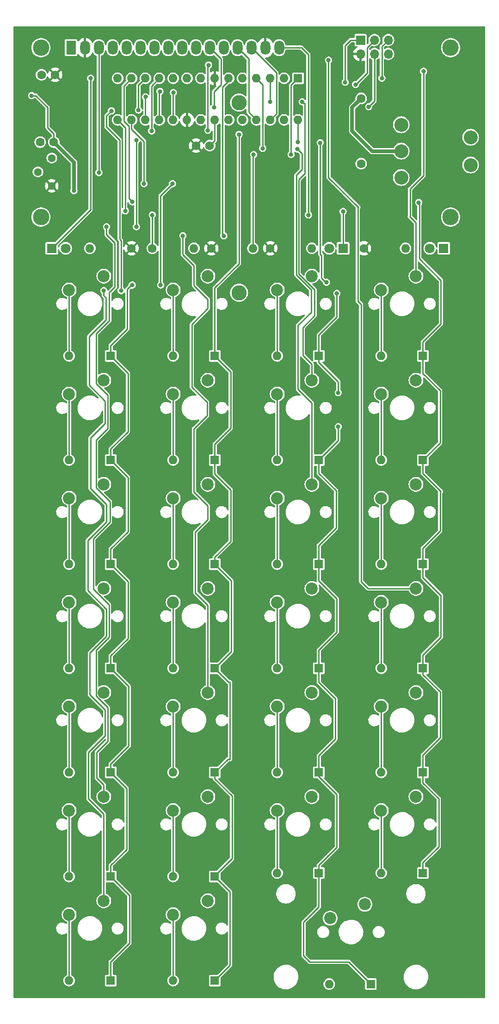
<source format=gbr>
%TF.GenerationSoftware,KiCad,Pcbnew,7.0.2-6a45011f42~172~ubuntu22.04.1*%
%TF.CreationDate,2023-05-17T14:33:14-04:00*%
%TF.ProjectId,keyboard-pcb,6b657962-6f61-4726-942d-7063622e6b69,rev?*%
%TF.SameCoordinates,Original*%
%TF.FileFunction,Copper,L1,Top*%
%TF.FilePolarity,Positive*%
%FSLAX46Y46*%
G04 Gerber Fmt 4.6, Leading zero omitted, Abs format (unit mm)*
G04 Created by KiCad (PCBNEW 7.0.2-6a45011f42~172~ubuntu22.04.1) date 2023-05-17 14:33:14*
%MOMM*%
%LPD*%
G01*
G04 APERTURE LIST*
%TA.AperFunction,ComponentPad*%
%ADD10C,2.200000*%
%TD*%
%TA.AperFunction,ComponentPad*%
%ADD11C,1.600000*%
%TD*%
%TA.AperFunction,ComponentPad*%
%ADD12O,1.600000X1.600000*%
%TD*%
%TA.AperFunction,ComponentPad*%
%ADD13R,1.600000X1.600000*%
%TD*%
%TA.AperFunction,ComponentPad*%
%ADD14C,3.000000*%
%TD*%
%TA.AperFunction,ComponentPad*%
%ADD15R,1.800000X2.600000*%
%TD*%
%TA.AperFunction,ComponentPad*%
%ADD16O,1.800000X2.600000*%
%TD*%
%TA.AperFunction,ComponentPad*%
%ADD17R,1.800000X1.800000*%
%TD*%
%TA.AperFunction,ComponentPad*%
%ADD18C,1.800000*%
%TD*%
%TA.AperFunction,ComponentPad*%
%ADD19C,1.440000*%
%TD*%
%TA.AperFunction,ComponentPad*%
%ADD20C,2.540000*%
%TD*%
%TA.AperFunction,ComponentPad*%
%ADD21R,1.700000X1.700000*%
%TD*%
%TA.AperFunction,ComponentPad*%
%ADD22O,1.700000X1.700000*%
%TD*%
%TA.AperFunction,ComponentPad*%
%ADD23C,1.600200*%
%TD*%
%TA.AperFunction,ComponentPad*%
%ADD24C,2.794000*%
%TD*%
%TA.AperFunction,ViaPad*%
%ADD25C,0.800000*%
%TD*%
%TA.AperFunction,Conductor*%
%ADD26C,0.250000*%
%TD*%
%TA.AperFunction,Conductor*%
%ADD27C,0.254000*%
%TD*%
%TA.AperFunction,Conductor*%
%ADD28C,0.635000*%
%TD*%
G04 APERTURE END LIST*
D10*
%TO.P,SW10,1,1*%
%TO.N,/ROW2*%
X45720000Y-101600000D03*
%TO.P,SW10,2,2*%
%TO.N,Net-(D12-A)*%
X39370000Y-104140000D03*
%TD*%
D11*
%TO.P,R4,1*%
%TO.N,VCC*%
X65405000Y-58420000D03*
D12*
%TO.P,R4,2*%
%TO.N,/nRST*%
X73025000Y-58420000D03*
%TD*%
D10*
%TO.P,SW2,1,1*%
%TO.N,/ROW0*%
X64770000Y-63500000D03*
%TO.P,SW2,2,2*%
%TO.N,Net-(D4-A)*%
X58420000Y-66040000D03*
%TD*%
%TO.P,SW4,1,1*%
%TO.N,/ROW0*%
X102870000Y-63500000D03*
%TO.P,SW4,2,2*%
%TO.N,Net-(D6-A)*%
X96520000Y-66040000D03*
%TD*%
%TO.P,SW22,1,1*%
%TO.N,/ROW5*%
X45720000Y-158750000D03*
%TO.P,SW22,2,2*%
%TO.N,Net-(D24-A)*%
X39370000Y-161290000D03*
%TD*%
%TO.P,SW8,1,1*%
%TO.N,/ROW1*%
X83820000Y-82550000D03*
%TO.P,SW8,2,2*%
%TO.N,Net-(D9-A)*%
X77470000Y-85090000D03*
%TD*%
%TO.P,SW14,1,1*%
%TO.N,/ROW3*%
X45720000Y-120650000D03*
%TO.P,SW14,2,2*%
%TO.N,Net-(D16-A)*%
X39370000Y-123190000D03*
%TD*%
%TO.P,SW16,1,1*%
%TO.N,/ROW3*%
X83820000Y-120650000D03*
%TO.P,SW16,2,2*%
%TO.N,Net-(D18-A)*%
X77470000Y-123190000D03*
%TD*%
%TO.P,SW1,1,1*%
%TO.N,/ROW0*%
X45720000Y-63500000D03*
%TO.P,SW1,2,2*%
%TO.N,Net-(D3-A)*%
X39370000Y-66040000D03*
%TD*%
%TO.P,SW18,1,1*%
%TO.N,/ROW4*%
X45720000Y-139700000D03*
%TO.P,SW18,2,2*%
%TO.N,Net-(D20-A)*%
X39370000Y-142240000D03*
%TD*%
%TO.P,SW25,1,1*%
%TO.N,/ROW5*%
X102870000Y-158750000D03*
%TO.P,SW25,2,2*%
%TO.N,Net-(D27-A)*%
X96520000Y-161290000D03*
%TD*%
D13*
%TO.P,U2,1,~{RESET}/PC6*%
%TO.N,/nRST*%
X81280000Y-27305000D03*
D12*
%TO.P,U2,2,PD0*%
%TO.N,/ROW0*%
X78740000Y-27305000D03*
%TO.P,U2,3,PD1*%
%TO.N,/ROW1*%
X76200000Y-27305000D03*
%TO.P,U2,4,PD2*%
%TO.N,/ROW2*%
X73660000Y-27305000D03*
%TO.P,U2,5,PD3*%
%TO.N,/ROW3*%
X71120000Y-27305000D03*
%TO.P,U2,6,PD4*%
%TO.N,/ROW4*%
X68580000Y-27305000D03*
%TO.P,U2,7,VCC*%
%TO.N,VCC*%
X66040000Y-27305000D03*
%TO.P,U2,8,GND*%
%TO.N,GND*%
X63500000Y-27305000D03*
%TO.P,U2,9,XTAL1/PB6*%
%TO.N,/EN*%
X60960000Y-27305000D03*
%TO.P,U2,10,XTAL2/PB7*%
%TO.N,/RS*%
X58420000Y-27305000D03*
%TO.P,U2,11,PD5*%
%TO.N,/ROW5*%
X55880000Y-27305000D03*
%TO.P,U2,12,PD6*%
%TO.N,/ROW6*%
X53340000Y-27305000D03*
%TO.P,U2,13,PD7*%
%TO.N,/COL3*%
X50800000Y-27305000D03*
%TO.P,U2,14,PB0*%
%TO.N,Net-(D1-K)*%
X48260000Y-27305000D03*
%TO.P,U2,15,PB1*%
%TO.N,Net-(D2-K)*%
X48260000Y-34925000D03*
%TO.P,U2,16,PB2*%
%TO.N,/COL0*%
X50800000Y-34925000D03*
%TO.P,U2,17,PB3*%
%TO.N,/MOSI*%
X53340000Y-34925000D03*
%TO.P,U2,18,PB4*%
%TO.N,/MISO*%
X55880000Y-34925000D03*
%TO.P,U2,19,PB5*%
%TO.N,/SCK*%
X58420000Y-34925000D03*
%TO.P,U2,20,AVCC*%
%TO.N,VCC*%
X60960000Y-34925000D03*
%TO.P,U2,21,AREF*%
%TO.N,unconnected-(U2-AREF-Pad21)*%
X63500000Y-34925000D03*
%TO.P,U2,22,GND*%
%TO.N,GND*%
X66040000Y-34925000D03*
%TO.P,U2,23,PC0*%
%TO.N,/D0*%
X68580000Y-34925000D03*
%TO.P,U2,24,PC1*%
%TO.N,/D1*%
X71120000Y-34925000D03*
%TO.P,U2,25,PC2*%
%TO.N,/D2*%
X73660000Y-34925000D03*
%TO.P,U2,26,PC3*%
%TO.N,/D3*%
X76200000Y-34925000D03*
%TO.P,U2,27,PC4*%
%TO.N,/COL1*%
X78740000Y-34925000D03*
%TO.P,U2,28,PC5*%
%TO.N,/COL2*%
X81280000Y-34925000D03*
%TD*%
D10*
%TO.P,SW23,1,1*%
%TO.N,/ROW5*%
X64770000Y-158750000D03*
%TO.P,SW23,2,2*%
%TO.N,Net-(D25-A)*%
X58420000Y-161290000D03*
%TD*%
%TO.P,SW11,1,1*%
%TO.N,/ROW2*%
X64770000Y-101600000D03*
%TO.P,SW11,2,2*%
%TO.N,Net-(D13-A)*%
X58420000Y-104140000D03*
%TD*%
D14*
%TO.P,U3,*%
%TO.N,*%
X34221420Y-21704300D03*
X34221420Y-52705000D03*
X109220000Y-52705000D03*
X109220520Y-21704300D03*
D15*
%TO.P,U3,1,VSS*%
%TO.N,GND*%
X39720520Y-21704300D03*
D16*
%TO.P,U3,2,VDD*%
%TO.N,VCC*%
X42260520Y-21704300D03*
%TO.P,U3,3,VO*%
%TO.N,Net-(U3-VO)*%
X44800520Y-21704300D03*
%TO.P,U3,4,RS*%
%TO.N,/RS*%
X47340520Y-21704300D03*
%TO.P,U3,5,R/W*%
%TO.N,GND*%
X49880520Y-21704300D03*
%TO.P,U3,6,E*%
%TO.N,/EN*%
X52420520Y-21704300D03*
%TO.P,U3,7,DB0*%
%TO.N,GND*%
X54960520Y-21704300D03*
%TO.P,U3,8,DB1*%
X57500520Y-21704300D03*
%TO.P,U3,9,DB2*%
X60040520Y-21704300D03*
%TO.P,U3,10,DB3*%
X62580520Y-21704300D03*
%TO.P,U3,11,DB4*%
%TO.N,/D0*%
X65120520Y-21704300D03*
%TO.P,U3,12,DB5*%
%TO.N,/D1*%
X67660520Y-21704300D03*
%TO.P,U3,13,DB6*%
%TO.N,/D2*%
X70200520Y-21704300D03*
%TO.P,U3,14,DB7*%
%TO.N,/D3*%
X72740520Y-21704300D03*
%TO.P,U3,15,A/VEE*%
%TO.N,VCC*%
X75280520Y-21704300D03*
%TO.P,U3,16,K*%
%TO.N,Net-(U3-K)*%
X77820520Y-21704300D03*
%TD*%
D10*
%TO.P,SW19,1,1*%
%TO.N,/ROW4*%
X64770000Y-139700000D03*
%TO.P,SW19,2,2*%
%TO.N,Net-(D21-A)*%
X58420000Y-142240000D03*
%TD*%
%TO.P,SW6,1,1*%
%TO.N,/ROW1*%
X45720000Y-82550000D03*
%TO.P,SW6,2,2*%
%TO.N,Net-(D7-A)*%
X39370000Y-85090000D03*
%TD*%
D17*
%TO.P,D1,1,K*%
%TO.N,Net-(D1-K)*%
X36195000Y-58420000D03*
D18*
%TO.P,D1,2,A*%
%TO.N,Net-(D1-A)*%
X38735000Y-58420000D03*
%TD*%
D10*
%TO.P,SW3,1,1*%
%TO.N,/ROW0*%
X83820000Y-63500000D03*
%TO.P,SW3,2,2*%
%TO.N,Net-(D5-A)*%
X77470000Y-66040000D03*
%TD*%
D11*
%TO.P,R1,1*%
%TO.N,VCC*%
X50800000Y-58420000D03*
D12*
%TO.P,R1,2*%
%TO.N,Net-(D1-A)*%
X43180000Y-58420000D03*
%TD*%
D17*
%TO.P,D11,1,K*%
%TO.N,GND*%
X107950000Y-58420000D03*
D18*
%TO.P,D11,2,A*%
%TO.N,Net-(D11-A)*%
X105410000Y-58420000D03*
%TD*%
D10*
%TO.P,SW26,1,1*%
%TO.N,/ROW6*%
X45720000Y-177800000D03*
%TO.P,SW26,2,2*%
%TO.N,Net-(D28-A)*%
X39370000Y-180340000D03*
%TD*%
%TO.P,SW13,1,1*%
%TO.N,/ROW2*%
X102870000Y-101600000D03*
%TO.P,SW13,2,2*%
%TO.N,Net-(D15-A)*%
X96520000Y-104140000D03*
%TD*%
%TO.P,SW17,1,1*%
%TO.N,/ROW3*%
X102870000Y-120650000D03*
%TO.P,SW17,2,2*%
%TO.N,Net-(D19-A)*%
X96520000Y-123190000D03*
%TD*%
%TO.P,SW20,1,1*%
%TO.N,/ROW4*%
X83820000Y-139700000D03*
%TO.P,SW20,2,2*%
%TO.N,Net-(D22-A)*%
X77470000Y-142240000D03*
%TD*%
D11*
%TO.P,R3,1*%
%TO.N,VCC*%
X93345000Y-58420000D03*
D12*
%TO.P,R3,2*%
%TO.N,Net-(D11-A)*%
X100965000Y-58420000D03*
%TD*%
D11*
%TO.P,C1,1*%
%TO.N,VCC*%
X62611000Y-39624000D03*
%TO.P,C1,2*%
%TO.N,GND*%
X65111000Y-39624000D03*
%TD*%
D10*
%TO.P,SW12,1,1*%
%TO.N,/ROW2*%
X83820000Y-101600000D03*
%TO.P,SW12,2,2*%
%TO.N,Net-(D14-A)*%
X77470000Y-104140000D03*
%TD*%
%TO.P,SW15,1,1*%
%TO.N,/ROW3*%
X64770000Y-120650000D03*
%TO.P,SW15,2,2*%
%TO.N,Net-(D17-A)*%
X58420000Y-123190000D03*
%TD*%
%TO.P,SW27,1,1*%
%TO.N,/ROW6*%
X64770000Y-177800000D03*
%TO.P,SW27,2,2*%
%TO.N,Net-(D29-A)*%
X58420000Y-180340000D03*
%TD*%
%TO.P,SW21,1,1*%
%TO.N,/ROW4*%
X102870000Y-139700000D03*
%TO.P,SW21,2,2*%
%TO.N,Net-(D23-A)*%
X96520000Y-142240000D03*
%TD*%
D17*
%TO.P,D2,1,K*%
%TO.N,Net-(D2-K)*%
X89535000Y-58420000D03*
D18*
%TO.P,D2,2,A*%
%TO.N,Net-(D2-A)*%
X86995000Y-58420000D03*
%TD*%
D10*
%TO.P,SW24,1,1*%
%TO.N,/ROW5*%
X83820000Y-158750000D03*
%TO.P,SW24,2,2*%
%TO.N,Net-(D26-A)*%
X77470000Y-161290000D03*
%TD*%
%TO.P,SW28,1,1*%
%TO.N,/ROW6*%
X93510000Y-178450000D03*
%TO.P,SW28,2,2*%
%TO.N,Net-(D30-A)*%
X87160000Y-180990000D03*
%TD*%
D11*
%TO.P,R2,1*%
%TO.N,VCC*%
X76200000Y-58420000D03*
D12*
%TO.P,R2,2*%
%TO.N,Net-(D2-A)*%
X83820000Y-58420000D03*
%TD*%
D11*
%TO.P,R5,1*%
%TO.N,Net-(U3-K)*%
X54610000Y-58420000D03*
D12*
%TO.P,R5,2*%
%TO.N,GND*%
X62230000Y-58420000D03*
%TD*%
D10*
%TO.P,SW9,1,1*%
%TO.N,/ROW1*%
X102870000Y-82550000D03*
%TO.P,SW9,2,2*%
%TO.N,Net-(D10-A)*%
X96520000Y-85090000D03*
%TD*%
%TO.P,SW7,1,1*%
%TO.N,/ROW1*%
X64770000Y-82550000D03*
%TO.P,SW7,2,2*%
%TO.N,Net-(D8-A)*%
X58420000Y-85090000D03*
%TD*%
D13*
%TO.P,D16,1,K*%
%TO.N,/COL0*%
X46990000Y-135255000D03*
D12*
%TO.P,D16,2,A*%
%TO.N,Net-(D16-A)*%
X39370000Y-135255000D03*
%TD*%
D13*
%TO.P,D18,1,K*%
%TO.N,/COL2*%
X85090000Y-135255000D03*
D12*
%TO.P,D18,2,A*%
%TO.N,Net-(D18-A)*%
X77470000Y-135255000D03*
%TD*%
D13*
%TO.P,D13,1,K*%
%TO.N,/COL1*%
X66040000Y-116205000D03*
D12*
%TO.P,D13,2,A*%
%TO.N,Net-(D13-A)*%
X58420000Y-116205000D03*
%TD*%
D13*
%TO.P,D21,1,K*%
%TO.N,/COL1*%
X66040000Y-154305000D03*
D12*
%TO.P,D21,2,A*%
%TO.N,Net-(D21-A)*%
X58420000Y-154305000D03*
%TD*%
D19*
%TO.P,RV1,1,1*%
%TO.N,VCC*%
X36195000Y-46990000D03*
%TO.P,RV1,2,2*%
%TO.N,Net-(U3-VO)*%
X33655000Y-44450000D03*
%TO.P,RV1,3,3*%
%TO.N,GND*%
X36195000Y-41910000D03*
%TD*%
D13*
%TO.P,D27,1,K*%
%TO.N,/COL3*%
X104140000Y-172720000D03*
D12*
%TO.P,D27,2,A*%
%TO.N,Net-(D27-A)*%
X96520000Y-172720000D03*
%TD*%
D13*
%TO.P,D24,1,K*%
%TO.N,/COL0*%
X46990000Y-173355000D03*
D12*
%TO.P,D24,2,A*%
%TO.N,Net-(D24-A)*%
X39370000Y-173355000D03*
%TD*%
D13*
%TO.P,D5,1,K*%
%TO.N,/COL2*%
X85090000Y-78105000D03*
D12*
%TO.P,D5,2,A*%
%TO.N,Net-(D5-A)*%
X77470000Y-78105000D03*
%TD*%
D13*
%TO.P,D9,1,K*%
%TO.N,/COL2*%
X85090000Y-97155000D03*
D12*
%TO.P,D9,2,A*%
%TO.N,Net-(D9-A)*%
X77470000Y-97155000D03*
%TD*%
D13*
%TO.P,D19,1,K*%
%TO.N,/COL3*%
X104140000Y-135255000D03*
D12*
%TO.P,D19,2,A*%
%TO.N,Net-(D19-A)*%
X96520000Y-135255000D03*
%TD*%
D13*
%TO.P,D8,1,K*%
%TO.N,/COL1*%
X66040000Y-97155000D03*
D12*
%TO.P,D8,2,A*%
%TO.N,Net-(D8-A)*%
X58420000Y-97155000D03*
%TD*%
D13*
%TO.P,D26,1,K*%
%TO.N,/COL2*%
X85090000Y-172720000D03*
D12*
%TO.P,D26,2,A*%
%TO.N,Net-(D26-A)*%
X77470000Y-172720000D03*
%TD*%
D13*
%TO.P,D14,1,K*%
%TO.N,/COL2*%
X85090000Y-116205000D03*
D12*
%TO.P,D14,2,A*%
%TO.N,Net-(D14-A)*%
X77470000Y-116205000D03*
%TD*%
D13*
%TO.P,D12,1,K*%
%TO.N,/COL0*%
X46990000Y-116205000D03*
D12*
%TO.P,D12,2,A*%
%TO.N,Net-(D12-A)*%
X39370000Y-116205000D03*
%TD*%
D13*
%TO.P,D17,1,K*%
%TO.N,/COL1*%
X66040000Y-135255000D03*
D12*
%TO.P,D17,2,A*%
%TO.N,Net-(D17-A)*%
X58420000Y-135255000D03*
%TD*%
D11*
%TO.P,C2,1*%
%TO.N,VCC*%
X36810000Y-26670000D03*
%TO.P,C2,2*%
%TO.N,GND*%
X34310000Y-26670000D03*
%TD*%
D20*
%TO.P,SW5,1,A*%
%TO.N,Net-(SW5-A)*%
X100178000Y-35814000D03*
%TO.P,SW5,2,B*%
%TO.N,Net-(BT1-+)*%
X100178000Y-40640000D03*
%TO.P,SW5,3*%
%TO.N,N/C*%
X100178000Y-45466000D03*
%TO.P,SW5,4*%
X112878000Y-38100000D03*
%TO.P,SW5,5*%
X112878000Y-43180000D03*
%TD*%
D21*
%TO.P,J1,1,Pin_1*%
%TO.N,/MISO*%
X92725000Y-20315000D03*
D22*
%TO.P,J1,2,Pin_2*%
%TO.N,VCC*%
X92725000Y-22855000D03*
%TO.P,J1,3,Pin_3*%
%TO.N,/SCK*%
X95265000Y-20315000D03*
%TO.P,J1,4,Pin_4*%
%TO.N,/MOSI*%
X95265000Y-22855000D03*
%TO.P,J1,5,Pin_5*%
%TO.N,/nRST*%
X97805000Y-20315000D03*
%TO.P,J1,6,Pin_6*%
%TO.N,GND*%
X97805000Y-22855000D03*
%TD*%
D13*
%TO.P,D28,1,K*%
%TO.N,/COL0*%
X46990000Y-192405000D03*
D12*
%TO.P,D28,2,A*%
%TO.N,Net-(D28-A)*%
X39370000Y-192405000D03*
%TD*%
D13*
%TO.P,D23,1,K*%
%TO.N,/COL3*%
X104140000Y-154305000D03*
D12*
%TO.P,D23,2,A*%
%TO.N,Net-(D23-A)*%
X96520000Y-154305000D03*
%TD*%
D13*
%TO.P,D4,1,K*%
%TO.N,/COL1*%
X66040000Y-78105000D03*
D12*
%TO.P,D4,2,A*%
%TO.N,Net-(D4-A)*%
X58420000Y-78105000D03*
%TD*%
D13*
%TO.P,D6,1,K*%
%TO.N,/COL3*%
X104140000Y-78105000D03*
D12*
%TO.P,D6,2,A*%
%TO.N,Net-(D6-A)*%
X96520000Y-78105000D03*
%TD*%
D13*
%TO.P,D10,1,K*%
%TO.N,/COL3*%
X104140000Y-97155000D03*
D12*
%TO.P,D10,2,A*%
%TO.N,Net-(D10-A)*%
X96520000Y-97155000D03*
%TD*%
D11*
%TO.P,C3,1*%
%TO.N,Net-(SW5-A)*%
X36576000Y-38989000D03*
%TO.P,C3,2*%
%TO.N,GND*%
X34076000Y-38989000D03*
%TD*%
D13*
%TO.P,D29,1,K*%
%TO.N,/COL1*%
X66040000Y-192405000D03*
D12*
%TO.P,D29,2,A*%
%TO.N,Net-(D29-A)*%
X58420000Y-192405000D03*
%TD*%
D13*
%TO.P,D22,1,K*%
%TO.N,/COL2*%
X85090000Y-154305000D03*
D12*
%TO.P,D22,2,A*%
%TO.N,Net-(D22-A)*%
X77470000Y-154305000D03*
%TD*%
D13*
%TO.P,D20,1,K*%
%TO.N,/COL0*%
X46990000Y-154305000D03*
D12*
%TO.P,D20,2,A*%
%TO.N,Net-(D20-A)*%
X39370000Y-154305000D03*
%TD*%
D13*
%TO.P,D30,1,K*%
%TO.N,/COL2*%
X94615000Y-193040000D03*
D12*
%TO.P,D30,2,A*%
%TO.N,Net-(D30-A)*%
X86995000Y-193040000D03*
%TD*%
D13*
%TO.P,D7,1,K*%
%TO.N,/COL0*%
X46990000Y-97155000D03*
D12*
%TO.P,D7,2,A*%
%TO.N,Net-(D7-A)*%
X39370000Y-97155000D03*
%TD*%
D13*
%TO.P,D15,1,K*%
%TO.N,/COL3*%
X104140000Y-116205000D03*
D12*
%TO.P,D15,2,A*%
%TO.N,Net-(D15-A)*%
X96520000Y-116205000D03*
%TD*%
D13*
%TO.P,D3,1,K*%
%TO.N,/COL0*%
X46990000Y-78105000D03*
D12*
%TO.P,D3,2,A*%
%TO.N,Net-(D3-A)*%
X39370000Y-78105000D03*
%TD*%
D23*
%TO.P,BT1,1,+*%
%TO.N,Net-(BT1-+)*%
X92837000Y-30988000D03*
%TO.P,BT1,2,-*%
%TO.N,GND*%
X92837000Y-42926000D03*
D24*
%TO.P,BT1,3*%
%TO.N,N/C*%
X70485000Y-66548000D03*
%TO.P,BT1,4*%
X70485000Y-31750000D03*
%TD*%
D13*
%TO.P,D25,1,K*%
%TO.N,/COL1*%
X66040000Y-173355000D03*
D12*
%TO.P,D25,2,A*%
%TO.N,Net-(D25-A)*%
X58420000Y-173355000D03*
%TD*%
D25*
%TO.N,/COL2*%
X88392000Y-66675000D03*
X86487000Y-64643000D03*
X88646000Y-91059000D03*
X88646000Y-84836000D03*
%TO.N,/COL0*%
X50927000Y-65151000D03*
X53086000Y-46609000D03*
X58293000Y-46609000D03*
X56134000Y-65151000D03*
%TO.N,/COL1*%
X70485000Y-37592000D03*
%TO.N,/COL2*%
X81280000Y-38989000D03*
X85344000Y-39116000D03*
%TO.N,/COL3*%
X103378000Y-50038000D03*
X50927000Y-49911000D03*
%TO.N,/ROW0*%
X104267000Y-26035000D03*
%TO.N,/ROW1*%
X76200000Y-31623000D03*
X82042000Y-31623000D03*
%TO.N,/ROW2*%
X81153000Y-40259000D03*
X74803000Y-40132000D03*
%TO.N,/ROW3*%
X86868000Y-24003000D03*
%TO.N,/ROW4*%
X60198000Y-56134000D03*
X67691000Y-56134000D03*
%TO.N,/ROW5*%
X54483000Y-36957000D03*
X51689000Y-54483000D03*
X46228000Y-54483000D03*
X51689000Y-38608000D03*
%TO.N,/ROW6*%
X45720000Y-66167000D03*
X52070000Y-33147000D03*
X48895000Y-66167000D03*
X47117000Y-33274000D03*
%TO.N,/nRST*%
X73152000Y-41275000D03*
X96628000Y-27286000D03*
X80010000Y-41275000D03*
%TO.N,Net-(SW5-A)*%
X32512000Y-30480000D03*
X40259000Y-47879000D03*
%TO.N,Net-(D1-K)*%
X43307000Y-27305000D03*
%TO.N,/MOSI*%
X94234000Y-32512000D03*
X53355000Y-30719000D03*
%TO.N,/MISO*%
X89916000Y-28031500D03*
X56007000Y-29718000D03*
%TO.N,/SCK*%
X58455000Y-29937000D03*
X91821000Y-28448000D03*
%TO.N,Net-(D2-K)*%
X49657000Y-51562000D03*
X89535000Y-51689000D03*
%TO.N,/D0*%
X65913000Y-32639000D03*
%TO.N,/D1*%
X64897000Y-24892000D03*
X64770000Y-36830000D03*
%TO.N,Net-(U3-K)*%
X54610000Y-52324000D03*
X83185000Y-52324000D03*
%TO.N,Net-(U3-VO)*%
X44831000Y-44577000D03*
%TD*%
D26*
%TO.N,GND*%
X65111000Y-39624000D02*
X66040000Y-38695000D01*
X66040000Y-38695000D02*
X66040000Y-34925000D01*
D27*
%TO.N,/COL2*%
X86360000Y-64643000D02*
X86487000Y-64643000D01*
X85598000Y-63881000D02*
X86360000Y-64643000D01*
X88646000Y-91059000D02*
X88646000Y-93599000D01*
X88646000Y-93599000D02*
X85090000Y-97155000D01*
X88646000Y-82804000D02*
X88646000Y-84836000D01*
%TO.N,Net-(D3-A)*%
X39370000Y-66040000D02*
X39370000Y-78105000D01*
%TO.N,Net-(D4-A)*%
X58420000Y-66040000D02*
X58420000Y-78105000D01*
%TO.N,Net-(D5-A)*%
X77470000Y-66040000D02*
X77470000Y-78105000D01*
%TO.N,Net-(D6-A)*%
X96520000Y-66040000D02*
X96520000Y-78105000D01*
%TO.N,Net-(D7-A)*%
X39370000Y-85090000D02*
X39370000Y-97155000D01*
%TO.N,Net-(D8-A)*%
X58420000Y-85090000D02*
X58420000Y-97155000D01*
%TO.N,Net-(D9-A)*%
X77470000Y-85090000D02*
X77470000Y-97155000D01*
%TO.N,Net-(D10-A)*%
X96520000Y-85090000D02*
X96520000Y-97155000D01*
%TO.N,Net-(D12-A)*%
X39370000Y-104140000D02*
X39370000Y-116205000D01*
%TO.N,Net-(D13-A)*%
X58420000Y-104140000D02*
X58420000Y-116205000D01*
%TO.N,Net-(D14-A)*%
X77470000Y-116205000D02*
X77470000Y-104140000D01*
%TO.N,Net-(D15-A)*%
X96520000Y-116205000D02*
X96520000Y-104140000D01*
%TO.N,Net-(D16-A)*%
X39370000Y-123190000D02*
X39370000Y-135255000D01*
%TO.N,Net-(D17-A)*%
X58420000Y-123190000D02*
X58420000Y-135255000D01*
%TO.N,Net-(D18-A)*%
X77470000Y-123190000D02*
X77470000Y-135255000D01*
%TO.N,Net-(D19-A)*%
X96520000Y-123190000D02*
X96520000Y-135255000D01*
%TO.N,Net-(D20-A)*%
X39370000Y-142240000D02*
X39370000Y-154305000D01*
%TO.N,Net-(D21-A)*%
X58420000Y-142240000D02*
X58420000Y-154305000D01*
%TO.N,Net-(D22-A)*%
X77470000Y-142240000D02*
X77470000Y-154305000D01*
%TO.N,Net-(D23-A)*%
X96520000Y-142240000D02*
X96520000Y-154305000D01*
%TO.N,Net-(D24-A)*%
X39370000Y-161290000D02*
X39370000Y-173355000D01*
%TO.N,Net-(D25-A)*%
X58420000Y-161290000D02*
X58420000Y-173355000D01*
%TO.N,Net-(D26-A)*%
X77470000Y-161290000D02*
X77470000Y-172720000D01*
%TO.N,Net-(D27-A)*%
X96520000Y-161290000D02*
X96520000Y-172720000D01*
%TO.N,/COL0*%
X46990000Y-154305000D02*
X46990000Y-152781000D01*
X50165000Y-110236000D02*
X50165000Y-100330000D01*
X46990000Y-173355000D02*
X46990000Y-171323000D01*
X53086000Y-38862000D02*
X50800000Y-36576000D01*
X50038000Y-65913000D02*
X50800000Y-65151000D01*
X50800000Y-65151000D02*
X50927000Y-65151000D01*
X46990000Y-113411000D02*
X50165000Y-110236000D01*
X46990000Y-132969000D02*
X50165000Y-129794000D01*
X49911000Y-157226000D02*
X46990000Y-154305000D01*
X46990000Y-171323000D02*
X49911000Y-168402000D01*
X50038000Y-73152000D02*
X50038000Y-65913000D01*
X46990000Y-97155000D02*
X46990000Y-95123000D01*
X46990000Y-95123000D02*
X50165000Y-91948000D01*
X46990000Y-135255000D02*
X46990000Y-132969000D01*
X50165000Y-100330000D02*
X46990000Y-97155000D01*
X50292000Y-138557000D02*
X46990000Y-135255000D01*
X46990000Y-188976000D02*
X50419000Y-185547000D01*
X50419000Y-185547000D02*
X50419000Y-176784000D01*
X46990000Y-116205000D02*
X46990000Y-113411000D01*
X46990000Y-152781000D02*
X50292000Y-149479000D01*
X50419000Y-176784000D02*
X46990000Y-173355000D01*
X46990000Y-78105000D02*
X46990000Y-76200000D01*
X50292000Y-149479000D02*
X50292000Y-138557000D01*
X50165000Y-119380000D02*
X46990000Y-116205000D01*
X46990000Y-192405000D02*
X46990000Y-188976000D01*
X50165000Y-129794000D02*
X50165000Y-119380000D01*
X50165000Y-81280000D02*
X46990000Y-78105000D01*
X56134000Y-65151000D02*
X56134000Y-48768000D01*
X46990000Y-76200000D02*
X50038000Y-73152000D01*
X49911000Y-168402000D02*
X49911000Y-157226000D01*
X50800000Y-36576000D02*
X50800000Y-34925000D01*
X56134000Y-48768000D02*
X58293000Y-46609000D01*
X50165000Y-91948000D02*
X50165000Y-81280000D01*
X53086000Y-46609000D02*
X53086000Y-38862000D01*
%TO.N,/COL1*%
X68453000Y-151892000D02*
X66040000Y-154305000D01*
X66040000Y-173355000D02*
X68834000Y-176149000D01*
X66040000Y-154305000D02*
X66040000Y-155448000D01*
X66040000Y-97155000D02*
X66040000Y-99695000D01*
X69088000Y-132207000D02*
X66040000Y-135255000D01*
X66040000Y-155448000D02*
X69215000Y-158623000D01*
X68961000Y-112014000D02*
X66040000Y-114935000D01*
X68961000Y-102616000D02*
X68961000Y-112014000D01*
X66040000Y-173228000D02*
X66040000Y-173355000D01*
X68834000Y-176149000D02*
X68834000Y-189611000D01*
X66040000Y-99695000D02*
X68961000Y-102616000D01*
X68961000Y-91313000D02*
X66040000Y-94234000D01*
X68834000Y-189611000D02*
X66040000Y-192405000D01*
X66040000Y-94234000D02*
X66040000Y-97155000D01*
X66040000Y-114935000D02*
X66040000Y-116205000D01*
X66040000Y-78105000D02*
X66040000Y-65659000D01*
X68961000Y-81026000D02*
X68961000Y-91313000D01*
X69088000Y-119253000D02*
X69088000Y-132207000D01*
X66040000Y-116205000D02*
X69088000Y-119253000D01*
X68834000Y-137795000D02*
X68834000Y-151892000D01*
X70485000Y-61214000D02*
X70485000Y-37592000D01*
X66040000Y-65659000D02*
X70485000Y-61214000D01*
X69215000Y-170053000D02*
X66040000Y-173228000D01*
X66040000Y-78105000D02*
X68961000Y-81026000D01*
X66040000Y-135255000D02*
X68580000Y-137795000D01*
X68834000Y-151892000D02*
X68453000Y-151892000D01*
X68580000Y-137795000D02*
X68834000Y-137795000D01*
X69215000Y-158623000D02*
X69215000Y-170053000D01*
%TO.N,/COL2*%
X85090000Y-155067000D02*
X85090000Y-154305000D01*
X82296000Y-187833000D02*
X83439000Y-188976000D01*
X83439000Y-188976000D02*
X90551000Y-188976000D01*
X85090000Y-78105000D02*
X85090000Y-79248000D01*
X88265000Y-102743000D02*
X85090000Y-99568000D01*
X88392000Y-70993000D02*
X88392000Y-66675000D01*
X88392000Y-168021000D02*
X88392000Y-158369000D01*
X88138000Y-140843000D02*
X85090000Y-137795000D01*
X85090000Y-112776000D02*
X88265000Y-109601000D01*
X85090000Y-172720000D02*
X85090000Y-171323000D01*
X85090000Y-151257000D02*
X88138000Y-148209000D01*
X88392000Y-128651000D02*
X88392000Y-122555000D01*
X85090000Y-135255000D02*
X85090000Y-131953000D01*
X85090000Y-119253000D02*
X85090000Y-116205000D01*
X85090000Y-137795000D02*
X85090000Y-135255000D01*
X85090000Y-116205000D02*
X85090000Y-112776000D01*
X90551000Y-188976000D02*
X94615000Y-193040000D01*
X85598000Y-63881000D02*
X85598000Y-59690000D01*
X85090000Y-172720000D02*
X85090000Y-178943000D01*
X88392000Y-122555000D02*
X85090000Y-119253000D01*
X88138000Y-148209000D02*
X88138000Y-140843000D01*
X88265000Y-109601000D02*
X88265000Y-102743000D01*
X85344000Y-59436000D02*
X85344000Y-39116000D01*
X81280000Y-38989000D02*
X81280000Y-34925000D01*
X88392000Y-158369000D02*
X85090000Y-155067000D01*
X85090000Y-171323000D02*
X88392000Y-168021000D01*
X85090000Y-99568000D02*
X85090000Y-97155000D01*
X82296000Y-181737000D02*
X82296000Y-187833000D01*
X85090000Y-178943000D02*
X82296000Y-181737000D01*
X85090000Y-131953000D02*
X88392000Y-128651000D01*
X85090000Y-74295000D02*
X88392000Y-70993000D01*
X85598000Y-59690000D02*
X85344000Y-59436000D01*
X85090000Y-79248000D02*
X88646000Y-82804000D01*
X85090000Y-154305000D02*
X85090000Y-151257000D01*
X85090000Y-78105000D02*
X85090000Y-74295000D01*
%TO.N,/COL3*%
X104140000Y-99568000D02*
X104140000Y-97155000D01*
X104140000Y-172720000D02*
X104140000Y-170815000D01*
X104140000Y-132842000D02*
X107442000Y-129540000D01*
X104140000Y-116205000D02*
X104140000Y-113284000D01*
X107315000Y-84455000D02*
X107315000Y-93980000D01*
X107315000Y-102997000D02*
X107442000Y-102870000D01*
X104140000Y-170815000D02*
X107061000Y-167894000D01*
X104140000Y-136398000D02*
X104140000Y-135255000D01*
X103505000Y-60325000D02*
X103505000Y-50165000D01*
X50346000Y-49330000D02*
X50346000Y-36122000D01*
X104140000Y-75565000D02*
X107442000Y-72263000D01*
X107061000Y-159131000D02*
X104140000Y-156210000D01*
X107061000Y-167894000D02*
X107061000Y-159131000D01*
X107442000Y-102870000D02*
X104140000Y-99568000D01*
X107315000Y-147955000D02*
X107315000Y-139573000D01*
X104140000Y-118618000D02*
X104140000Y-116205000D01*
X104140000Y-151130000D02*
X107315000Y-147955000D01*
X107315000Y-110109000D02*
X107315000Y-102997000D01*
X104140000Y-154305000D02*
X104140000Y-151130000D01*
X103505000Y-50165000D02*
X103378000Y-50038000D01*
X107442000Y-72263000D02*
X107442000Y-64262000D01*
X104140000Y-78105000D02*
X104140000Y-81280000D01*
X104140000Y-81280000D02*
X107315000Y-84455000D01*
X107315000Y-139573000D02*
X104140000Y-136398000D01*
X104140000Y-113284000D02*
X107315000Y-110109000D01*
X107442000Y-121920000D02*
X104140000Y-118618000D01*
X50927000Y-49911000D02*
X50346000Y-49330000D01*
X49403000Y-35179000D02*
X49403000Y-28702000D01*
X107442000Y-129540000D02*
X107442000Y-121920000D01*
X104140000Y-135255000D02*
X104140000Y-132842000D01*
X107315000Y-93980000D02*
X104140000Y-97155000D01*
X50346000Y-36122000D02*
X49403000Y-35179000D01*
X49403000Y-28702000D02*
X50800000Y-27305000D01*
X104140000Y-156210000D02*
X104140000Y-154305000D01*
X104140000Y-78105000D02*
X104140000Y-75565000D01*
X107442000Y-64262000D02*
X103505000Y-60325000D01*
%TO.N,/ROW0*%
X102870000Y-63500000D02*
X102870000Y-53721000D01*
X101727000Y-52578000D02*
X101775000Y-52530000D01*
X104267000Y-45085000D02*
X104267000Y-26035000D01*
X101775000Y-52530000D02*
X101775000Y-47577000D01*
X101775000Y-47577000D02*
X104267000Y-45085000D01*
X102870000Y-53721000D02*
X101727000Y-52578000D01*
%TO.N,/ROW1*%
X82550000Y-31877000D02*
X82296000Y-31877000D01*
X82550000Y-44704000D02*
X82550000Y-31877000D01*
X81407000Y-45847000D02*
X82550000Y-44704000D01*
X76200000Y-31623000D02*
X76200000Y-27305000D01*
X84328000Y-66026083D02*
X81407000Y-63105083D01*
X83820000Y-82550000D02*
X83820000Y-79629000D01*
X84328000Y-70739000D02*
X84328000Y-66026083D01*
X82296000Y-31877000D02*
X82042000Y-31623000D01*
X82169000Y-72898000D02*
X84328000Y-70739000D01*
X82169000Y-77978000D02*
X82169000Y-72898000D01*
X83820000Y-79629000D02*
X82169000Y-77978000D01*
X81407000Y-63105083D02*
X81407000Y-45847000D01*
%TO.N,/ROW2*%
X81969499Y-41075499D02*
X81153000Y-40259000D01*
X81969499Y-44008154D02*
X81969499Y-41075499D01*
X83820000Y-101600000D02*
X83820000Y-86741000D01*
X83657000Y-70140000D02*
X83657000Y-65996431D01*
X83657000Y-65996431D02*
X80953499Y-63292929D01*
X74803000Y-40132000D02*
X74803000Y-28448000D01*
X74803000Y-28448000D02*
X73660000Y-27305000D01*
X81280000Y-72517000D02*
X83657000Y-70140000D01*
X80953499Y-63292929D02*
X80953499Y-45024154D01*
X81280000Y-84201000D02*
X81280000Y-72517000D01*
X83820000Y-86741000D02*
X81280000Y-84201000D01*
X80953499Y-45024154D02*
X81969499Y-44008154D01*
%TO.N,/ROW3*%
X92837000Y-119380000D02*
X94107000Y-120650000D01*
X92218000Y-68088000D02*
X92837000Y-68707000D01*
X86868000Y-45466000D02*
X92329000Y-50927000D01*
X92837000Y-68707000D02*
X92837000Y-119380000D01*
X92218000Y-51038000D02*
X92218000Y-68088000D01*
X92329000Y-50927000D02*
X92218000Y-51038000D01*
X86868000Y-24003000D02*
X86868000Y-45466000D01*
X94107000Y-120650000D02*
X102870000Y-120650000D01*
%TO.N,/ROW4*%
X64607000Y-89063000D02*
X64607000Y-86578000D01*
X61849000Y-83820000D02*
X61849000Y-72322586D01*
X64770000Y-105537000D02*
X62230000Y-102997000D01*
X61849000Y-72322586D02*
X64770000Y-69401586D01*
X68580000Y-27813000D02*
X68580000Y-27305000D01*
X64770000Y-139700000D02*
X64770000Y-123698000D01*
X62230000Y-91440000D02*
X64607000Y-89063000D01*
X62484000Y-121412000D02*
X62484000Y-110363000D01*
X64770000Y-108077000D02*
X64770000Y-105537000D01*
X67691000Y-56134000D02*
X67453000Y-55896000D01*
X67453000Y-28940000D02*
X68580000Y-27813000D01*
X67453000Y-55896000D02*
X67453000Y-28940000D01*
X62230000Y-61595000D02*
X60198000Y-59563000D01*
X62289586Y-65278000D02*
X62289586Y-65210586D01*
X64607000Y-86578000D02*
X61849000Y-83820000D01*
X62230000Y-65151000D02*
X62230000Y-61595000D01*
X64770000Y-69401586D02*
X64770000Y-67758414D01*
X62230000Y-102997000D02*
X62230000Y-91440000D01*
X62289586Y-65210586D02*
X62230000Y-65151000D01*
X60198000Y-59563000D02*
X60198000Y-56134000D01*
X64770000Y-67758414D02*
X62289586Y-65278000D01*
X64770000Y-123698000D02*
X62484000Y-121412000D01*
X62484000Y-110363000D02*
X64770000Y-108077000D01*
%TO.N,/ROW5*%
X43815000Y-111513052D02*
X46863000Y-108465052D01*
X46863000Y-108465052D02*
X46863000Y-104761083D01*
X46482000Y-142480083D02*
X44293000Y-140291083D01*
X44293000Y-140291083D02*
X44293000Y-131990052D01*
X46682000Y-123630083D02*
X43815000Y-120763083D01*
X46863000Y-104761083D02*
X44293000Y-102191083D01*
X44293000Y-83141083D02*
X44293000Y-74071000D01*
X44293000Y-93502000D02*
X46428000Y-91367000D01*
X46228000Y-54483000D02*
X46228000Y-55880000D01*
X44293000Y-74071000D02*
X46736000Y-71628000D01*
X44450000Y-150622000D02*
X46482000Y-148590000D01*
X54483000Y-28702000D02*
X55880000Y-27305000D01*
X46736000Y-71628000D02*
X46736000Y-66534083D01*
X54483000Y-36957000D02*
X54483000Y-28702000D01*
X47752000Y-65518083D02*
X46736000Y-66534083D01*
X46682000Y-129601053D02*
X46682000Y-123630083D01*
X44293000Y-131990052D02*
X46682000Y-129601053D01*
X46482000Y-148590000D02*
X46482000Y-142480083D01*
X46428000Y-91367000D02*
X46428000Y-85276083D01*
X43815000Y-120763083D02*
X43815000Y-111513052D01*
X46228000Y-55880000D02*
X47752000Y-57404000D01*
X46428000Y-85276083D02*
X44293000Y-83141083D01*
X51689000Y-54483000D02*
X51689000Y-38608000D01*
X45720000Y-158750000D02*
X45720000Y-156591000D01*
X47752000Y-57404000D02*
X47752000Y-65518083D01*
X45720000Y-156591000D02*
X44450000Y-155321000D01*
X44450000Y-155321000D02*
X44450000Y-150622000D01*
X44293000Y-102191083D02*
X44293000Y-93502000D01*
%TO.N,/ROW6*%
X42799000Y-111887000D02*
X46228000Y-108458000D01*
X42926000Y-159131000D02*
X42926000Y-150622000D01*
X45974000Y-86360000D02*
X43053000Y-83439000D01*
X46228000Y-129413000D02*
X46228000Y-124460000D01*
X43180000Y-140081000D02*
X43180000Y-132461000D01*
X43053000Y-83439000D02*
X43053000Y-74549000D01*
X45720000Y-177800000D02*
X45720000Y-161925000D01*
X46101000Y-71501000D02*
X46101000Y-67437000D01*
X43053000Y-74549000D02*
X46101000Y-71501000D01*
X52070000Y-28575000D02*
X53340000Y-27305000D01*
X42926000Y-150622000D02*
X45974000Y-147574000D01*
X45720000Y-161925000D02*
X42926000Y-159131000D01*
X46101000Y-67437000D02*
X45720000Y-67056000D01*
X45974000Y-90424000D02*
X45974000Y-86360000D01*
X45720000Y-67056000D02*
X45720000Y-66167000D01*
X43307000Y-102362000D02*
X43307000Y-93091000D01*
X42799000Y-121031000D02*
X42799000Y-111887000D01*
X46228000Y-124460000D02*
X42799000Y-121031000D01*
X46228000Y-34163000D02*
X47117000Y-33274000D01*
X46228000Y-105283000D02*
X43307000Y-102362000D01*
X48641000Y-38608000D02*
X46228000Y-36195000D01*
X45974000Y-147574000D02*
X45974000Y-142875000D01*
X45974000Y-142875000D02*
X43180000Y-140081000D01*
X52070000Y-33147000D02*
X52070000Y-28575000D01*
X46228000Y-36195000D02*
X46228000Y-34163000D01*
X48895000Y-57023000D02*
X48641000Y-56769000D01*
X46228000Y-108458000D02*
X46228000Y-105283000D01*
X48895000Y-66167000D02*
X48895000Y-57023000D01*
X43307000Y-93091000D02*
X45974000Y-90424000D01*
X43180000Y-132461000D02*
X46228000Y-129413000D01*
X48641000Y-56769000D02*
X48641000Y-38608000D01*
%TO.N,/nRST*%
X97805000Y-20315000D02*
X96628000Y-21492000D01*
X80010000Y-28575000D02*
X81280000Y-27305000D01*
X73025000Y-58420000D02*
X73025000Y-41402000D01*
X73025000Y-41402000D02*
X73152000Y-41275000D01*
X80010000Y-41275000D02*
X80010000Y-28575000D01*
X96628000Y-21492000D02*
X96628000Y-27286000D01*
%TO.N,Net-(SW5-A)*%
X33274000Y-30480000D02*
X35433000Y-32639000D01*
X35433000Y-36322000D02*
X36576000Y-37465000D01*
D28*
X40259000Y-47879000D02*
X40259000Y-42672000D01*
D27*
X32512000Y-30480000D02*
X33274000Y-30480000D01*
X35433000Y-32639000D02*
X35433000Y-36322000D01*
D28*
X40259000Y-42672000D02*
X36576000Y-38989000D01*
D27*
X36576000Y-37465000D02*
X36576000Y-38989000D01*
%TO.N,Net-(D1-K)*%
X43307000Y-51308000D02*
X43307000Y-27305000D01*
X36195000Y-58420000D02*
X43307000Y-51308000D01*
%TO.N,/MOSI*%
X53340000Y-30734000D02*
X53340000Y-34925000D01*
X95265000Y-31481000D02*
X94234000Y-32512000D01*
X95265000Y-22855000D02*
X95265000Y-31481000D01*
X53355000Y-30719000D02*
X53340000Y-30734000D01*
%TO.N,/MISO*%
X90937000Y-20315000D02*
X92725000Y-20315000D01*
X55880000Y-29845000D02*
X55880000Y-34925000D01*
X89916000Y-28031500D02*
X89916000Y-21336000D01*
X56007000Y-29718000D02*
X55880000Y-29845000D01*
X89916000Y-21336000D02*
X90937000Y-20315000D01*
%TO.N,/SCK*%
X91821000Y-28448000D02*
X93902000Y-26367000D01*
X93902000Y-26367000D02*
X93902000Y-21678000D01*
X93902000Y-21678000D02*
X95265000Y-20315000D01*
X58455000Y-29937000D02*
X58420000Y-29972000D01*
X58420000Y-29972000D02*
X58420000Y-34925000D01*
%TO.N,Net-(D2-K)*%
X89535000Y-58420000D02*
X89535000Y-51689000D01*
X49657000Y-51562000D02*
X49657000Y-36322000D01*
X49657000Y-36322000D02*
X48260000Y-34925000D01*
%TO.N,/D0*%
X65120520Y-21704300D02*
X67167000Y-23750780D01*
X65913000Y-29718000D02*
X65913000Y-32639000D01*
X67167000Y-28464000D02*
X65913000Y-29718000D01*
X67167000Y-23750780D02*
X67167000Y-28464000D01*
%TO.N,/D1*%
X64770000Y-36830000D02*
X64770000Y-25019000D01*
X64770000Y-25019000D02*
X64897000Y-24892000D01*
%TO.N,/D2*%
X72247000Y-23750780D02*
X72247000Y-33512000D01*
X72247000Y-33512000D02*
X73660000Y-34925000D01*
X70200520Y-21704300D02*
X72247000Y-23750780D01*
%TO.N,/D3*%
X72740520Y-21704300D02*
X77327000Y-26290780D01*
X77327000Y-33798000D02*
X76200000Y-34925000D01*
X77327000Y-26290780D02*
X77327000Y-33798000D01*
%TO.N,Net-(D28-A)*%
X39370000Y-180340000D02*
X39370000Y-192405000D01*
%TO.N,Net-(D29-A)*%
X58420000Y-180340000D02*
X58420000Y-192405000D01*
%TO.N,Net-(U3-K)*%
X83185000Y-52324000D02*
X83185000Y-22987000D01*
X81902300Y-21704300D02*
X77820520Y-21704300D01*
X83185000Y-22987000D02*
X81902300Y-21704300D01*
X54610000Y-58420000D02*
X54610000Y-52324000D01*
%TO.N,Net-(U3-VO)*%
X44800520Y-21704300D02*
X44800520Y-44546520D01*
X44800520Y-44546520D02*
X44831000Y-44577000D01*
D28*
%TO.N,Net-(BT1-+)*%
X94869000Y-40640000D02*
X100178000Y-40640000D01*
X92837000Y-30988000D02*
X91186000Y-32639000D01*
X91186000Y-36957000D02*
X94869000Y-40640000D01*
X91186000Y-32639000D02*
X91186000Y-36957000D01*
%TD*%
%TA.AperFunction,Conductor*%
%TO.N,VCC*%
G36*
X65914852Y-27690165D02*
G01*
X66008519Y-27705000D01*
X66071481Y-27705000D01*
X66165148Y-27690165D01*
X66230499Y-27656866D01*
X66230499Y-28601328D01*
X66268951Y-28636564D01*
X66305661Y-28697334D01*
X66303688Y-28768303D01*
X66272920Y-28818555D01*
X65680455Y-29411020D01*
X65660280Y-29427405D01*
X65651042Y-29433440D01*
X65631288Y-29458820D01*
X65620972Y-29470504D01*
X65620890Y-29470586D01*
X65608612Y-29487781D01*
X65605503Y-29491950D01*
X65567936Y-29540216D01*
X65567803Y-29540475D01*
X65550349Y-29599099D01*
X65548762Y-29604055D01*
X65528898Y-29661918D01*
X65528863Y-29662156D01*
X65531391Y-29723274D01*
X65531499Y-29728480D01*
X65531499Y-32045868D01*
X65511497Y-32113989D01*
X65489054Y-32140179D01*
X65419503Y-32201797D01*
X65381196Y-32257295D01*
X65326037Y-32301994D01*
X65255468Y-32309777D01*
X65191894Y-32278172D01*
X65155500Y-32217213D01*
X65151500Y-32185718D01*
X65151500Y-28521682D01*
X65171502Y-28453561D01*
X65225158Y-28407068D01*
X65295432Y-28396964D01*
X65349771Y-28418469D01*
X65383501Y-28442087D01*
X65590928Y-28538813D01*
X65812000Y-28598048D01*
X65849499Y-28601328D01*
X65849499Y-27656865D01*
X65914852Y-27690165D01*
G37*
%TD.AperFunction*%
%TA.AperFunction,Conductor*%
G36*
X115511621Y-17800502D02*
G01*
X115558114Y-17854158D01*
X115569500Y-17906500D01*
X115569500Y-195453500D01*
X115549498Y-195521621D01*
X115495842Y-195568114D01*
X115443500Y-195579500D01*
X29336500Y-195579500D01*
X29268379Y-195559498D01*
X29221886Y-195505842D01*
X29210500Y-195453500D01*
X29210500Y-182827396D01*
X36995745Y-182827396D01*
X37005745Y-183037329D01*
X37055295Y-183241574D01*
X37142603Y-183432753D01*
X37264515Y-183603954D01*
X37355449Y-183690658D01*
X37416622Y-183748986D01*
X37535681Y-183825501D01*
X37593431Y-183862615D01*
X37788539Y-183940724D01*
X37788541Y-183940724D01*
X37788543Y-183940725D01*
X37994915Y-183980500D01*
X38149424Y-183980500D01*
X38152425Y-183980500D01*
X38309218Y-183965528D01*
X38510875Y-183906316D01*
X38697682Y-183810011D01*
X38784612Y-183741647D01*
X38850522Y-183715261D01*
X38920236Y-183728696D01*
X38971619Y-183777689D01*
X38988500Y-183840690D01*
X38988500Y-191337709D01*
X38968498Y-191405830D01*
X38921896Y-191448831D01*
X38781317Y-191523972D01*
X38620747Y-191655747D01*
X38488972Y-191816317D01*
X38391056Y-191999505D01*
X38391055Y-191999507D01*
X38391055Y-191999508D01*
X38342683Y-192158972D01*
X38330757Y-192198286D01*
X38310397Y-192405000D01*
X38330757Y-192611713D01*
X38330757Y-192611715D01*
X38330758Y-192611718D01*
X38364554Y-192723128D01*
X38391056Y-192810494D01*
X38488972Y-192993682D01*
X38620747Y-193154252D01*
X38781316Y-193286026D01*
X38781317Y-193286027D01*
X38964508Y-193383945D01*
X39163282Y-193444242D01*
X39318189Y-193459499D01*
X39369999Y-193464602D01*
X39369999Y-193464601D01*
X39370000Y-193464602D01*
X39576718Y-193444242D01*
X39775492Y-193383945D01*
X39958683Y-193286027D01*
X40119252Y-193154252D01*
X40251027Y-192993683D01*
X40348945Y-192810492D01*
X40409242Y-192611718D01*
X40429602Y-192405000D01*
X40409242Y-192198282D01*
X40348945Y-191999508D01*
X40251027Y-191816317D01*
X40251027Y-191816316D01*
X40119252Y-191655747D01*
X39958682Y-191523972D01*
X39818104Y-191448831D01*
X39767456Y-191399079D01*
X39751500Y-191337709D01*
X39751500Y-182955369D01*
X40925723Y-182955369D01*
X40926143Y-182959553D01*
X40926144Y-182959554D01*
X40955459Y-183250963D01*
X40955460Y-183250971D01*
X40955882Y-183255162D01*
X40956858Y-183259260D01*
X40956859Y-183259262D01*
X41024753Y-183544160D01*
X41024755Y-183544169D01*
X41025731Y-183548261D01*
X41027243Y-183552188D01*
X41027246Y-183552196D01*
X41126542Y-183810011D01*
X41134023Y-183829434D01*
X41136045Y-183833123D01*
X41136047Y-183833128D01*
X41256473Y-184052879D01*
X41278825Y-184093665D01*
X41281318Y-184097049D01*
X41281319Y-184097050D01*
X41453025Y-184330092D01*
X41457554Y-184336238D01*
X41460471Y-184339254D01*
X41460476Y-184339260D01*
X41465522Y-184344477D01*
X41667020Y-184552824D01*
X41903485Y-184739558D01*
X42162730Y-184893109D01*
X42440128Y-185010736D01*
X42730729Y-185090340D01*
X43029347Y-185130500D01*
X43033563Y-185130500D01*
X43253136Y-185130500D01*
X43255244Y-185130500D01*
X43480634Y-185115412D01*
X43775903Y-185055396D01*
X44060537Y-184956560D01*
X44329459Y-184820668D01*
X44577869Y-184650144D01*
X44801333Y-184448032D01*
X44995865Y-184217939D01*
X45157993Y-183963970D01*
X45284823Y-183690658D01*
X45374093Y-183402879D01*
X45424209Y-183105770D01*
X45433516Y-182827396D01*
X47155745Y-182827396D01*
X47165745Y-183037329D01*
X47215295Y-183241574D01*
X47302603Y-183432753D01*
X47424515Y-183603954D01*
X47515449Y-183690658D01*
X47576622Y-183748986D01*
X47695681Y-183825501D01*
X47753431Y-183862615D01*
X47948539Y-183940724D01*
X47948541Y-183940724D01*
X47948543Y-183940725D01*
X48154915Y-183980500D01*
X48309424Y-183980500D01*
X48312425Y-183980500D01*
X48469218Y-183965528D01*
X48670875Y-183906316D01*
X48857682Y-183810011D01*
X49022886Y-183680092D01*
X49160519Y-183521256D01*
X49265604Y-183339244D01*
X49334344Y-183140633D01*
X49360981Y-182955369D01*
X49364254Y-182932603D01*
X49354254Y-182722670D01*
X49352520Y-182715522D01*
X49304704Y-182518424D01*
X49231039Y-182357121D01*
X49217396Y-182327246D01*
X49095484Y-182156045D01*
X48943379Y-182011015D01*
X48943378Y-182011014D01*
X48844101Y-181947212D01*
X48766568Y-181897384D01*
X48571460Y-181819275D01*
X48365085Y-181779500D01*
X48207575Y-181779500D01*
X48140109Y-181785942D01*
X48050779Y-181794472D01*
X47899539Y-181838881D01*
X47849125Y-181853684D01*
X47735309Y-181912360D01*
X47662316Y-181949990D01*
X47497114Y-182079908D01*
X47359480Y-182238744D01*
X47254396Y-182420755D01*
X47185655Y-182619369D01*
X47155745Y-182827396D01*
X45433516Y-182827396D01*
X45434277Y-182804631D01*
X45404118Y-182504838D01*
X45334269Y-182211739D01*
X45225977Y-181930566D01*
X45081175Y-181666335D01*
X44923292Y-181452054D01*
X44904938Y-181427144D01*
X44904937Y-181427142D01*
X44902446Y-181423762D01*
X44899527Y-181420744D01*
X44899523Y-181420739D01*
X44695909Y-181210205D01*
X44692980Y-181207176D01*
X44456515Y-181020442D01*
X44452900Y-181018301D01*
X44452896Y-181018298D01*
X44200895Y-180869038D01*
X44200893Y-180869037D01*
X44197270Y-180866891D01*
X43919872Y-180749264D01*
X43915819Y-180748153D01*
X43915814Y-180748152D01*
X43633335Y-180670773D01*
X43633331Y-180670772D01*
X43629271Y-180669660D01*
X43625100Y-180669099D01*
X43625095Y-180669098D01*
X43334829Y-180630061D01*
X43334819Y-180630060D01*
X43330653Y-180629500D01*
X43104756Y-180629500D01*
X43102672Y-180629639D01*
X43102657Y-180629640D01*
X42883564Y-180644306D01*
X42883549Y-180644307D01*
X42879366Y-180644588D01*
X42875253Y-180645423D01*
X42875238Y-180645426D01*
X42588229Y-180703764D01*
X42588227Y-180703764D01*
X42584097Y-180704604D01*
X42580118Y-180705985D01*
X42580113Y-180705987D01*
X42303454Y-180802054D01*
X42299463Y-180803440D01*
X42295691Y-180805345D01*
X42295691Y-180805346D01*
X42034307Y-180937428D01*
X42034295Y-180937434D01*
X42030541Y-180939332D01*
X42027077Y-180941709D01*
X42027065Y-180941717D01*
X41785600Y-181107474D01*
X41785593Y-181107479D01*
X41782131Y-181109856D01*
X41779015Y-181112674D01*
X41779009Y-181112679D01*
X41561792Y-181309141D01*
X41561787Y-181309145D01*
X41558667Y-181311968D01*
X41555955Y-181315174D01*
X41555945Y-181315186D01*
X41366851Y-181538847D01*
X41366842Y-181538858D01*
X41364135Y-181542061D01*
X41361876Y-181545598D01*
X41361869Y-181545609D01*
X41204279Y-181792470D01*
X41204275Y-181792476D01*
X41202007Y-181796030D01*
X41200234Y-181799850D01*
X41200230Y-181799858D01*
X41076949Y-182065522D01*
X41076945Y-182065530D01*
X41075177Y-182069342D01*
X41073933Y-182073351D01*
X41073930Y-182073360D01*
X40987154Y-182353097D01*
X40987149Y-182353114D01*
X40985907Y-182357121D01*
X40985207Y-182361270D01*
X40985206Y-182361275D01*
X40941672Y-182619367D01*
X40935791Y-182654230D01*
X40935650Y-182658430D01*
X40935650Y-182658436D01*
X40930002Y-182827396D01*
X40925723Y-182955369D01*
X39751500Y-182955369D01*
X39751500Y-181731087D01*
X39771502Y-181662966D01*
X39825158Y-181616473D01*
X39836585Y-181611915D01*
X39915961Y-181584666D01*
X40113380Y-181477828D01*
X40290522Y-181339953D01*
X40442554Y-181174802D01*
X40565330Y-180986880D01*
X40655500Y-180781313D01*
X40710605Y-180563707D01*
X40729142Y-180340000D01*
X40710605Y-180116293D01*
X40655500Y-179898687D01*
X40565330Y-179693120D01*
X40442554Y-179505198D01*
X40290522Y-179340047D01*
X40113380Y-179202172D01*
X39915961Y-179095334D01*
X39915960Y-179095333D01*
X39915957Y-179095332D01*
X39768371Y-179044666D01*
X39703650Y-179022447D01*
X39482237Y-178985500D01*
X39257763Y-178985500D01*
X39036350Y-179022447D01*
X39036347Y-179022447D01*
X39036347Y-179022448D01*
X38824042Y-179095332D01*
X38626618Y-179202173D01*
X38449474Y-179340050D01*
X38297449Y-179505194D01*
X38174668Y-179693122D01*
X38084499Y-179898688D01*
X38029396Y-180116288D01*
X38029395Y-180116293D01*
X38010858Y-180340000D01*
X38029395Y-180563707D01*
X38029395Y-180563710D01*
X38029396Y-180563711D01*
X38084499Y-180781311D01*
X38174668Y-180986877D01*
X38174670Y-180986880D01*
X38297446Y-181174802D01*
X38297449Y-181174805D01*
X38431821Y-181320773D01*
X38449478Y-181339953D01*
X38626620Y-181477828D01*
X38824039Y-181584666D01*
X38903411Y-181611914D01*
X38961347Y-181652950D01*
X38987899Y-181718795D01*
X38988500Y-181731087D01*
X38988500Y-181912360D01*
X38968498Y-181980481D01*
X38914842Y-182026974D01*
X38844568Y-182037078D01*
X38795369Y-182014608D01*
X38793499Y-182017519D01*
X38783379Y-182011015D01*
X38783378Y-182011014D01*
X38684101Y-181947212D01*
X38606568Y-181897384D01*
X38411460Y-181819275D01*
X38205085Y-181779500D01*
X38047575Y-181779500D01*
X37980109Y-181785942D01*
X37890779Y-181794472D01*
X37739539Y-181838880D01*
X37689125Y-181853684D01*
X37575309Y-181912360D01*
X37502316Y-181949990D01*
X37337114Y-182079908D01*
X37199480Y-182238744D01*
X37094396Y-182420755D01*
X37025655Y-182619369D01*
X36995745Y-182827396D01*
X29210500Y-182827396D01*
X29210500Y-163777396D01*
X36995745Y-163777396D01*
X37005745Y-163987329D01*
X37055295Y-164191574D01*
X37142603Y-164382753D01*
X37264515Y-164553954D01*
X37351234Y-164636639D01*
X37416622Y-164698986D01*
X37535681Y-164775501D01*
X37593431Y-164812615D01*
X37788539Y-164890724D01*
X37788541Y-164890724D01*
X37788543Y-164890725D01*
X37994915Y-164930500D01*
X38149424Y-164930500D01*
X38152425Y-164930500D01*
X38309218Y-164915528D01*
X38510875Y-164856316D01*
X38697682Y-164760011D01*
X38784612Y-164691647D01*
X38850522Y-164665261D01*
X38920236Y-164678696D01*
X38971619Y-164727689D01*
X38988500Y-164790690D01*
X38988500Y-172287709D01*
X38968498Y-172355830D01*
X38921896Y-172398831D01*
X38781317Y-172473972D01*
X38620747Y-172605747D01*
X38488972Y-172766317D01*
X38391056Y-172949505D01*
X38330757Y-173148286D01*
X38310397Y-173355000D01*
X38330757Y-173561713D01*
X38330757Y-173561715D01*
X38330758Y-173561718D01*
X38372385Y-173698945D01*
X38391056Y-173760494D01*
X38488972Y-173943682D01*
X38620747Y-174104252D01*
X38713128Y-174180066D01*
X38781317Y-174236027D01*
X38964508Y-174333945D01*
X39163282Y-174394242D01*
X39318189Y-174409499D01*
X39369999Y-174414602D01*
X39369999Y-174414601D01*
X39370000Y-174414602D01*
X39576718Y-174394242D01*
X39775492Y-174333945D01*
X39958683Y-174236027D01*
X40119252Y-174104252D01*
X40251027Y-173943683D01*
X40348945Y-173760492D01*
X40409242Y-173561718D01*
X40429602Y-173355000D01*
X40409242Y-173148282D01*
X40348945Y-172949508D01*
X40251027Y-172766317D01*
X40177003Y-172676118D01*
X40119252Y-172605747D01*
X39958682Y-172473972D01*
X39818104Y-172398831D01*
X39767456Y-172349079D01*
X39751500Y-172287709D01*
X39751500Y-163905369D01*
X40925723Y-163905369D01*
X40926143Y-163909553D01*
X40926144Y-163909554D01*
X40955459Y-164200963D01*
X40955460Y-164200971D01*
X40955882Y-164205162D01*
X40956858Y-164209260D01*
X40956859Y-164209262D01*
X41024753Y-164494160D01*
X41024755Y-164494169D01*
X41025731Y-164498261D01*
X41027243Y-164502188D01*
X41027246Y-164502196D01*
X41126542Y-164760011D01*
X41134023Y-164779434D01*
X41136045Y-164783123D01*
X41136047Y-164783128D01*
X41236961Y-164967274D01*
X41278825Y-165043665D01*
X41281318Y-165047049D01*
X41281319Y-165047050D01*
X41370390Y-165167939D01*
X41457554Y-165286238D01*
X41460471Y-165289254D01*
X41460476Y-165289260D01*
X41562560Y-165394813D01*
X41667020Y-165502824D01*
X41903485Y-165689558D01*
X42162730Y-165843109D01*
X42440128Y-165960736D01*
X42730729Y-166040340D01*
X43029347Y-166080500D01*
X43033563Y-166080500D01*
X43253136Y-166080500D01*
X43255244Y-166080500D01*
X43480634Y-166065412D01*
X43775903Y-166005396D01*
X44060537Y-165906560D01*
X44329459Y-165770668D01*
X44577869Y-165600144D01*
X44801333Y-165398032D01*
X44995865Y-165167939D01*
X45106298Y-164994947D01*
X45159810Y-164948295D01*
X45230052Y-164937978D01*
X45294723Y-164967274D01*
X45333288Y-165026883D01*
X45338500Y-165062749D01*
X45338500Y-176408911D01*
X45318498Y-176477032D01*
X45264842Y-176523525D01*
X45253413Y-176528084D01*
X45174041Y-176555333D01*
X45174039Y-176555333D01*
X45174039Y-176555334D01*
X45078511Y-176607031D01*
X44976618Y-176662173D01*
X44799474Y-176800050D01*
X44647449Y-176965194D01*
X44647447Y-176965196D01*
X44647446Y-176965198D01*
X44628490Y-176994212D01*
X44524668Y-177153122D01*
X44434499Y-177358688D01*
X44379396Y-177576288D01*
X44379395Y-177576293D01*
X44360858Y-177800000D01*
X44379395Y-178023707D01*
X44379395Y-178023710D01*
X44379396Y-178023711D01*
X44434499Y-178241311D01*
X44524668Y-178446877D01*
X44524670Y-178446880D01*
X44647446Y-178634802D01*
X44647449Y-178634805D01*
X44785691Y-178784977D01*
X44799478Y-178799953D01*
X44976620Y-178937828D01*
X45174039Y-179044666D01*
X45386350Y-179117553D01*
X45607763Y-179154500D01*
X45607766Y-179154500D01*
X45832234Y-179154500D01*
X45832237Y-179154500D01*
X46053650Y-179117553D01*
X46265961Y-179044666D01*
X46463380Y-178937828D01*
X46640522Y-178799953D01*
X46792554Y-178634802D01*
X46915330Y-178446880D01*
X47005500Y-178241313D01*
X47060605Y-178023707D01*
X47079142Y-177800000D01*
X47060605Y-177576293D01*
X47005500Y-177358687D01*
X46915330Y-177153120D01*
X46792554Y-176965198D01*
X46640522Y-176800047D01*
X46463380Y-176662172D01*
X46265961Y-176555334D01*
X46256401Y-176552052D01*
X46186587Y-176528084D01*
X46128652Y-176487046D01*
X46102101Y-176421201D01*
X46101500Y-176408911D01*
X46101500Y-174535499D01*
X46121502Y-174467378D01*
X46175158Y-174420885D01*
X46227495Y-174409499D01*
X47452787Y-174409499D01*
X47520908Y-174429501D01*
X47541882Y-174446404D01*
X50000595Y-176905117D01*
X50034621Y-176967429D01*
X50037500Y-176994212D01*
X50037500Y-185336786D01*
X50017498Y-185404907D01*
X50000595Y-185425881D01*
X46757455Y-188669020D01*
X46737280Y-188685405D01*
X46728042Y-188691440D01*
X46708288Y-188716820D01*
X46697972Y-188728504D01*
X46697890Y-188728586D01*
X46697887Y-188728589D01*
X46697886Y-188728591D01*
X46687271Y-188743458D01*
X46685612Y-188745781D01*
X46682503Y-188749950D01*
X46644936Y-188798216D01*
X46644803Y-188798475D01*
X46627349Y-188857099D01*
X46625762Y-188862055D01*
X46605898Y-188919918D01*
X46605863Y-188920155D01*
X46608392Y-188981272D01*
X46608500Y-188986480D01*
X46608500Y-191224500D01*
X46588498Y-191292621D01*
X46534842Y-191339114D01*
X46482500Y-191350500D01*
X46164931Y-191350500D01*
X46090699Y-191365265D01*
X46006515Y-191421515D01*
X45950266Y-191505698D01*
X45935500Y-191579933D01*
X45935500Y-193230068D01*
X45950265Y-193304300D01*
X46006515Y-193388484D01*
X46062765Y-193426068D01*
X46090699Y-193444734D01*
X46164933Y-193459500D01*
X47815066Y-193459499D01*
X47815068Y-193459499D01*
X47864556Y-193449655D01*
X47889301Y-193444734D01*
X47973484Y-193388484D01*
X48029734Y-193304301D01*
X48044500Y-193230067D01*
X48044499Y-191579934D01*
X48044499Y-191579933D01*
X48044499Y-191579931D01*
X48029734Y-191505699D01*
X47973484Y-191421515D01*
X47889301Y-191365266D01*
X47889296Y-191365265D01*
X47815067Y-191350500D01*
X47815066Y-191350500D01*
X47497500Y-191350500D01*
X47429379Y-191330498D01*
X47382886Y-191276842D01*
X47371500Y-191224500D01*
X47371500Y-189186211D01*
X47391502Y-189118090D01*
X47408400Y-189097121D01*
X50651542Y-185853978D01*
X50671713Y-185837598D01*
X50680956Y-185831560D01*
X50700709Y-185806179D01*
X50711050Y-185794471D01*
X50711113Y-185794409D01*
X50723400Y-185777197D01*
X50726488Y-185773058D01*
X50759158Y-185731085D01*
X50759158Y-185731082D01*
X50764080Y-185724760D01*
X50764188Y-185724551D01*
X50769891Y-185705396D01*
X50781647Y-185665903D01*
X50783225Y-185660975D01*
X50800500Y-185610661D01*
X50800500Y-185610658D01*
X50803102Y-185603080D01*
X50803136Y-185602849D01*
X50800608Y-185541726D01*
X50800500Y-185536519D01*
X50800500Y-182827396D01*
X56045745Y-182827396D01*
X56055745Y-183037329D01*
X56105295Y-183241574D01*
X56192603Y-183432753D01*
X56314515Y-183603954D01*
X56405449Y-183690658D01*
X56466622Y-183748986D01*
X56585681Y-183825501D01*
X56643431Y-183862615D01*
X56838539Y-183940724D01*
X56838541Y-183940724D01*
X56838543Y-183940725D01*
X57044915Y-183980500D01*
X57199424Y-183980500D01*
X57202425Y-183980500D01*
X57359218Y-183965528D01*
X57560875Y-183906316D01*
X57747682Y-183810011D01*
X57834612Y-183741647D01*
X57900522Y-183715261D01*
X57970236Y-183728696D01*
X58021619Y-183777689D01*
X58038500Y-183840690D01*
X58038500Y-191337709D01*
X58018498Y-191405830D01*
X57971896Y-191448831D01*
X57831317Y-191523972D01*
X57670747Y-191655747D01*
X57538972Y-191816317D01*
X57441056Y-191999505D01*
X57441055Y-191999507D01*
X57441055Y-191999508D01*
X57392683Y-192158972D01*
X57380757Y-192198286D01*
X57360397Y-192405000D01*
X57380757Y-192611713D01*
X57380757Y-192611715D01*
X57380758Y-192611718D01*
X57414554Y-192723128D01*
X57441056Y-192810494D01*
X57538972Y-192993682D01*
X57670747Y-193154252D01*
X57831316Y-193286026D01*
X57831317Y-193286027D01*
X58014508Y-193383945D01*
X58213282Y-193444242D01*
X58368189Y-193459499D01*
X58419999Y-193464602D01*
X58419999Y-193464601D01*
X58420000Y-193464602D01*
X58626718Y-193444242D01*
X58825492Y-193383945D01*
X59008683Y-193286027D01*
X59169252Y-193154252D01*
X59301027Y-192993683D01*
X59398945Y-192810492D01*
X59459242Y-192611718D01*
X59479602Y-192405000D01*
X59459242Y-192198282D01*
X59398945Y-191999508D01*
X59301027Y-191816317D01*
X59169252Y-191655747D01*
X59008682Y-191523972D01*
X58868104Y-191448831D01*
X58817456Y-191399079D01*
X58801500Y-191337709D01*
X58801500Y-182955369D01*
X59975723Y-182955369D01*
X59976143Y-182959553D01*
X59976144Y-182959554D01*
X60005459Y-183250963D01*
X60005460Y-183250971D01*
X60005882Y-183255162D01*
X60006858Y-183259260D01*
X60006859Y-183259262D01*
X60074753Y-183544160D01*
X60074755Y-183544169D01*
X60075731Y-183548261D01*
X60077243Y-183552188D01*
X60077246Y-183552196D01*
X60176542Y-183810011D01*
X60184023Y-183829434D01*
X60186045Y-183833123D01*
X60186047Y-183833128D01*
X60306473Y-184052879D01*
X60328825Y-184093665D01*
X60331318Y-184097049D01*
X60331319Y-184097050D01*
X60503025Y-184330092D01*
X60507554Y-184336238D01*
X60510471Y-184339254D01*
X60510476Y-184339260D01*
X60515522Y-184344477D01*
X60717020Y-184552824D01*
X60953485Y-184739558D01*
X61212730Y-184893109D01*
X61490128Y-185010736D01*
X61780729Y-185090340D01*
X62079347Y-185130500D01*
X62083563Y-185130500D01*
X62303136Y-185130500D01*
X62305244Y-185130500D01*
X62530634Y-185115412D01*
X62825903Y-185055396D01*
X63110537Y-184956560D01*
X63379459Y-184820668D01*
X63627869Y-184650144D01*
X63851333Y-184448032D01*
X64045865Y-184217939D01*
X64207993Y-183963970D01*
X64334823Y-183690658D01*
X64424093Y-183402879D01*
X64474209Y-183105770D01*
X64484277Y-182804631D01*
X64454118Y-182504838D01*
X64384269Y-182211739D01*
X64275977Y-181930566D01*
X64131175Y-181666335D01*
X63973292Y-181452054D01*
X63954938Y-181427144D01*
X63954937Y-181427142D01*
X63952446Y-181423762D01*
X63949527Y-181420744D01*
X63949523Y-181420739D01*
X63745909Y-181210205D01*
X63742980Y-181207176D01*
X63506515Y-181020442D01*
X63502900Y-181018301D01*
X63502896Y-181018298D01*
X63250895Y-180869038D01*
X63250893Y-180869037D01*
X63247270Y-180866891D01*
X62969872Y-180749264D01*
X62965819Y-180748153D01*
X62965814Y-180748152D01*
X62683335Y-180670773D01*
X62683331Y-180670772D01*
X62679271Y-180669660D01*
X62675100Y-180669099D01*
X62675095Y-180669098D01*
X62384829Y-180630061D01*
X62384819Y-180630060D01*
X62380653Y-180629500D01*
X62154756Y-180629500D01*
X62152672Y-180629639D01*
X62152657Y-180629640D01*
X61933564Y-180644306D01*
X61933549Y-180644307D01*
X61929366Y-180644588D01*
X61925253Y-180645423D01*
X61925238Y-180645426D01*
X61638229Y-180703764D01*
X61638227Y-180703764D01*
X61634097Y-180704604D01*
X61630118Y-180705985D01*
X61630113Y-180705987D01*
X61353454Y-180802054D01*
X61349463Y-180803440D01*
X61345691Y-180805345D01*
X61345691Y-180805346D01*
X61084307Y-180937428D01*
X61084295Y-180937434D01*
X61080541Y-180939332D01*
X61077077Y-180941709D01*
X61077065Y-180941717D01*
X60835600Y-181107474D01*
X60835593Y-181107479D01*
X60832131Y-181109856D01*
X60829015Y-181112674D01*
X60829009Y-181112679D01*
X60611792Y-181309141D01*
X60611787Y-181309145D01*
X60608667Y-181311968D01*
X60605955Y-181315174D01*
X60605945Y-181315186D01*
X60416851Y-181538847D01*
X60416842Y-181538858D01*
X60414135Y-181542061D01*
X60411876Y-181545598D01*
X60411869Y-181545609D01*
X60254279Y-181792470D01*
X60254275Y-181792476D01*
X60252007Y-181796030D01*
X60250234Y-181799850D01*
X60250230Y-181799858D01*
X60126949Y-182065522D01*
X60126945Y-182065530D01*
X60125177Y-182069342D01*
X60123933Y-182073351D01*
X60123930Y-182073360D01*
X60037154Y-182353097D01*
X60037149Y-182353114D01*
X60035907Y-182357121D01*
X60035207Y-182361270D01*
X60035206Y-182361275D01*
X59991672Y-182619367D01*
X59985791Y-182654230D01*
X59985650Y-182658430D01*
X59985650Y-182658436D01*
X59980002Y-182827396D01*
X59975723Y-182955369D01*
X58801500Y-182955369D01*
X58801500Y-181731087D01*
X58821502Y-181662966D01*
X58875158Y-181616473D01*
X58886585Y-181611915D01*
X58965961Y-181584666D01*
X59163380Y-181477828D01*
X59340522Y-181339953D01*
X59492554Y-181174802D01*
X59615330Y-180986880D01*
X59705500Y-180781313D01*
X59760605Y-180563707D01*
X59779142Y-180340000D01*
X59760605Y-180116293D01*
X59705500Y-179898687D01*
X59615330Y-179693120D01*
X59492554Y-179505198D01*
X59340522Y-179340047D01*
X59163380Y-179202172D01*
X58965961Y-179095334D01*
X58965960Y-179095333D01*
X58965957Y-179095332D01*
X58818371Y-179044666D01*
X58753650Y-179022447D01*
X58532237Y-178985500D01*
X58307763Y-178985500D01*
X58086350Y-179022447D01*
X58086347Y-179022447D01*
X58086347Y-179022448D01*
X57874042Y-179095332D01*
X57676618Y-179202173D01*
X57499474Y-179340050D01*
X57347449Y-179505194D01*
X57224668Y-179693122D01*
X57134499Y-179898688D01*
X57079396Y-180116288D01*
X57079395Y-180116293D01*
X57060858Y-180340000D01*
X57079395Y-180563707D01*
X57079395Y-180563710D01*
X57079396Y-180563711D01*
X57134499Y-180781311D01*
X57224668Y-180986877D01*
X57224670Y-180986880D01*
X57347446Y-181174802D01*
X57347449Y-181174805D01*
X57481821Y-181320773D01*
X57499478Y-181339953D01*
X57676620Y-181477828D01*
X57874039Y-181584666D01*
X57953411Y-181611914D01*
X58011347Y-181652950D01*
X58037899Y-181718795D01*
X58038500Y-181731087D01*
X58038500Y-181912360D01*
X58018498Y-181980481D01*
X57964842Y-182026974D01*
X57894568Y-182037078D01*
X57845369Y-182014608D01*
X57843499Y-182017519D01*
X57833379Y-182011015D01*
X57833378Y-182011014D01*
X57734101Y-181947212D01*
X57656568Y-181897384D01*
X57461460Y-181819275D01*
X57255085Y-181779500D01*
X57097575Y-181779500D01*
X57030109Y-181785942D01*
X56940779Y-181794472D01*
X56789539Y-181838880D01*
X56739125Y-181853684D01*
X56625309Y-181912360D01*
X56552316Y-181949990D01*
X56387114Y-182079908D01*
X56249480Y-182238744D01*
X56144396Y-182420755D01*
X56075655Y-182619369D01*
X56045745Y-182827396D01*
X50800500Y-182827396D01*
X50800500Y-177800000D01*
X63410858Y-177800000D01*
X63429395Y-178023707D01*
X63429395Y-178023710D01*
X63429396Y-178023711D01*
X63484499Y-178241311D01*
X63574668Y-178446877D01*
X63574670Y-178446880D01*
X63697446Y-178634802D01*
X63697449Y-178634805D01*
X63835691Y-178784977D01*
X63849478Y-178799953D01*
X64026620Y-178937828D01*
X64224039Y-179044666D01*
X64436350Y-179117553D01*
X64657763Y-179154500D01*
X64657766Y-179154500D01*
X64882234Y-179154500D01*
X64882237Y-179154500D01*
X65103650Y-179117553D01*
X65315961Y-179044666D01*
X65513380Y-178937828D01*
X65690522Y-178799953D01*
X65842554Y-178634802D01*
X65965330Y-178446880D01*
X66055500Y-178241313D01*
X66110605Y-178023707D01*
X66129142Y-177800000D01*
X66110605Y-177576293D01*
X66055500Y-177358687D01*
X65965330Y-177153120D01*
X65842554Y-176965198D01*
X65690522Y-176800047D01*
X65513380Y-176662172D01*
X65315961Y-176555334D01*
X65315960Y-176555333D01*
X65315957Y-176555332D01*
X65117046Y-176487046D01*
X65103650Y-176482447D01*
X64882237Y-176445500D01*
X64657763Y-176445500D01*
X64436350Y-176482447D01*
X64436347Y-176482447D01*
X64436347Y-176482448D01*
X64224042Y-176555332D01*
X64026618Y-176662173D01*
X63849474Y-176800050D01*
X63697449Y-176965194D01*
X63697447Y-176965196D01*
X63697446Y-176965198D01*
X63678490Y-176994212D01*
X63574668Y-177153122D01*
X63484499Y-177358688D01*
X63429396Y-177576288D01*
X63429395Y-177576293D01*
X63410858Y-177800000D01*
X50800500Y-177800000D01*
X50800500Y-176836633D01*
X50803182Y-176810775D01*
X50805431Y-176800050D01*
X50805445Y-176799983D01*
X50801467Y-176768077D01*
X50800500Y-176752492D01*
X50800500Y-176752391D01*
X50800500Y-176752389D01*
X50797017Y-176731523D01*
X50796273Y-176726406D01*
X50788704Y-176665683D01*
X50788635Y-176665469D01*
X50784818Y-176658416D01*
X50784818Y-176658414D01*
X50759509Y-176611648D01*
X50757133Y-176607031D01*
X50730255Y-176552052D01*
X50730114Y-176551862D01*
X50685081Y-176510407D01*
X50681323Y-176506801D01*
X48081404Y-173906882D01*
X48047378Y-173844570D01*
X48044499Y-173817787D01*
X48044499Y-172529931D01*
X48029734Y-172455699D01*
X47973484Y-172371515D01*
X47889301Y-172315266D01*
X47878497Y-172313117D01*
X47815067Y-172300500D01*
X47815066Y-172300500D01*
X47497500Y-172300500D01*
X47429379Y-172280498D01*
X47382886Y-172226842D01*
X47371500Y-172174500D01*
X47371500Y-171533212D01*
X47391502Y-171465091D01*
X47408405Y-171444117D01*
X48751681Y-170100841D01*
X50143545Y-168708976D01*
X50163715Y-168692596D01*
X50172956Y-168686560D01*
X50192713Y-168661174D01*
X50203038Y-168649484D01*
X50203114Y-168649409D01*
X50215397Y-168632204D01*
X50218482Y-168628065D01*
X50251158Y-168586085D01*
X50251158Y-168586083D01*
X50256086Y-168579753D01*
X50256186Y-168579559D01*
X50258475Y-168571870D01*
X50273655Y-168520875D01*
X50275215Y-168516005D01*
X50292500Y-168465661D01*
X50292500Y-168465656D01*
X50295102Y-168458078D01*
X50295136Y-168457848D01*
X50292608Y-168396725D01*
X50292500Y-168391518D01*
X50292500Y-163777396D01*
X56045745Y-163777396D01*
X56055745Y-163987329D01*
X56105295Y-164191574D01*
X56192603Y-164382753D01*
X56314515Y-164553954D01*
X56401234Y-164636639D01*
X56466622Y-164698986D01*
X56585681Y-164775501D01*
X56643431Y-164812615D01*
X56838539Y-164890724D01*
X56838541Y-164890724D01*
X56838543Y-164890725D01*
X57044915Y-164930500D01*
X57199424Y-164930500D01*
X57202425Y-164930500D01*
X57359218Y-164915528D01*
X57560875Y-164856316D01*
X57747682Y-164760011D01*
X57834612Y-164691647D01*
X57900522Y-164665261D01*
X57970236Y-164678696D01*
X58021619Y-164727689D01*
X58038500Y-164790690D01*
X58038500Y-172287709D01*
X58018498Y-172355830D01*
X57971896Y-172398831D01*
X57831317Y-172473972D01*
X57670747Y-172605747D01*
X57538972Y-172766317D01*
X57441056Y-172949505D01*
X57380757Y-173148286D01*
X57360397Y-173355000D01*
X57380757Y-173561713D01*
X57380757Y-173561715D01*
X57380758Y-173561718D01*
X57422385Y-173698945D01*
X57441056Y-173760494D01*
X57538972Y-173943682D01*
X57670747Y-174104252D01*
X57763128Y-174180066D01*
X57831317Y-174236027D01*
X58014508Y-174333945D01*
X58213282Y-174394242D01*
X58368189Y-174409499D01*
X58419999Y-174414602D01*
X58419999Y-174414601D01*
X58420000Y-174414602D01*
X58626718Y-174394242D01*
X58825492Y-174333945D01*
X59008683Y-174236027D01*
X59169252Y-174104252D01*
X59301027Y-173943683D01*
X59398945Y-173760492D01*
X59459242Y-173561718D01*
X59479602Y-173355000D01*
X59459242Y-173148282D01*
X59398945Y-172949508D01*
X59301027Y-172766317D01*
X59227003Y-172676118D01*
X59169252Y-172605747D01*
X59008682Y-172473972D01*
X58868104Y-172398831D01*
X58817456Y-172349079D01*
X58801500Y-172287709D01*
X58801500Y-163905369D01*
X59975723Y-163905369D01*
X59976143Y-163909553D01*
X59976144Y-163909554D01*
X60005459Y-164200963D01*
X60005460Y-164200971D01*
X60005882Y-164205162D01*
X60006858Y-164209260D01*
X60006859Y-164209262D01*
X60074753Y-164494160D01*
X60074755Y-164494169D01*
X60075731Y-164498261D01*
X60077243Y-164502188D01*
X60077246Y-164502196D01*
X60176542Y-164760011D01*
X60184023Y-164779434D01*
X60186045Y-164783123D01*
X60186047Y-164783128D01*
X60286961Y-164967274D01*
X60328825Y-165043665D01*
X60331318Y-165047049D01*
X60331319Y-165047050D01*
X60420390Y-165167939D01*
X60507554Y-165286238D01*
X60510471Y-165289254D01*
X60510476Y-165289260D01*
X60612560Y-165394813D01*
X60717020Y-165502824D01*
X60953485Y-165689558D01*
X61212730Y-165843109D01*
X61490128Y-165960736D01*
X61780729Y-166040340D01*
X62079347Y-166080500D01*
X62083563Y-166080500D01*
X62303136Y-166080500D01*
X62305244Y-166080500D01*
X62530634Y-166065412D01*
X62825903Y-166005396D01*
X63110537Y-165906560D01*
X63379459Y-165770668D01*
X63627869Y-165600144D01*
X63851333Y-165398032D01*
X64045865Y-165167939D01*
X64207993Y-164913970D01*
X64334823Y-164640658D01*
X64424093Y-164352879D01*
X64474209Y-164055770D01*
X64483516Y-163777396D01*
X66205745Y-163777396D01*
X66215745Y-163987329D01*
X66265295Y-164191574D01*
X66352603Y-164382753D01*
X66474515Y-164553954D01*
X66561234Y-164636639D01*
X66626622Y-164698986D01*
X66745681Y-164775501D01*
X66803431Y-164812615D01*
X66998539Y-164890724D01*
X66998541Y-164890724D01*
X66998543Y-164890725D01*
X67204915Y-164930500D01*
X67359424Y-164930500D01*
X67362425Y-164930500D01*
X67519218Y-164915528D01*
X67720875Y-164856316D01*
X67907682Y-164760011D01*
X68072886Y-164630092D01*
X68210519Y-164471256D01*
X68315604Y-164289244D01*
X68384344Y-164090633D01*
X68410981Y-163905369D01*
X68414254Y-163882603D01*
X68404254Y-163672670D01*
X68354704Y-163468425D01*
X68350416Y-163459036D01*
X68281039Y-163307121D01*
X68267396Y-163277246D01*
X68145484Y-163106045D01*
X67993379Y-162961015D01*
X67993378Y-162961014D01*
X67898422Y-162899989D01*
X67816568Y-162847384D01*
X67621460Y-162769275D01*
X67415085Y-162729500D01*
X67257575Y-162729500D01*
X67190109Y-162735942D01*
X67100779Y-162744472D01*
X66949539Y-162788880D01*
X66899125Y-162803684D01*
X66785309Y-162862360D01*
X66712316Y-162899990D01*
X66547114Y-163029908D01*
X66409480Y-163188744D01*
X66304396Y-163370755D01*
X66235655Y-163569369D01*
X66205745Y-163777396D01*
X64483516Y-163777396D01*
X64484277Y-163754631D01*
X64454118Y-163454838D01*
X64384269Y-163161739D01*
X64275977Y-162880566D01*
X64131175Y-162616335D01*
X63952446Y-162373762D01*
X63949527Y-162370744D01*
X63949523Y-162370739D01*
X63745909Y-162160205D01*
X63742980Y-162157176D01*
X63506515Y-161970442D01*
X63502900Y-161968301D01*
X63502896Y-161968298D01*
X63250895Y-161819038D01*
X63250893Y-161819037D01*
X63247270Y-161816891D01*
X62969872Y-161699264D01*
X62965819Y-161698153D01*
X62965814Y-161698152D01*
X62683335Y-161620773D01*
X62683331Y-161620772D01*
X62679271Y-161619660D01*
X62675100Y-161619099D01*
X62675095Y-161619098D01*
X62384829Y-161580061D01*
X62384819Y-161580060D01*
X62380653Y-161579500D01*
X62154756Y-161579500D01*
X62152672Y-161579639D01*
X62152657Y-161579640D01*
X61933564Y-161594306D01*
X61933549Y-161594307D01*
X61929366Y-161594588D01*
X61925253Y-161595423D01*
X61925238Y-161595426D01*
X61638229Y-161653764D01*
X61638227Y-161653764D01*
X61634097Y-161654604D01*
X61630118Y-161655985D01*
X61630113Y-161655987D01*
X61353454Y-161752054D01*
X61349463Y-161753440D01*
X61345691Y-161755345D01*
X61345691Y-161755346D01*
X61084307Y-161887428D01*
X61084295Y-161887434D01*
X61080541Y-161889332D01*
X61077077Y-161891709D01*
X61077065Y-161891717D01*
X60835600Y-162057474D01*
X60835593Y-162057479D01*
X60832131Y-162059856D01*
X60829015Y-162062674D01*
X60829009Y-162062679D01*
X60611792Y-162259141D01*
X60611787Y-162259145D01*
X60608667Y-162261968D01*
X60605955Y-162265174D01*
X60605945Y-162265186D01*
X60416851Y-162488847D01*
X60416842Y-162488858D01*
X60414135Y-162492061D01*
X60411876Y-162495598D01*
X60411869Y-162495609D01*
X60254279Y-162742470D01*
X60254275Y-162742476D01*
X60252007Y-162746030D01*
X60250234Y-162749850D01*
X60250230Y-162749858D01*
X60126949Y-163015522D01*
X60126945Y-163015530D01*
X60125177Y-163019342D01*
X60123933Y-163023351D01*
X60123930Y-163023360D01*
X60037154Y-163303097D01*
X60037149Y-163303114D01*
X60035907Y-163307121D01*
X60035207Y-163311270D01*
X60035206Y-163311275D01*
X59991672Y-163569367D01*
X59985791Y-163604230D01*
X59985650Y-163608430D01*
X59985650Y-163608436D01*
X59980002Y-163777396D01*
X59975723Y-163905369D01*
X58801500Y-163905369D01*
X58801500Y-162681087D01*
X58821502Y-162612966D01*
X58875158Y-162566473D01*
X58886585Y-162561915D01*
X58965961Y-162534666D01*
X59163380Y-162427828D01*
X59340522Y-162289953D01*
X59492554Y-162124802D01*
X59615330Y-161936880D01*
X59705500Y-161731313D01*
X59760605Y-161513707D01*
X59779142Y-161290000D01*
X59760605Y-161066293D01*
X59705500Y-160848687D01*
X59615330Y-160643120D01*
X59492554Y-160455198D01*
X59340522Y-160290047D01*
X59163380Y-160152172D01*
X58965961Y-160045334D01*
X58965960Y-160045333D01*
X58965957Y-160045332D01*
X58818371Y-159994666D01*
X58753650Y-159972447D01*
X58532237Y-159935500D01*
X58307763Y-159935500D01*
X58086350Y-159972447D01*
X58086347Y-159972447D01*
X58086347Y-159972448D01*
X57874042Y-160045332D01*
X57676618Y-160152173D01*
X57499474Y-160290050D01*
X57347449Y-160455194D01*
X57224668Y-160643122D01*
X57134499Y-160848688D01*
X57079396Y-161066288D01*
X57079395Y-161066293D01*
X57060858Y-161290000D01*
X57079395Y-161513707D01*
X57079395Y-161513710D01*
X57079396Y-161513711D01*
X57134499Y-161731311D01*
X57224668Y-161936877D01*
X57224670Y-161936880D01*
X57347446Y-162124802D01*
X57347449Y-162124805D01*
X57471113Y-162259141D01*
X57499478Y-162289953D01*
X57676620Y-162427828D01*
X57874039Y-162534666D01*
X57953411Y-162561914D01*
X58011347Y-162602950D01*
X58037899Y-162668795D01*
X58038500Y-162681087D01*
X58038500Y-162862360D01*
X58018498Y-162930481D01*
X57964842Y-162976974D01*
X57894568Y-162987078D01*
X57845369Y-162964608D01*
X57843499Y-162967519D01*
X57833379Y-162961015D01*
X57833378Y-162961014D01*
X57735369Y-162898027D01*
X57656568Y-162847384D01*
X57461460Y-162769275D01*
X57255085Y-162729500D01*
X57097575Y-162729500D01*
X57030109Y-162735942D01*
X56940779Y-162744472D01*
X56789539Y-162788880D01*
X56739125Y-162803684D01*
X56625309Y-162862360D01*
X56552316Y-162899990D01*
X56387114Y-163029908D01*
X56249480Y-163188744D01*
X56144396Y-163370755D01*
X56075655Y-163569369D01*
X56045745Y-163777396D01*
X50292500Y-163777396D01*
X50292500Y-158750000D01*
X63410858Y-158750000D01*
X63429395Y-158973707D01*
X63429395Y-158973710D01*
X63429396Y-158973711D01*
X63484499Y-159191311D01*
X63574668Y-159396877D01*
X63574670Y-159396880D01*
X63697446Y-159584802D01*
X63849478Y-159749953D01*
X64026620Y-159887828D01*
X64224039Y-159994666D01*
X64436350Y-160067553D01*
X64657763Y-160104500D01*
X64657766Y-160104500D01*
X64882234Y-160104500D01*
X64882237Y-160104500D01*
X65103650Y-160067553D01*
X65315961Y-159994666D01*
X65513380Y-159887828D01*
X65690522Y-159749953D01*
X65842554Y-159584802D01*
X65965330Y-159396880D01*
X66055500Y-159191313D01*
X66110605Y-158973707D01*
X66129142Y-158750000D01*
X66110605Y-158526293D01*
X66055500Y-158308687D01*
X65965330Y-158103120D01*
X65842554Y-157915198D01*
X65690522Y-157750047D01*
X65513380Y-157612172D01*
X65315961Y-157505334D01*
X65315960Y-157505333D01*
X65315957Y-157505332D01*
X65117046Y-157437046D01*
X65103650Y-157432447D01*
X64882237Y-157395500D01*
X64657763Y-157395500D01*
X64436350Y-157432447D01*
X64436347Y-157432447D01*
X64436347Y-157432448D01*
X64224042Y-157505332D01*
X64026618Y-157612173D01*
X63849474Y-157750050D01*
X63697449Y-157915194D01*
X63574668Y-158103122D01*
X63484499Y-158308688D01*
X63432852Y-158512640D01*
X63429395Y-158526293D01*
X63410858Y-158750000D01*
X50292500Y-158750000D01*
X50292500Y-157278634D01*
X50295182Y-157252776D01*
X50297445Y-157241983D01*
X50293468Y-157210079D01*
X50292500Y-157194493D01*
X50292500Y-157194388D01*
X50289025Y-157173571D01*
X50288276Y-157168439D01*
X50281696Y-157115640D01*
X50281695Y-157115639D01*
X50280704Y-157107681D01*
X50280636Y-157107470D01*
X50276818Y-157100415D01*
X50276818Y-157100414D01*
X50251509Y-157053648D01*
X50249133Y-157049031D01*
X50222255Y-156994052D01*
X50222114Y-156993862D01*
X50177081Y-156952407D01*
X50173323Y-156948801D01*
X48081404Y-154856882D01*
X48047378Y-154794570D01*
X48044499Y-154767787D01*
X48044499Y-153479931D01*
X48029734Y-153405699D01*
X47973484Y-153321515D01*
X47889301Y-153265266D01*
X47889296Y-153265265D01*
X47815067Y-153250500D01*
X47815066Y-153250500D01*
X47497500Y-153250500D01*
X47429379Y-153230498D01*
X47382886Y-153176842D01*
X47371500Y-153124500D01*
X47371500Y-152991211D01*
X47391502Y-152923090D01*
X47408400Y-152902121D01*
X50524542Y-149785978D01*
X50544713Y-149769598D01*
X50553956Y-149763560D01*
X50573709Y-149738179D01*
X50584050Y-149726471D01*
X50584113Y-149726409D01*
X50596400Y-149709197D01*
X50599488Y-149705058D01*
X50632158Y-149663085D01*
X50632158Y-149663082D01*
X50637080Y-149656760D01*
X50637188Y-149656551D01*
X50654644Y-149597915D01*
X50656225Y-149592975D01*
X50673500Y-149542661D01*
X50673500Y-149542658D01*
X50676102Y-149535080D01*
X50676136Y-149534849D01*
X50673608Y-149473726D01*
X50673500Y-149468519D01*
X50673500Y-144727396D01*
X56045745Y-144727396D01*
X56055745Y-144937329D01*
X56105295Y-145141574D01*
X56192603Y-145332753D01*
X56314515Y-145503954D01*
X56401234Y-145586639D01*
X56466622Y-145648986D01*
X56585681Y-145725501D01*
X56643431Y-145762615D01*
X56838539Y-145840724D01*
X56838541Y-145840724D01*
X56838543Y-145840725D01*
X57044915Y-145880500D01*
X57199424Y-145880500D01*
X57202425Y-145880500D01*
X57359218Y-145865528D01*
X57560875Y-145806316D01*
X57747682Y-145710011D01*
X57834612Y-145641647D01*
X57900522Y-145615261D01*
X57970236Y-145628696D01*
X58021619Y-145677689D01*
X58038500Y-145740690D01*
X58038500Y-153237709D01*
X58018498Y-153305830D01*
X57971896Y-153348831D01*
X57831317Y-153423972D01*
X57670747Y-153555747D01*
X57538972Y-153716317D01*
X57441056Y-153899505D01*
X57380757Y-154098286D01*
X57360397Y-154304999D01*
X57380757Y-154511713D01*
X57380757Y-154511715D01*
X57380758Y-154511718D01*
X57441055Y-154710492D01*
X57441056Y-154710494D01*
X57538972Y-154893682D01*
X57670747Y-155054252D01*
X57803230Y-155162977D01*
X57831317Y-155186027D01*
X58014508Y-155283945D01*
X58213282Y-155344242D01*
X58420000Y-155364602D01*
X58626718Y-155344242D01*
X58825492Y-155283945D01*
X59008683Y-155186027D01*
X59169252Y-155054252D01*
X59301027Y-154893683D01*
X59398945Y-154710492D01*
X59459242Y-154511718D01*
X59479602Y-154305000D01*
X59459242Y-154098282D01*
X59398945Y-153899508D01*
X59301027Y-153716317D01*
X59301027Y-153716316D01*
X59169252Y-153555747D01*
X59008682Y-153423972D01*
X58868104Y-153348831D01*
X58817456Y-153299079D01*
X58801500Y-153237709D01*
X58801500Y-144855369D01*
X59975723Y-144855369D01*
X59976143Y-144859553D01*
X59976144Y-144859554D01*
X60005459Y-145150963D01*
X60005460Y-145150971D01*
X60005882Y-145155162D01*
X60006858Y-145159260D01*
X60006859Y-145159262D01*
X60074753Y-145444160D01*
X60074755Y-145444169D01*
X60075731Y-145448261D01*
X60077243Y-145452188D01*
X60077246Y-145452196D01*
X60176542Y-145710011D01*
X60184023Y-145729434D01*
X60186045Y-145733123D01*
X60186047Y-145733128D01*
X60259700Y-145867529D01*
X60328825Y-145993665D01*
X60331318Y-145997049D01*
X60331319Y-145997050D01*
X60420390Y-146117939D01*
X60507554Y-146236238D01*
X60510471Y-146239254D01*
X60510476Y-146239260D01*
X60612560Y-146344813D01*
X60717020Y-146452824D01*
X60953485Y-146639558D01*
X61212730Y-146793109D01*
X61490128Y-146910736D01*
X61780729Y-146990340D01*
X62079347Y-147030500D01*
X62083563Y-147030500D01*
X62303136Y-147030500D01*
X62305244Y-147030500D01*
X62530634Y-147015412D01*
X62825903Y-146955396D01*
X63110537Y-146856560D01*
X63379459Y-146720668D01*
X63627869Y-146550144D01*
X63851333Y-146348032D01*
X64045865Y-146117939D01*
X64207993Y-145863970D01*
X64334823Y-145590658D01*
X64424093Y-145302879D01*
X64474209Y-145005770D01*
X64484277Y-144704631D01*
X64454118Y-144404838D01*
X64384269Y-144111739D01*
X64275977Y-143830566D01*
X64131175Y-143566335D01*
X63952446Y-143323762D01*
X63949527Y-143320744D01*
X63949523Y-143320739D01*
X63745909Y-143110205D01*
X63742980Y-143107176D01*
X63506515Y-142920442D01*
X63502900Y-142918301D01*
X63502896Y-142918298D01*
X63250895Y-142769038D01*
X63250893Y-142769037D01*
X63247270Y-142766891D01*
X62969872Y-142649264D01*
X62965819Y-142648153D01*
X62965814Y-142648152D01*
X62683335Y-142570773D01*
X62683331Y-142570772D01*
X62679271Y-142569660D01*
X62675100Y-142569099D01*
X62675095Y-142569098D01*
X62384829Y-142530061D01*
X62384819Y-142530060D01*
X62380653Y-142529500D01*
X62154756Y-142529500D01*
X62152672Y-142529639D01*
X62152657Y-142529640D01*
X61933564Y-142544306D01*
X61933549Y-142544307D01*
X61929366Y-142544588D01*
X61925253Y-142545423D01*
X61925238Y-142545426D01*
X61638229Y-142603764D01*
X61638227Y-142603764D01*
X61634097Y-142604604D01*
X61630118Y-142605985D01*
X61630113Y-142605987D01*
X61353454Y-142702054D01*
X61349463Y-142703440D01*
X61345691Y-142705345D01*
X61345691Y-142705346D01*
X61084307Y-142837428D01*
X61084295Y-142837434D01*
X61080541Y-142839332D01*
X61077077Y-142841709D01*
X61077065Y-142841717D01*
X60835600Y-143007474D01*
X60835593Y-143007479D01*
X60832131Y-143009856D01*
X60829015Y-143012674D01*
X60829009Y-143012679D01*
X60611792Y-143209141D01*
X60611787Y-143209145D01*
X60608667Y-143211968D01*
X60605955Y-143215174D01*
X60605945Y-143215186D01*
X60416851Y-143438847D01*
X60416842Y-143438858D01*
X60414135Y-143442061D01*
X60411876Y-143445598D01*
X60411869Y-143445609D01*
X60254279Y-143692470D01*
X60254275Y-143692476D01*
X60252007Y-143696030D01*
X60250234Y-143699850D01*
X60250230Y-143699858D01*
X60126949Y-143965522D01*
X60126945Y-143965530D01*
X60125177Y-143969342D01*
X60123933Y-143973351D01*
X60123930Y-143973360D01*
X60037154Y-144253097D01*
X60037149Y-144253114D01*
X60035907Y-144257121D01*
X60035207Y-144261270D01*
X60035206Y-144261275D01*
X59991672Y-144519367D01*
X59985791Y-144554230D01*
X59985650Y-144558430D01*
X59985650Y-144558436D01*
X59980002Y-144727396D01*
X59975723Y-144855369D01*
X58801500Y-144855369D01*
X58801500Y-143631087D01*
X58821502Y-143562966D01*
X58875158Y-143516473D01*
X58886585Y-143511915D01*
X58965961Y-143484666D01*
X59163380Y-143377828D01*
X59340522Y-143239953D01*
X59492554Y-143074802D01*
X59615330Y-142886880D01*
X59705500Y-142681313D01*
X59760605Y-142463707D01*
X59779142Y-142240000D01*
X59760605Y-142016293D01*
X59705500Y-141798687D01*
X59615330Y-141593120D01*
X59492554Y-141405198D01*
X59405678Y-141310826D01*
X59340525Y-141240050D01*
X59340524Y-141240049D01*
X59340522Y-141240047D01*
X59163380Y-141102172D01*
X58965961Y-140995334D01*
X58965960Y-140995333D01*
X58965957Y-140995332D01*
X58818371Y-140944666D01*
X58753650Y-140922447D01*
X58532237Y-140885500D01*
X58307763Y-140885500D01*
X58086350Y-140922447D01*
X58086347Y-140922447D01*
X58086347Y-140922448D01*
X57874042Y-140995332D01*
X57676618Y-141102173D01*
X57499474Y-141240050D01*
X57347449Y-141405194D01*
X57224668Y-141593122D01*
X57134499Y-141798688D01*
X57079396Y-142016288D01*
X57079395Y-142016293D01*
X57060858Y-142240000D01*
X57079395Y-142463707D01*
X57079395Y-142463710D01*
X57079396Y-142463711D01*
X57134499Y-142681311D01*
X57224668Y-142886877D01*
X57224670Y-142886880D01*
X57347446Y-143074802D01*
X57347449Y-143074805D01*
X57471113Y-143209141D01*
X57499478Y-143239953D01*
X57676620Y-143377828D01*
X57874039Y-143484666D01*
X57953411Y-143511914D01*
X58011347Y-143552950D01*
X58037899Y-143618795D01*
X58038500Y-143631087D01*
X58038500Y-143812360D01*
X58018498Y-143880481D01*
X57964842Y-143926974D01*
X57894568Y-143937078D01*
X57845369Y-143914608D01*
X57843499Y-143917519D01*
X57833379Y-143911015D01*
X57833378Y-143911014D01*
X57735368Y-143848027D01*
X57656568Y-143797384D01*
X57461460Y-143719275D01*
X57255085Y-143679500D01*
X57097575Y-143679500D01*
X57030109Y-143685942D01*
X56940779Y-143694472D01*
X56789539Y-143738880D01*
X56739125Y-143753684D01*
X56625309Y-143812360D01*
X56552316Y-143849990D01*
X56387114Y-143979908D01*
X56249480Y-144138744D01*
X56144396Y-144320755D01*
X56075655Y-144519369D01*
X56045745Y-144727396D01*
X50673500Y-144727396D01*
X50673500Y-138609633D01*
X50676182Y-138583775D01*
X50678445Y-138572982D01*
X50674468Y-138541078D01*
X50673500Y-138525492D01*
X50673500Y-138525391D01*
X50673500Y-138525389D01*
X50670017Y-138504523D01*
X50669273Y-138499406D01*
X50663779Y-138455333D01*
X50662696Y-138446640D01*
X50662695Y-138446639D01*
X50661704Y-138438683D01*
X50661635Y-138438469D01*
X50657818Y-138431416D01*
X50657818Y-138431414D01*
X50632509Y-138384648D01*
X50630133Y-138380031D01*
X50603255Y-138325052D01*
X50603114Y-138324862D01*
X50558081Y-138283407D01*
X50554323Y-138279801D01*
X48081404Y-135806882D01*
X48047378Y-135744570D01*
X48044499Y-135717787D01*
X48044499Y-134429931D01*
X48029734Y-134355699D01*
X47973484Y-134271515D01*
X47889301Y-134215266D01*
X47878497Y-134213117D01*
X47815067Y-134200500D01*
X47815066Y-134200500D01*
X47497499Y-134200500D01*
X47429378Y-134180498D01*
X47382885Y-134126842D01*
X47371499Y-134074500D01*
X47371499Y-133179208D01*
X47391501Y-133111091D01*
X47408399Y-133090122D01*
X50397545Y-130100976D01*
X50417715Y-130084596D01*
X50426956Y-130078560D01*
X50446713Y-130053174D01*
X50457038Y-130041484D01*
X50457114Y-130041409D01*
X50469397Y-130024204D01*
X50472482Y-130020065D01*
X50505158Y-129978085D01*
X50505158Y-129978083D01*
X50510086Y-129971753D01*
X50510186Y-129971559D01*
X50512475Y-129963870D01*
X50527655Y-129912875D01*
X50529215Y-129908005D01*
X50546500Y-129857661D01*
X50546500Y-129857656D01*
X50549102Y-129850078D01*
X50549136Y-129849848D01*
X50548280Y-129829163D01*
X50546608Y-129788725D01*
X50546500Y-129783518D01*
X50546500Y-125677396D01*
X56045745Y-125677396D01*
X56055745Y-125887329D01*
X56105295Y-126091574D01*
X56192603Y-126282753D01*
X56314515Y-126453954D01*
X56401234Y-126536639D01*
X56466622Y-126598986D01*
X56585681Y-126675501D01*
X56643431Y-126712615D01*
X56838539Y-126790724D01*
X56838541Y-126790724D01*
X56838543Y-126790725D01*
X57044915Y-126830500D01*
X57199424Y-126830500D01*
X57202425Y-126830500D01*
X57359218Y-126815528D01*
X57560875Y-126756316D01*
X57747682Y-126660011D01*
X57834612Y-126591647D01*
X57900522Y-126565261D01*
X57970236Y-126578696D01*
X58021619Y-126627689D01*
X58038500Y-126690690D01*
X58038500Y-134187709D01*
X58018498Y-134255830D01*
X57971896Y-134298831D01*
X57831317Y-134373972D01*
X57670747Y-134505747D01*
X57538972Y-134666317D01*
X57441056Y-134849505D01*
X57380757Y-135048286D01*
X57360397Y-135254999D01*
X57380757Y-135461713D01*
X57380757Y-135461715D01*
X57380758Y-135461718D01*
X57441055Y-135660492D01*
X57441056Y-135660494D01*
X57538972Y-135843682D01*
X57670747Y-136004252D01*
X57763128Y-136080066D01*
X57831317Y-136136027D01*
X58014508Y-136233945D01*
X58213282Y-136294242D01*
X58420000Y-136314602D01*
X58626718Y-136294242D01*
X58825492Y-136233945D01*
X59008683Y-136136027D01*
X59169252Y-136004252D01*
X59301027Y-135843683D01*
X59398945Y-135660492D01*
X59459242Y-135461718D01*
X59479602Y-135255000D01*
X59459242Y-135048282D01*
X59398945Y-134849508D01*
X59301027Y-134666317D01*
X59301027Y-134666316D01*
X59169252Y-134505747D01*
X59008682Y-134373972D01*
X58868104Y-134298831D01*
X58817456Y-134249079D01*
X58801500Y-134187709D01*
X58801500Y-124581087D01*
X58821502Y-124512966D01*
X58875158Y-124466473D01*
X58886585Y-124461915D01*
X58965961Y-124434666D01*
X59163380Y-124327828D01*
X59340522Y-124189953D01*
X59492554Y-124024802D01*
X59615330Y-123836880D01*
X59705500Y-123631313D01*
X59760605Y-123413707D01*
X59779142Y-123190000D01*
X59760605Y-122966293D01*
X59705500Y-122748687D01*
X59615330Y-122543120D01*
X59492554Y-122355198D01*
X59405678Y-122260825D01*
X59340525Y-122190050D01*
X59340524Y-122190049D01*
X59340522Y-122190047D01*
X59163380Y-122052172D01*
X58965961Y-121945334D01*
X58965960Y-121945333D01*
X58965957Y-121945332D01*
X58800087Y-121888389D01*
X58753650Y-121872447D01*
X58532237Y-121835500D01*
X58307763Y-121835500D01*
X58086350Y-121872447D01*
X58086347Y-121872447D01*
X58086347Y-121872448D01*
X57874042Y-121945332D01*
X57676618Y-122052173D01*
X57499474Y-122190050D01*
X57347449Y-122355194D01*
X57347447Y-122355196D01*
X57347446Y-122355198D01*
X57303490Y-122422476D01*
X57224668Y-122543122D01*
X57134499Y-122748688D01*
X57130315Y-122765212D01*
X57079395Y-122966293D01*
X57060858Y-123190000D01*
X57079395Y-123413707D01*
X57079395Y-123413710D01*
X57079396Y-123413711D01*
X57134499Y-123631311D01*
X57224668Y-123836877D01*
X57224670Y-123836880D01*
X57347446Y-124024802D01*
X57347449Y-124024805D01*
X57471113Y-124159141D01*
X57499478Y-124189953D01*
X57676620Y-124327828D01*
X57874039Y-124434666D01*
X57953411Y-124461914D01*
X58011347Y-124502950D01*
X58037899Y-124568795D01*
X58038500Y-124581087D01*
X58038500Y-124762360D01*
X58018498Y-124830481D01*
X57964842Y-124876974D01*
X57894568Y-124887078D01*
X57845369Y-124864608D01*
X57843499Y-124867519D01*
X57833379Y-124861015D01*
X57833378Y-124861014D01*
X57735369Y-124798027D01*
X57656568Y-124747384D01*
X57461460Y-124669275D01*
X57255085Y-124629500D01*
X57097575Y-124629500D01*
X57030109Y-124635942D01*
X56940779Y-124644472D01*
X56789539Y-124688880D01*
X56739125Y-124703684D01*
X56625309Y-124762360D01*
X56552316Y-124799990D01*
X56387114Y-124929908D01*
X56249480Y-125088744D01*
X56144396Y-125270755D01*
X56075655Y-125469369D01*
X56045745Y-125677396D01*
X50546500Y-125677396D01*
X50546500Y-119432633D01*
X50549182Y-119406775D01*
X50549485Y-119405332D01*
X50551445Y-119395983D01*
X50547467Y-119364077D01*
X50546500Y-119348492D01*
X50546500Y-119348391D01*
X50545172Y-119340433D01*
X50543017Y-119327523D01*
X50542273Y-119322406D01*
X50540182Y-119305633D01*
X50535696Y-119269640D01*
X50535695Y-119269639D01*
X50534704Y-119261683D01*
X50534635Y-119261469D01*
X50530818Y-119254416D01*
X50530818Y-119254414D01*
X50505509Y-119207648D01*
X50503133Y-119203031D01*
X50476255Y-119148052D01*
X50476114Y-119147862D01*
X50431081Y-119106407D01*
X50427323Y-119102801D01*
X48081404Y-116756882D01*
X48047378Y-116694570D01*
X48044499Y-116667787D01*
X48044499Y-115379931D01*
X48029734Y-115305699D01*
X47973484Y-115221515D01*
X47889301Y-115165266D01*
X47889296Y-115165265D01*
X47815067Y-115150500D01*
X47815066Y-115150500D01*
X47497500Y-115150500D01*
X47429379Y-115130498D01*
X47382886Y-115076842D01*
X47371500Y-115024500D01*
X47371500Y-113621212D01*
X47391502Y-113553091D01*
X47408405Y-113532117D01*
X48895501Y-112045021D01*
X50397545Y-110542976D01*
X50417715Y-110526596D01*
X50426956Y-110520560D01*
X50446713Y-110495174D01*
X50457038Y-110483484D01*
X50457114Y-110483409D01*
X50469397Y-110466204D01*
X50472482Y-110462065D01*
X50505158Y-110420085D01*
X50505158Y-110420083D01*
X50510086Y-110413753D01*
X50510186Y-110413559D01*
X50514345Y-110399589D01*
X50527655Y-110354875D01*
X50529215Y-110350005D01*
X50546500Y-110299661D01*
X50546500Y-110299656D01*
X50549102Y-110292078D01*
X50549136Y-110291848D01*
X50546608Y-110230725D01*
X50546500Y-110225518D01*
X50546500Y-106627396D01*
X56045745Y-106627396D01*
X56055745Y-106837329D01*
X56105295Y-107041574D01*
X56192603Y-107232753D01*
X56314515Y-107403954D01*
X56445342Y-107528696D01*
X56466622Y-107548986D01*
X56585681Y-107625501D01*
X56643431Y-107662615D01*
X56838539Y-107740724D01*
X56838541Y-107740724D01*
X56838543Y-107740725D01*
X57044915Y-107780500D01*
X57199424Y-107780500D01*
X57202425Y-107780500D01*
X57359218Y-107765528D01*
X57560875Y-107706316D01*
X57747682Y-107610011D01*
X57834612Y-107541647D01*
X57900522Y-107515261D01*
X57970236Y-107528696D01*
X58021619Y-107577689D01*
X58038500Y-107640690D01*
X58038500Y-115137709D01*
X58018498Y-115205830D01*
X57971896Y-115248831D01*
X57831317Y-115323972D01*
X57670747Y-115455747D01*
X57538972Y-115616317D01*
X57441056Y-115799505D01*
X57380757Y-115998286D01*
X57360397Y-116205000D01*
X57380757Y-116411713D01*
X57380757Y-116411715D01*
X57380758Y-116411718D01*
X57441055Y-116610492D01*
X57441056Y-116610494D01*
X57538972Y-116793682D01*
X57670747Y-116954252D01*
X57763128Y-117030066D01*
X57831317Y-117086027D01*
X58014508Y-117183945D01*
X58213282Y-117244242D01*
X58420000Y-117264602D01*
X58626718Y-117244242D01*
X58825492Y-117183945D01*
X59008683Y-117086027D01*
X59169252Y-116954252D01*
X59301027Y-116793683D01*
X59398945Y-116610492D01*
X59459242Y-116411718D01*
X59479602Y-116205000D01*
X59459242Y-115998282D01*
X59398945Y-115799508D01*
X59301027Y-115616317D01*
X59301027Y-115616316D01*
X59169252Y-115455747D01*
X59008682Y-115323972D01*
X58868104Y-115248831D01*
X58817456Y-115199079D01*
X58801500Y-115137709D01*
X58801500Y-105531087D01*
X58821502Y-105462966D01*
X58875158Y-105416473D01*
X58886585Y-105411915D01*
X58965961Y-105384666D01*
X59163380Y-105277828D01*
X59340522Y-105139953D01*
X59492554Y-104974802D01*
X59615330Y-104786880D01*
X59705500Y-104581313D01*
X59760605Y-104363707D01*
X59779142Y-104140000D01*
X59760605Y-103916293D01*
X59705500Y-103698687D01*
X59615330Y-103493120D01*
X59492554Y-103305198D01*
X59367502Y-103169355D01*
X59340525Y-103140050D01*
X59340524Y-103140049D01*
X59340522Y-103140047D01*
X59163380Y-103002172D01*
X58965961Y-102895334D01*
X58965960Y-102895333D01*
X58965957Y-102895332D01*
X58801800Y-102838977D01*
X58753650Y-102822447D01*
X58532237Y-102785500D01*
X58307763Y-102785500D01*
X58086350Y-102822447D01*
X58086347Y-102822447D01*
X58086347Y-102822448D01*
X57874042Y-102895332D01*
X57676618Y-103002173D01*
X57499474Y-103140050D01*
X57347449Y-103305194D01*
X57224668Y-103493122D01*
X57134499Y-103698688D01*
X57079396Y-103916288D01*
X57079395Y-103916293D01*
X57060858Y-104140000D01*
X57079395Y-104363707D01*
X57079395Y-104363710D01*
X57079396Y-104363711D01*
X57134499Y-104581311D01*
X57224668Y-104786877D01*
X57224670Y-104786880D01*
X57347446Y-104974802D01*
X57374844Y-105004564D01*
X57471113Y-105109141D01*
X57499478Y-105139953D01*
X57676620Y-105277828D01*
X57874039Y-105384666D01*
X57953411Y-105411914D01*
X58011347Y-105452950D01*
X58037899Y-105518795D01*
X58038500Y-105531087D01*
X58038500Y-105712360D01*
X58018498Y-105780481D01*
X57964842Y-105826974D01*
X57894568Y-105837078D01*
X57845369Y-105814608D01*
X57843499Y-105817519D01*
X57833379Y-105811015D01*
X57833378Y-105811014D01*
X57735368Y-105748027D01*
X57656568Y-105697384D01*
X57461460Y-105619275D01*
X57255085Y-105579500D01*
X57097575Y-105579500D01*
X57030109Y-105585942D01*
X56940779Y-105594472D01*
X56789539Y-105638880D01*
X56739125Y-105653684D01*
X56625309Y-105712360D01*
X56552316Y-105749990D01*
X56387114Y-105879908D01*
X56249480Y-106038744D01*
X56144396Y-106220755D01*
X56075655Y-106419369D01*
X56045745Y-106627396D01*
X50546500Y-106627396D01*
X50546500Y-100382633D01*
X50549182Y-100356775D01*
X50551445Y-100345982D01*
X50547468Y-100314078D01*
X50546500Y-100298492D01*
X50546500Y-100298391D01*
X50546500Y-100298389D01*
X50543017Y-100277523D01*
X50542273Y-100272406D01*
X50535890Y-100221201D01*
X50535696Y-100219640D01*
X50535695Y-100219639D01*
X50534704Y-100211683D01*
X50534635Y-100211469D01*
X50530818Y-100204416D01*
X50530818Y-100204414D01*
X50505509Y-100157648D01*
X50503133Y-100153031D01*
X50476255Y-100098052D01*
X50476114Y-100097862D01*
X50431081Y-100056407D01*
X50427323Y-100052801D01*
X48081404Y-97706882D01*
X48047378Y-97644570D01*
X48044499Y-97617787D01*
X48044499Y-96329931D01*
X48029734Y-96255699D01*
X47973484Y-96171515D01*
X47889301Y-96115266D01*
X47878497Y-96113117D01*
X47815067Y-96100500D01*
X47815066Y-96100500D01*
X47497500Y-96100500D01*
X47429379Y-96080498D01*
X47382886Y-96026842D01*
X47371500Y-95974500D01*
X47371500Y-95333212D01*
X47391502Y-95265091D01*
X47408405Y-95244117D01*
X48883652Y-93768870D01*
X50397545Y-92254976D01*
X50417715Y-92238596D01*
X50426956Y-92232560D01*
X50446713Y-92207174D01*
X50457038Y-92195484D01*
X50457114Y-92195409D01*
X50469397Y-92178204D01*
X50472482Y-92174065D01*
X50505158Y-92132085D01*
X50505158Y-92132083D01*
X50510086Y-92125753D01*
X50510186Y-92125559D01*
X50512475Y-92117870D01*
X50527655Y-92066875D01*
X50529215Y-92062005D01*
X50546500Y-92011661D01*
X50546500Y-92011656D01*
X50549102Y-92004078D01*
X50549136Y-92003848D01*
X50546608Y-91942725D01*
X50546500Y-91937518D01*
X50546500Y-87577396D01*
X56045745Y-87577396D01*
X56055745Y-87787329D01*
X56105295Y-87991574D01*
X56192603Y-88182753D01*
X56314515Y-88353954D01*
X56401234Y-88436639D01*
X56466622Y-88498986D01*
X56585681Y-88575501D01*
X56643431Y-88612615D01*
X56838539Y-88690724D01*
X56838541Y-88690724D01*
X56838543Y-88690725D01*
X57044915Y-88730500D01*
X57199424Y-88730500D01*
X57202425Y-88730500D01*
X57359218Y-88715528D01*
X57560875Y-88656316D01*
X57747682Y-88560011D01*
X57834612Y-88491647D01*
X57900522Y-88465261D01*
X57970236Y-88478696D01*
X58021619Y-88527689D01*
X58038500Y-88590690D01*
X58038500Y-96087709D01*
X58018498Y-96155830D01*
X57971896Y-96198831D01*
X57831317Y-96273972D01*
X57670747Y-96405747D01*
X57538972Y-96566317D01*
X57441056Y-96749505D01*
X57380757Y-96948286D01*
X57360397Y-97154999D01*
X57380757Y-97361713D01*
X57380757Y-97361715D01*
X57380758Y-97361718D01*
X57441055Y-97560492D01*
X57441056Y-97560494D01*
X57538972Y-97743682D01*
X57670747Y-97904252D01*
X57763128Y-97980066D01*
X57831317Y-98036027D01*
X58014508Y-98133945D01*
X58213282Y-98194242D01*
X58420000Y-98214602D01*
X58626718Y-98194242D01*
X58825492Y-98133945D01*
X59008683Y-98036027D01*
X59169252Y-97904252D01*
X59301027Y-97743683D01*
X59398945Y-97560492D01*
X59459242Y-97361718D01*
X59479602Y-97155000D01*
X59459242Y-96948282D01*
X59398945Y-96749508D01*
X59301027Y-96566317D01*
X59301027Y-96566316D01*
X59169252Y-96405747D01*
X59008682Y-96273972D01*
X58868104Y-96198831D01*
X58817456Y-96149079D01*
X58801500Y-96087709D01*
X58801500Y-86481087D01*
X58821502Y-86412966D01*
X58875158Y-86366473D01*
X58886585Y-86361915D01*
X58965961Y-86334666D01*
X59163380Y-86227828D01*
X59340522Y-86089953D01*
X59492554Y-85924802D01*
X59615330Y-85736880D01*
X59705500Y-85531313D01*
X59760605Y-85313707D01*
X59779142Y-85090000D01*
X59760605Y-84866293D01*
X59705500Y-84648687D01*
X59615330Y-84443120D01*
X59492554Y-84255198D01*
X59394208Y-84148366D01*
X59340525Y-84090050D01*
X59340524Y-84090049D01*
X59340522Y-84090047D01*
X59163380Y-83952172D01*
X58965961Y-83845334D01*
X58965960Y-83845333D01*
X58965957Y-83845332D01*
X58776912Y-83780433D01*
X58753650Y-83772447D01*
X58532237Y-83735500D01*
X58307763Y-83735500D01*
X58086350Y-83772447D01*
X58086347Y-83772447D01*
X58086347Y-83772448D01*
X57874042Y-83845332D01*
X57676618Y-83952173D01*
X57499474Y-84090050D01*
X57347449Y-84255194D01*
X57347447Y-84255196D01*
X57347446Y-84255198D01*
X57318452Y-84299576D01*
X57224668Y-84443122D01*
X57134499Y-84648688D01*
X57087066Y-84836000D01*
X57079395Y-84866293D01*
X57060858Y-85090000D01*
X57079395Y-85313707D01*
X57079395Y-85313710D01*
X57079396Y-85313711D01*
X57134499Y-85531311D01*
X57224668Y-85736877D01*
X57224670Y-85736880D01*
X57347446Y-85924802D01*
X57347449Y-85924805D01*
X57481460Y-86070381D01*
X57499478Y-86089953D01*
X57676620Y-86227828D01*
X57874039Y-86334666D01*
X57953411Y-86361914D01*
X58011347Y-86402950D01*
X58037899Y-86468795D01*
X58038500Y-86481087D01*
X58038500Y-86662360D01*
X58018498Y-86730481D01*
X57964842Y-86776974D01*
X57894568Y-86787078D01*
X57845369Y-86764608D01*
X57843499Y-86767519D01*
X57833379Y-86761015D01*
X57833378Y-86761014D01*
X57716628Y-86685983D01*
X57656568Y-86647384D01*
X57461460Y-86569275D01*
X57255085Y-86529500D01*
X57097575Y-86529500D01*
X57030109Y-86535942D01*
X56940779Y-86544472D01*
X56789539Y-86588880D01*
X56739125Y-86603684D01*
X56625309Y-86662360D01*
X56552316Y-86699990D01*
X56387114Y-86829908D01*
X56249480Y-86988744D01*
X56144396Y-87170755D01*
X56075655Y-87369369D01*
X56045745Y-87577396D01*
X50546500Y-87577396D01*
X50546500Y-81332633D01*
X50549182Y-81306775D01*
X50549485Y-81305332D01*
X50551445Y-81295983D01*
X50547467Y-81264077D01*
X50546500Y-81248492D01*
X50546500Y-81248391D01*
X50545172Y-81240433D01*
X50543017Y-81227523D01*
X50542273Y-81222406D01*
X50540655Y-81209429D01*
X50535696Y-81169640D01*
X50535695Y-81169639D01*
X50534704Y-81161683D01*
X50534635Y-81161469D01*
X50530818Y-81154416D01*
X50530818Y-81154414D01*
X50505509Y-81107648D01*
X50503133Y-81103031D01*
X50476255Y-81048052D01*
X50476114Y-81047862D01*
X50431081Y-81006407D01*
X50427323Y-81002801D01*
X48081404Y-78656882D01*
X48047378Y-78594570D01*
X48044499Y-78567787D01*
X48044499Y-77279931D01*
X48029734Y-77205699D01*
X47973484Y-77121515D01*
X47889301Y-77065266D01*
X47889296Y-77065265D01*
X47815067Y-77050500D01*
X47815066Y-77050500D01*
X47497499Y-77050500D01*
X47429378Y-77030498D01*
X47382885Y-76976842D01*
X47371499Y-76924500D01*
X47371499Y-76410208D01*
X47391501Y-76342091D01*
X47408399Y-76321122D01*
X50270545Y-73458976D01*
X50290715Y-73442596D01*
X50299956Y-73436560D01*
X50319713Y-73411174D01*
X50330038Y-73399484D01*
X50330114Y-73399409D01*
X50342397Y-73382204D01*
X50345482Y-73378065D01*
X50378158Y-73336085D01*
X50378158Y-73336083D01*
X50383086Y-73329753D01*
X50383186Y-73329559D01*
X50385475Y-73321870D01*
X50400655Y-73270875D01*
X50402215Y-73266005D01*
X50419500Y-73215661D01*
X50419499Y-73215657D01*
X50422109Y-73208058D01*
X50422137Y-73207869D01*
X50421805Y-73199841D01*
X50419605Y-73146675D01*
X50419499Y-73141566D01*
X50419499Y-68527396D01*
X56045745Y-68527396D01*
X56055745Y-68737329D01*
X56105295Y-68941574D01*
X56192603Y-69132753D01*
X56314515Y-69303954D01*
X56454204Y-69437145D01*
X56466622Y-69448986D01*
X56570177Y-69515537D01*
X56643431Y-69562615D01*
X56838539Y-69640724D01*
X56838541Y-69640724D01*
X56838543Y-69640725D01*
X57044915Y-69680500D01*
X57199424Y-69680500D01*
X57202425Y-69680500D01*
X57359218Y-69665528D01*
X57560875Y-69606316D01*
X57747682Y-69510011D01*
X57834612Y-69441647D01*
X57900522Y-69415261D01*
X57970236Y-69428696D01*
X58021619Y-69477689D01*
X58038500Y-69540690D01*
X58038500Y-77037709D01*
X58018498Y-77105830D01*
X57971896Y-77148831D01*
X57831317Y-77223972D01*
X57670747Y-77355747D01*
X57538972Y-77516317D01*
X57441056Y-77699505D01*
X57380757Y-77898286D01*
X57360397Y-78104999D01*
X57380757Y-78311713D01*
X57380757Y-78311715D01*
X57380758Y-78311718D01*
X57382239Y-78316600D01*
X57441056Y-78510494D01*
X57538972Y-78693682D01*
X57670747Y-78854252D01*
X57763128Y-78930066D01*
X57831317Y-78986027D01*
X58014508Y-79083945D01*
X58213282Y-79144242D01*
X58368189Y-79159499D01*
X58419999Y-79164602D01*
X58419999Y-79164601D01*
X58420000Y-79164602D01*
X58626718Y-79144242D01*
X58825492Y-79083945D01*
X59008683Y-78986027D01*
X59169252Y-78854252D01*
X59301027Y-78693683D01*
X59398945Y-78510492D01*
X59459242Y-78311718D01*
X59479602Y-78105000D01*
X59459242Y-77898282D01*
X59398945Y-77699508D01*
X59301027Y-77516317D01*
X59301026Y-77516316D01*
X59169252Y-77355747D01*
X59008682Y-77223972D01*
X58868104Y-77148831D01*
X58817456Y-77099079D01*
X58801500Y-77037709D01*
X58801500Y-67431087D01*
X58821502Y-67362966D01*
X58875158Y-67316473D01*
X58886585Y-67311915D01*
X58965961Y-67284666D01*
X59163380Y-67177828D01*
X59340522Y-67039953D01*
X59492554Y-66874802D01*
X59615330Y-66686880D01*
X59705500Y-66481313D01*
X59760605Y-66263707D01*
X59779142Y-66040000D01*
X59760605Y-65816293D01*
X59705500Y-65598687D01*
X59615330Y-65393120D01*
X59492554Y-65205198D01*
X59398930Y-65103495D01*
X59340525Y-65040050D01*
X59340524Y-65040049D01*
X59340522Y-65040047D01*
X59163380Y-64902172D01*
X58965961Y-64795334D01*
X58965960Y-64795333D01*
X58965957Y-64795332D01*
X58818371Y-64744666D01*
X58753650Y-64722447D01*
X58532237Y-64685500D01*
X58307763Y-64685500D01*
X58086350Y-64722447D01*
X58086347Y-64722447D01*
X58086347Y-64722448D01*
X57874042Y-64795332D01*
X57676618Y-64902173D01*
X57499474Y-65040050D01*
X57347449Y-65205194D01*
X57347447Y-65205196D01*
X57347446Y-65205198D01*
X57345762Y-65207776D01*
X57224668Y-65393122D01*
X57134499Y-65598688D01*
X57079396Y-65816288D01*
X57079395Y-65816293D01*
X57060858Y-66040000D01*
X57079395Y-66263707D01*
X57079395Y-66263710D01*
X57079396Y-66263711D01*
X57134499Y-66481311D01*
X57224668Y-66686877D01*
X57224670Y-66686880D01*
X57347446Y-66874802D01*
X57347449Y-66874805D01*
X57471113Y-67009141D01*
X57499478Y-67039953D01*
X57676620Y-67177828D01*
X57874039Y-67284666D01*
X57953411Y-67311914D01*
X58011347Y-67352950D01*
X58037899Y-67418795D01*
X58038500Y-67431087D01*
X58038500Y-67612360D01*
X58018498Y-67680481D01*
X57964842Y-67726974D01*
X57894568Y-67737078D01*
X57845369Y-67714608D01*
X57843499Y-67717519D01*
X57833379Y-67711015D01*
X57833378Y-67711014D01*
X57722697Y-67639883D01*
X57656568Y-67597384D01*
X57461460Y-67519275D01*
X57255085Y-67479500D01*
X57097575Y-67479500D01*
X57030109Y-67485942D01*
X56940779Y-67494472D01*
X56807293Y-67533668D01*
X56739125Y-67553684D01*
X56609657Y-67620429D01*
X56552316Y-67649990D01*
X56387114Y-67779908D01*
X56249480Y-67938744D01*
X56144396Y-68120755D01*
X56075655Y-68319369D01*
X56045745Y-68527396D01*
X50419499Y-68527396D01*
X50419499Y-66123212D01*
X50439501Y-66055092D01*
X50456404Y-66034118D01*
X50666906Y-65823616D01*
X50729218Y-65789590D01*
X50786152Y-65790371D01*
X50847529Y-65805500D01*
X50847531Y-65805500D01*
X51006469Y-65805500D01*
X51006471Y-65805500D01*
X51160793Y-65767463D01*
X51301529Y-65693599D01*
X51420498Y-65588201D01*
X51510787Y-65457395D01*
X51567149Y-65308782D01*
X51586307Y-65151000D01*
X51567149Y-64993218D01*
X51510787Y-64844605D01*
X51420498Y-64713799D01*
X51301529Y-64608401D01*
X51231160Y-64571468D01*
X51160795Y-64534538D01*
X51160794Y-64534537D01*
X51160793Y-64534537D01*
X51006471Y-64496500D01*
X50847529Y-64496500D01*
X50693207Y-64534537D01*
X50693206Y-64534537D01*
X50693204Y-64534538D01*
X50552472Y-64608400D01*
X50433501Y-64713799D01*
X50343213Y-64844604D01*
X50286850Y-64993219D01*
X50273930Y-65099624D01*
X50245863Y-65164837D01*
X50237944Y-65173531D01*
X49805455Y-65606020D01*
X49785280Y-65622405D01*
X49776042Y-65628440D01*
X49756288Y-65653820D01*
X49745972Y-65665504D01*
X49745890Y-65665586D01*
X49745887Y-65665589D01*
X49745886Y-65665591D01*
X49733809Y-65682503D01*
X49733612Y-65682781D01*
X49730503Y-65686950D01*
X49692936Y-65735216D01*
X49692803Y-65735475D01*
X49677331Y-65787443D01*
X49638722Y-65847024D01*
X49574030Y-65876272D01*
X49503795Y-65865903D01*
X49452874Y-65823064D01*
X49448704Y-65817022D01*
X49388498Y-65729799D01*
X49387500Y-65728915D01*
X49318945Y-65668179D01*
X49281221Y-65608035D01*
X49276500Y-65573868D01*
X49276500Y-58745010D01*
X49296502Y-58676889D01*
X49350158Y-58630396D01*
X49420432Y-58620292D01*
X49485012Y-58649786D01*
X49523396Y-58709512D01*
X49524207Y-58712399D01*
X49566186Y-58869070D01*
X49662912Y-59076499D01*
X49749883Y-59200706D01*
X50413550Y-58537039D01*
X50414835Y-58545148D01*
X50472359Y-58658045D01*
X50561955Y-58747641D01*
X50674852Y-58805165D01*
X50682958Y-58806448D01*
X50019292Y-59470114D01*
X50019292Y-59470115D01*
X50143501Y-59557087D01*
X50350929Y-59653813D01*
X50572000Y-59713048D01*
X50800000Y-59732995D01*
X51027999Y-59713048D01*
X51249070Y-59653813D01*
X51456498Y-59557087D01*
X51580706Y-59470115D01*
X51580706Y-59470113D01*
X50917041Y-58806448D01*
X50925148Y-58805165D01*
X51038045Y-58747641D01*
X51127641Y-58658045D01*
X51185165Y-58545148D01*
X51186448Y-58537041D01*
X51850113Y-59200706D01*
X51850115Y-59200706D01*
X51937087Y-59076498D01*
X52033813Y-58869070D01*
X52093048Y-58647999D01*
X52112995Y-58420000D01*
X52112995Y-58419999D01*
X53550397Y-58419999D01*
X53570757Y-58626713D01*
X53570757Y-58626715D01*
X53570758Y-58626718D01*
X53624889Y-58805165D01*
X53631056Y-58825494D01*
X53728972Y-59008682D01*
X53860747Y-59169252D01*
X53929635Y-59225786D01*
X54021317Y-59301027D01*
X54204508Y-59398945D01*
X54403282Y-59459242D01*
X54568656Y-59475530D01*
X54609999Y-59479602D01*
X54609999Y-59479601D01*
X54610000Y-59479602D01*
X54816718Y-59459242D01*
X55015492Y-59398945D01*
X55198683Y-59301027D01*
X55359252Y-59169252D01*
X55491027Y-59008683D01*
X55515377Y-58963126D01*
X55565129Y-58912477D01*
X55634366Y-58896767D01*
X55701105Y-58920982D01*
X55744158Y-58977436D01*
X55752500Y-59022521D01*
X55752500Y-64557868D01*
X55732498Y-64625989D01*
X55710055Y-64652179D01*
X55640502Y-64713798D01*
X55550212Y-64844605D01*
X55493850Y-64993219D01*
X55474693Y-65151000D01*
X55493850Y-65308780D01*
X55550212Y-65457394D01*
X55630887Y-65574271D01*
X55640502Y-65588201D01*
X55759471Y-65693599D01*
X55900207Y-65767463D01*
X56054529Y-65805500D01*
X56054531Y-65805500D01*
X56213469Y-65805500D01*
X56213471Y-65805500D01*
X56367793Y-65767463D01*
X56508529Y-65693599D01*
X56627498Y-65588201D01*
X56717787Y-65457395D01*
X56774149Y-65308782D01*
X56793307Y-65151000D01*
X56774149Y-64993218D01*
X56717787Y-64844605D01*
X56627498Y-64713799D01*
X56605571Y-64694373D01*
X56557945Y-64652179D01*
X56520221Y-64592035D01*
X56515500Y-64557868D01*
X56515500Y-56134000D01*
X59538693Y-56134000D01*
X59557850Y-56291780D01*
X59614212Y-56440394D01*
X59614213Y-56440395D01*
X59704502Y-56571201D01*
X59774054Y-56632819D01*
X59811779Y-56692961D01*
X59816500Y-56727130D01*
X59816500Y-59510366D01*
X59813818Y-59536223D01*
X59811554Y-59547016D01*
X59815532Y-59578921D01*
X59816500Y-59594507D01*
X59816500Y-59594613D01*
X59819975Y-59615443D01*
X59820725Y-59620589D01*
X59828294Y-59681302D01*
X59828371Y-59681542D01*
X59832181Y-59688583D01*
X59832182Y-59688586D01*
X59847437Y-59716775D01*
X59857492Y-59735355D01*
X59859874Y-59739984D01*
X59886742Y-59794943D01*
X59886884Y-59795134D01*
X59892779Y-59800561D01*
X59892780Y-59800562D01*
X59931931Y-59836603D01*
X59935663Y-59840185D01*
X61811595Y-61716117D01*
X61845621Y-61778429D01*
X61848500Y-61805212D01*
X61848500Y-65098366D01*
X61845818Y-65124223D01*
X61843554Y-65135016D01*
X61847532Y-65166921D01*
X61848500Y-65182507D01*
X61848500Y-65182613D01*
X61851975Y-65203443D01*
X61852725Y-65208589D01*
X61860294Y-65269302D01*
X61860371Y-65269542D01*
X61864181Y-65276583D01*
X61864182Y-65276586D01*
X61889492Y-65323355D01*
X61891874Y-65327985D01*
X61908800Y-65362608D01*
X61912695Y-65375687D01*
X61914379Y-65379132D01*
X61919956Y-65396540D01*
X61923767Y-65403583D01*
X61923768Y-65403586D01*
X61939659Y-65432950D01*
X61949078Y-65450355D01*
X61951460Y-65454984D01*
X61978328Y-65509943D01*
X61978470Y-65510134D01*
X61984365Y-65515561D01*
X61984366Y-65515562D01*
X62023517Y-65551603D01*
X62027249Y-65555185D01*
X62603294Y-66131230D01*
X62637320Y-66193542D01*
X62632255Y-66264357D01*
X62589708Y-66321193D01*
X62523188Y-66346004D01*
X62497405Y-66345201D01*
X62384829Y-66330061D01*
X62384819Y-66330060D01*
X62380653Y-66329500D01*
X62154756Y-66329500D01*
X62152672Y-66329639D01*
X62152657Y-66329640D01*
X61933564Y-66344306D01*
X61933549Y-66344307D01*
X61929366Y-66344588D01*
X61925253Y-66345423D01*
X61925238Y-66345426D01*
X61638229Y-66403764D01*
X61638227Y-66403764D01*
X61634097Y-66404604D01*
X61630118Y-66405985D01*
X61630113Y-66405987D01*
X61353454Y-66502054D01*
X61349463Y-66503440D01*
X61345691Y-66505345D01*
X61345691Y-66505346D01*
X61084307Y-66637428D01*
X61084295Y-66637434D01*
X61080541Y-66639332D01*
X61077077Y-66641709D01*
X61077065Y-66641717D01*
X60835600Y-66807474D01*
X60835593Y-66807479D01*
X60832131Y-66809856D01*
X60829015Y-66812674D01*
X60829009Y-66812679D01*
X60611792Y-67009141D01*
X60611787Y-67009145D01*
X60608667Y-67011968D01*
X60605955Y-67015174D01*
X60605945Y-67015186D01*
X60416851Y-67238847D01*
X60416842Y-67238858D01*
X60414135Y-67242061D01*
X60411876Y-67245598D01*
X60411869Y-67245609D01*
X60254279Y-67492470D01*
X60254275Y-67492476D01*
X60252007Y-67496030D01*
X60250234Y-67499850D01*
X60250230Y-67499858D01*
X60126949Y-67765522D01*
X60126945Y-67765530D01*
X60125177Y-67769342D01*
X60123933Y-67773351D01*
X60123930Y-67773360D01*
X60037154Y-68053097D01*
X60037149Y-68053114D01*
X60035907Y-68057121D01*
X60035207Y-68061270D01*
X60035206Y-68061275D01*
X59990627Y-68325562D01*
X59985791Y-68354230D01*
X59985650Y-68358430D01*
X59985650Y-68358436D01*
X59977953Y-68588683D01*
X59975723Y-68655369D01*
X59976143Y-68659553D01*
X59976144Y-68659554D01*
X60005459Y-68950963D01*
X60005460Y-68950971D01*
X60005882Y-68955162D01*
X60006858Y-68959260D01*
X60006859Y-68959262D01*
X60074753Y-69244160D01*
X60074755Y-69244169D01*
X60075731Y-69248261D01*
X60077243Y-69252188D01*
X60077246Y-69252196D01*
X60179619Y-69517999D01*
X60184023Y-69529434D01*
X60186045Y-69533123D01*
X60186047Y-69533128D01*
X60269902Y-69686145D01*
X60328825Y-69793665D01*
X60331318Y-69797049D01*
X60331319Y-69797050D01*
X60420390Y-69917939D01*
X60507554Y-70036238D01*
X60510471Y-70039254D01*
X60510476Y-70039260D01*
X60612560Y-70144813D01*
X60717020Y-70252824D01*
X60953485Y-70439558D01*
X61212730Y-70593109D01*
X61490128Y-70710736D01*
X61780729Y-70790340D01*
X62079347Y-70830500D01*
X62083563Y-70830500D01*
X62303136Y-70830500D01*
X62305244Y-70830500D01*
X62502438Y-70817299D01*
X62571741Y-70832707D01*
X62621714Y-70883137D01*
X62636490Y-70952579D01*
X62611376Y-71018986D01*
X62599948Y-71032113D01*
X61616455Y-72015606D01*
X61596280Y-72031991D01*
X61587042Y-72038026D01*
X61567288Y-72063406D01*
X61556972Y-72075090D01*
X61556890Y-72075172D01*
X61544612Y-72092367D01*
X61541503Y-72096536D01*
X61503936Y-72144802D01*
X61503803Y-72145061D01*
X61486349Y-72203685D01*
X61484762Y-72208641D01*
X61464898Y-72266504D01*
X61464863Y-72266741D01*
X61467392Y-72327858D01*
X61467500Y-72333066D01*
X61467500Y-83767366D01*
X61464818Y-83793223D01*
X61462554Y-83804016D01*
X61466532Y-83835921D01*
X61467500Y-83851507D01*
X61467500Y-83851613D01*
X61470975Y-83872443D01*
X61471725Y-83877589D01*
X61479294Y-83938302D01*
X61479371Y-83938542D01*
X61483181Y-83945583D01*
X61483182Y-83945586D01*
X61486747Y-83952173D01*
X61508492Y-83992355D01*
X61510874Y-83996984D01*
X61537742Y-84051943D01*
X61537884Y-84052134D01*
X61543779Y-84057561D01*
X61543780Y-84057562D01*
X61582931Y-84093603D01*
X61586663Y-84097185D01*
X62681182Y-85191705D01*
X62715208Y-85254017D01*
X62710143Y-85324833D01*
X62667596Y-85381668D01*
X62601076Y-85406479D01*
X62575293Y-85405676D01*
X62384829Y-85380061D01*
X62384819Y-85380060D01*
X62380653Y-85379500D01*
X62154756Y-85379500D01*
X62152672Y-85379639D01*
X62152657Y-85379640D01*
X61933564Y-85394306D01*
X61933549Y-85394307D01*
X61929366Y-85394588D01*
X61925253Y-85395423D01*
X61925238Y-85395426D01*
X61638229Y-85453764D01*
X61638227Y-85453764D01*
X61634097Y-85454604D01*
X61630118Y-85455985D01*
X61630113Y-85455987D01*
X61353454Y-85552054D01*
X61349463Y-85553440D01*
X61345691Y-85555345D01*
X61345691Y-85555346D01*
X61084307Y-85687428D01*
X61084295Y-85687434D01*
X61080541Y-85689332D01*
X61077077Y-85691709D01*
X61077065Y-85691717D01*
X60835600Y-85857474D01*
X60835593Y-85857479D01*
X60832131Y-85859856D01*
X60829015Y-85862674D01*
X60829009Y-85862679D01*
X60611792Y-86059141D01*
X60611787Y-86059145D01*
X60608667Y-86061968D01*
X60605955Y-86065174D01*
X60605945Y-86065186D01*
X60416851Y-86288847D01*
X60416842Y-86288858D01*
X60414135Y-86292061D01*
X60411876Y-86295598D01*
X60411869Y-86295609D01*
X60254279Y-86542470D01*
X60254275Y-86542476D01*
X60252007Y-86546030D01*
X60250234Y-86549850D01*
X60250230Y-86549858D01*
X60126949Y-86815522D01*
X60126945Y-86815530D01*
X60125177Y-86819342D01*
X60123933Y-86823351D01*
X60123930Y-86823360D01*
X60037154Y-87103097D01*
X60037149Y-87103114D01*
X60035907Y-87107121D01*
X60035207Y-87111270D01*
X60035206Y-87111275D01*
X59991672Y-87369367D01*
X59985791Y-87404230D01*
X59985650Y-87408430D01*
X59985650Y-87408436D01*
X59980002Y-87577396D01*
X59975723Y-87705369D01*
X59976143Y-87709553D01*
X59976144Y-87709554D01*
X60005459Y-88000963D01*
X60005460Y-88000971D01*
X60005882Y-88005162D01*
X60006858Y-88009260D01*
X60006859Y-88009262D01*
X60074753Y-88294160D01*
X60074755Y-88294169D01*
X60075731Y-88298261D01*
X60077243Y-88302188D01*
X60077246Y-88302196D01*
X60176542Y-88560011D01*
X60184023Y-88579434D01*
X60186045Y-88583123D01*
X60186047Y-88583128D01*
X60286961Y-88767274D01*
X60328825Y-88843665D01*
X60331318Y-88847049D01*
X60331319Y-88847050D01*
X60486539Y-89057717D01*
X60507554Y-89086238D01*
X60510471Y-89089254D01*
X60510476Y-89089260D01*
X60546648Y-89126661D01*
X60717020Y-89302824D01*
X60953485Y-89489558D01*
X61212730Y-89643109D01*
X61490128Y-89760736D01*
X61780729Y-89840340D01*
X62079347Y-89880500D01*
X62083563Y-89880500D01*
X62303136Y-89880500D01*
X62305244Y-89880500D01*
X62530634Y-89865412D01*
X62825903Y-89805396D01*
X63071982Y-89719947D01*
X63142890Y-89716498D01*
X63204411Y-89751933D01*
X63237008Y-89815004D01*
X63230331Y-89885686D01*
X63202404Y-89928071D01*
X61997455Y-91133020D01*
X61977280Y-91149405D01*
X61968042Y-91155440D01*
X61948288Y-91180820D01*
X61937972Y-91192504D01*
X61937890Y-91192586D01*
X61925612Y-91209781D01*
X61922503Y-91213950D01*
X61884936Y-91262216D01*
X61884803Y-91262475D01*
X61867349Y-91321099D01*
X61865762Y-91326055D01*
X61845898Y-91383918D01*
X61845863Y-91384156D01*
X61848391Y-91445274D01*
X61848499Y-91450480D01*
X61848499Y-102944369D01*
X61845819Y-102970214D01*
X61845568Y-102971416D01*
X61843555Y-102981019D01*
X61847532Y-103012937D01*
X61848499Y-103028492D01*
X61848499Y-103028607D01*
X61851975Y-103049441D01*
X61852725Y-103054589D01*
X61860294Y-103115302D01*
X61860371Y-103115542D01*
X61864181Y-103122583D01*
X61864182Y-103122586D01*
X61885176Y-103161379D01*
X61889492Y-103169355D01*
X61891874Y-103173984D01*
X61918742Y-103228943D01*
X61918884Y-103229134D01*
X61924779Y-103234561D01*
X61924780Y-103234562D01*
X61963931Y-103270603D01*
X61967663Y-103274185D01*
X63009436Y-104315959D01*
X63043462Y-104378271D01*
X63038397Y-104449087D01*
X62995850Y-104505922D01*
X62929330Y-104530733D01*
X62887052Y-104526577D01*
X62683335Y-104470773D01*
X62683331Y-104470772D01*
X62679271Y-104469660D01*
X62675100Y-104469099D01*
X62675095Y-104469098D01*
X62384829Y-104430061D01*
X62384819Y-104430060D01*
X62380653Y-104429500D01*
X62154756Y-104429500D01*
X62152672Y-104429639D01*
X62152657Y-104429640D01*
X61933564Y-104444306D01*
X61933549Y-104444307D01*
X61929366Y-104444588D01*
X61925253Y-104445423D01*
X61925238Y-104445426D01*
X61638229Y-104503764D01*
X61638227Y-104503764D01*
X61634097Y-104504604D01*
X61630118Y-104505985D01*
X61630113Y-104505987D01*
X61391785Y-104588744D01*
X61349463Y-104603440D01*
X61345691Y-104605345D01*
X61345691Y-104605346D01*
X61084307Y-104737428D01*
X61084295Y-104737434D01*
X61080541Y-104739332D01*
X61077077Y-104741709D01*
X61077065Y-104741717D01*
X60835600Y-104907474D01*
X60835593Y-104907479D01*
X60832131Y-104909856D01*
X60829015Y-104912674D01*
X60829009Y-104912679D01*
X60611792Y-105109141D01*
X60611787Y-105109145D01*
X60608667Y-105111968D01*
X60605955Y-105115174D01*
X60605945Y-105115186D01*
X60416851Y-105338847D01*
X60416842Y-105338858D01*
X60414135Y-105342061D01*
X60411876Y-105345598D01*
X60411869Y-105345609D01*
X60254279Y-105592470D01*
X60254275Y-105592476D01*
X60252007Y-105596030D01*
X60250234Y-105599850D01*
X60250230Y-105599858D01*
X60126949Y-105865522D01*
X60126945Y-105865530D01*
X60125177Y-105869342D01*
X60123933Y-105873351D01*
X60123930Y-105873360D01*
X60037154Y-106153097D01*
X60037149Y-106153114D01*
X60035907Y-106157121D01*
X60035207Y-106161270D01*
X60035206Y-106161275D01*
X59991672Y-106419367D01*
X59985791Y-106454230D01*
X59985650Y-106458430D01*
X59985650Y-106458436D01*
X59980002Y-106627396D01*
X59975723Y-106755369D01*
X59976143Y-106759553D01*
X59976144Y-106759554D01*
X60005459Y-107050963D01*
X60005460Y-107050971D01*
X60005882Y-107055162D01*
X60006858Y-107059260D01*
X60006859Y-107059262D01*
X60074753Y-107344160D01*
X60074755Y-107344169D01*
X60075731Y-107348261D01*
X60077243Y-107352188D01*
X60077246Y-107352196D01*
X60176542Y-107610011D01*
X60184023Y-107629434D01*
X60186045Y-107633123D01*
X60186047Y-107633128D01*
X60259700Y-107767529D01*
X60328825Y-107893665D01*
X60331318Y-107897049D01*
X60331319Y-107897050D01*
X60504861Y-108132584D01*
X60507554Y-108136238D01*
X60510471Y-108139254D01*
X60510476Y-108139260D01*
X60565269Y-108195915D01*
X60717020Y-108352824D01*
X60953485Y-108539558D01*
X61212730Y-108693109D01*
X61490128Y-108810736D01*
X61780729Y-108890340D01*
X62079347Y-108930500D01*
X62083563Y-108930500D01*
X62303136Y-108930500D01*
X62305244Y-108930500D01*
X62530634Y-108915412D01*
X62825903Y-108855396D01*
X63110537Y-108756560D01*
X63298350Y-108661654D01*
X63368165Y-108648784D01*
X63433861Y-108675703D01*
X63474573Y-108733867D01*
X63477377Y-108804808D01*
X63444268Y-108863207D01*
X62251455Y-110056020D01*
X62231280Y-110072405D01*
X62222042Y-110078440D01*
X62202288Y-110103820D01*
X62191972Y-110115504D01*
X62191890Y-110115586D01*
X62179612Y-110132781D01*
X62176503Y-110136950D01*
X62138936Y-110185216D01*
X62138803Y-110185475D01*
X62121349Y-110244099D01*
X62119762Y-110249055D01*
X62099898Y-110306918D01*
X62099863Y-110307155D01*
X62102392Y-110368272D01*
X62102500Y-110373480D01*
X62102500Y-121359366D01*
X62099818Y-121385223D01*
X62097554Y-121396016D01*
X62101532Y-121427921D01*
X62102500Y-121443507D01*
X62102500Y-121443613D01*
X62105975Y-121464443D01*
X62106725Y-121469589D01*
X62114294Y-121530302D01*
X62114371Y-121530542D01*
X62118181Y-121537583D01*
X62118182Y-121537586D01*
X62143492Y-121584355D01*
X62145874Y-121588984D01*
X62172742Y-121643943D01*
X62172884Y-121644134D01*
X62178779Y-121649561D01*
X62178780Y-121649562D01*
X62217931Y-121685603D01*
X62221663Y-121689185D01*
X64351594Y-123819117D01*
X64385620Y-123881429D01*
X64388499Y-123908212D01*
X64388500Y-124493790D01*
X64368498Y-124561911D01*
X64314842Y-124608404D01*
X64244569Y-124618508D01*
X64179988Y-124589015D01*
X64152004Y-124554343D01*
X64133196Y-124520023D01*
X64131175Y-124516335D01*
X63952446Y-124273762D01*
X63949527Y-124270744D01*
X63949523Y-124270739D01*
X63745909Y-124060205D01*
X63742980Y-124057176D01*
X63506515Y-123870442D01*
X63502900Y-123868301D01*
X63502896Y-123868298D01*
X63250895Y-123719038D01*
X63250893Y-123719037D01*
X63247270Y-123716891D01*
X62969872Y-123599264D01*
X62965819Y-123598153D01*
X62965814Y-123598152D01*
X62683335Y-123520773D01*
X62683331Y-123520772D01*
X62679271Y-123519660D01*
X62675100Y-123519099D01*
X62675095Y-123519098D01*
X62384829Y-123480061D01*
X62384819Y-123480060D01*
X62380653Y-123479500D01*
X62154756Y-123479500D01*
X62152672Y-123479639D01*
X62152657Y-123479640D01*
X61933564Y-123494306D01*
X61933549Y-123494307D01*
X61929366Y-123494588D01*
X61925253Y-123495423D01*
X61925238Y-123495426D01*
X61638229Y-123553764D01*
X61638227Y-123553764D01*
X61634097Y-123554604D01*
X61630118Y-123555985D01*
X61630113Y-123555987D01*
X61370699Y-123646066D01*
X61349463Y-123653440D01*
X61345691Y-123655345D01*
X61345691Y-123655346D01*
X61084307Y-123787428D01*
X61084295Y-123787434D01*
X61080541Y-123789332D01*
X61077077Y-123791709D01*
X61077065Y-123791717D01*
X60835600Y-123957474D01*
X60835593Y-123957479D01*
X60832131Y-123959856D01*
X60829015Y-123962674D01*
X60829009Y-123962679D01*
X60611792Y-124159141D01*
X60611787Y-124159145D01*
X60608667Y-124161968D01*
X60605955Y-124165174D01*
X60605945Y-124165186D01*
X60416851Y-124388847D01*
X60416842Y-124388858D01*
X60414135Y-124392061D01*
X60411876Y-124395598D01*
X60411869Y-124395609D01*
X60254279Y-124642470D01*
X60254275Y-124642476D01*
X60252007Y-124646030D01*
X60250234Y-124649850D01*
X60250230Y-124649858D01*
X60126949Y-124915522D01*
X60126945Y-124915530D01*
X60125177Y-124919342D01*
X60123933Y-124923351D01*
X60123930Y-124923360D01*
X60037154Y-125203097D01*
X60037149Y-125203114D01*
X60035907Y-125207121D01*
X60035207Y-125211270D01*
X60035206Y-125211275D01*
X59991672Y-125469367D01*
X59985791Y-125504230D01*
X59985650Y-125508430D01*
X59985650Y-125508436D01*
X59980002Y-125677396D01*
X59975723Y-125805369D01*
X59976143Y-125809553D01*
X59976144Y-125809554D01*
X60005459Y-126100963D01*
X60005460Y-126100971D01*
X60005882Y-126105162D01*
X60006858Y-126109260D01*
X60006859Y-126109262D01*
X60074753Y-126394160D01*
X60074755Y-126394169D01*
X60075731Y-126398261D01*
X60077243Y-126402188D01*
X60077246Y-126402196D01*
X60176542Y-126660011D01*
X60184023Y-126679434D01*
X60186045Y-126683123D01*
X60186047Y-126683128D01*
X60286961Y-126867274D01*
X60328825Y-126943665D01*
X60331318Y-126947049D01*
X60331319Y-126947050D01*
X60420390Y-127067939D01*
X60507554Y-127186238D01*
X60510471Y-127189254D01*
X60510476Y-127189260D01*
X60612560Y-127294813D01*
X60717020Y-127402824D01*
X60953485Y-127589558D01*
X61212730Y-127743109D01*
X61490128Y-127860736D01*
X61780729Y-127940340D01*
X62079347Y-127980500D01*
X62083563Y-127980500D01*
X62303136Y-127980500D01*
X62305244Y-127980500D01*
X62530634Y-127965412D01*
X62825903Y-127905396D01*
X63110537Y-127806560D01*
X63379459Y-127670668D01*
X63627869Y-127500144D01*
X63851333Y-127298032D01*
X64045865Y-127067939D01*
X64156298Y-126894947D01*
X64209810Y-126848295D01*
X64280052Y-126837978D01*
X64344723Y-126867274D01*
X64383288Y-126926883D01*
X64388500Y-126962749D01*
X64388500Y-138308911D01*
X64368498Y-138377032D01*
X64314842Y-138423525D01*
X64303413Y-138428084D01*
X64224041Y-138455333D01*
X64026618Y-138562173D01*
X63849474Y-138700050D01*
X63697449Y-138865194D01*
X63574668Y-139053122D01*
X63484499Y-139258688D01*
X63432852Y-139462640D01*
X63429395Y-139476293D01*
X63410858Y-139700000D01*
X63429395Y-139923707D01*
X63429395Y-139923710D01*
X63429396Y-139923711D01*
X63484499Y-140141311D01*
X63574668Y-140346877D01*
X63574670Y-140346880D01*
X63697446Y-140534802D01*
X63697449Y-140534805D01*
X63818250Y-140666031D01*
X63849478Y-140699953D01*
X64026620Y-140837828D01*
X64224039Y-140944666D01*
X64436350Y-141017553D01*
X64657763Y-141054500D01*
X64657766Y-141054500D01*
X64882234Y-141054500D01*
X64882237Y-141054500D01*
X65103650Y-141017553D01*
X65315961Y-140944666D01*
X65513380Y-140837828D01*
X65690522Y-140699953D01*
X65842554Y-140534802D01*
X65965330Y-140346880D01*
X66055500Y-140141313D01*
X66110605Y-139923707D01*
X66129142Y-139700000D01*
X66110605Y-139476293D01*
X66055500Y-139258687D01*
X65965330Y-139053120D01*
X65842554Y-138865198D01*
X65690522Y-138700047D01*
X65513380Y-138562172D01*
X65315961Y-138455334D01*
X65312444Y-138454126D01*
X65236587Y-138428084D01*
X65178652Y-138387046D01*
X65152101Y-138321201D01*
X65151500Y-138308911D01*
X65151500Y-136435499D01*
X65171502Y-136367378D01*
X65225158Y-136320885D01*
X65277495Y-136309499D01*
X66502787Y-136309499D01*
X66570908Y-136329501D01*
X66591882Y-136346404D01*
X68273015Y-138027537D01*
X68289403Y-138047716D01*
X68295440Y-138056957D01*
X68320815Y-138076706D01*
X68332528Y-138087050D01*
X68332590Y-138087112D01*
X68349773Y-138099380D01*
X68353922Y-138102473D01*
X68395915Y-138135158D01*
X68395917Y-138135158D01*
X68403891Y-138141365D01*
X68445362Y-138198991D01*
X68452500Y-138240797D01*
X68452500Y-144093025D01*
X68432498Y-144161146D01*
X68378842Y-144207639D01*
X68308568Y-144217743D01*
X68243988Y-144188249D01*
X68223864Y-144166112D01*
X68145488Y-144056048D01*
X67993379Y-143911015D01*
X67993378Y-143911014D01*
X67898422Y-143849989D01*
X67816568Y-143797384D01*
X67621460Y-143719275D01*
X67415085Y-143679500D01*
X67257575Y-143679500D01*
X67190109Y-143685942D01*
X67100779Y-143694472D01*
X66949539Y-143738880D01*
X66899125Y-143753684D01*
X66785309Y-143812360D01*
X66712316Y-143849990D01*
X66547114Y-143979908D01*
X66409480Y-144138744D01*
X66304396Y-144320755D01*
X66235655Y-144519369D01*
X66205745Y-144727396D01*
X66215745Y-144937329D01*
X66265295Y-145141574D01*
X66352603Y-145332753D01*
X66474515Y-145503954D01*
X66561234Y-145586639D01*
X66626622Y-145648986D01*
X66745681Y-145725501D01*
X66803431Y-145762615D01*
X66998539Y-145840724D01*
X66998541Y-145840724D01*
X66998543Y-145840725D01*
X67204915Y-145880500D01*
X67359424Y-145880500D01*
X67362425Y-145880500D01*
X67519218Y-145865528D01*
X67720875Y-145806316D01*
X67907682Y-145710011D01*
X68072886Y-145580092D01*
X68210519Y-145421256D01*
X68217381Y-145409369D01*
X68268762Y-145360377D01*
X68338475Y-145346940D01*
X68404387Y-145373326D01*
X68445570Y-145431158D01*
X68452500Y-145472370D01*
X68452500Y-151396340D01*
X68432498Y-151464461D01*
X68378842Y-151510954D01*
X68342090Y-151521372D01*
X68334705Y-151522292D01*
X68334452Y-151522374D01*
X68327415Y-151526181D01*
X68327414Y-151526182D01*
X68280653Y-151551486D01*
X68276038Y-151553862D01*
X68221070Y-151580735D01*
X68220849Y-151580900D01*
X68179407Y-151625917D01*
X68175803Y-151629673D01*
X66591881Y-153213595D01*
X66529569Y-153247621D01*
X66502786Y-153250500D01*
X65214931Y-153250500D01*
X65140699Y-153265265D01*
X65056515Y-153321515D01*
X65000266Y-153405698D01*
X64985500Y-153479933D01*
X64985500Y-155130068D01*
X65000265Y-155204300D01*
X65056515Y-155288484D01*
X65081259Y-155305017D01*
X65140699Y-155344734D01*
X65214933Y-155359500D01*
X65532500Y-155359499D01*
X65600620Y-155379501D01*
X65647113Y-155433156D01*
X65655042Y-155469606D01*
X65656782Y-155469316D01*
X65661975Y-155500443D01*
X65662725Y-155505589D01*
X65670294Y-155566302D01*
X65670371Y-155566542D01*
X65674181Y-155573583D01*
X65674182Y-155573586D01*
X65699492Y-155620355D01*
X65701874Y-155624984D01*
X65728742Y-155679943D01*
X65728884Y-155680134D01*
X65734779Y-155685561D01*
X65734780Y-155685562D01*
X65773931Y-155721603D01*
X65777663Y-155725185D01*
X68796595Y-158744117D01*
X68830621Y-158806429D01*
X68833500Y-158833212D01*
X68833500Y-169842786D01*
X68813498Y-169910907D01*
X68796595Y-169931881D01*
X66464880Y-172263595D01*
X66402568Y-172297621D01*
X66375785Y-172300500D01*
X65214931Y-172300500D01*
X65140699Y-172315265D01*
X65056515Y-172371515D01*
X65000266Y-172455698D01*
X64985500Y-172529933D01*
X64985500Y-174180068D01*
X65000265Y-174254300D01*
X65056515Y-174338484D01*
X65112765Y-174376068D01*
X65140699Y-174394734D01*
X65214933Y-174409500D01*
X66502786Y-174409499D01*
X66570907Y-174429501D01*
X66591881Y-174446404D01*
X68415595Y-176270117D01*
X68449620Y-176332429D01*
X68452500Y-176359212D01*
X68452500Y-182193025D01*
X68432498Y-182261146D01*
X68378842Y-182307639D01*
X68308568Y-182317743D01*
X68243988Y-182288249D01*
X68223864Y-182266112D01*
X68145488Y-182156048D01*
X67993379Y-182011015D01*
X67993378Y-182011014D01*
X67894101Y-181947212D01*
X67816568Y-181897384D01*
X67621460Y-181819275D01*
X67415085Y-181779500D01*
X67257575Y-181779500D01*
X67190109Y-181785942D01*
X67100779Y-181794472D01*
X66949539Y-181838880D01*
X66899125Y-181853684D01*
X66785309Y-181912360D01*
X66712316Y-181949990D01*
X66547114Y-182079908D01*
X66409480Y-182238744D01*
X66304396Y-182420755D01*
X66235655Y-182619369D01*
X66205745Y-182827396D01*
X66215745Y-183037329D01*
X66265295Y-183241574D01*
X66352603Y-183432753D01*
X66474515Y-183603954D01*
X66565449Y-183690658D01*
X66626622Y-183748986D01*
X66745681Y-183825501D01*
X66803431Y-183862615D01*
X66998539Y-183940724D01*
X66998541Y-183940724D01*
X66998543Y-183940725D01*
X67204915Y-183980500D01*
X67359424Y-183980500D01*
X67362425Y-183980500D01*
X67519218Y-183965528D01*
X67720875Y-183906316D01*
X67907682Y-183810011D01*
X68072886Y-183680092D01*
X68210519Y-183521256D01*
X68217381Y-183509369D01*
X68268762Y-183460377D01*
X68338475Y-183446940D01*
X68404387Y-183473326D01*
X68445570Y-183531158D01*
X68452500Y-183572370D01*
X68452500Y-189400786D01*
X68432498Y-189468907D01*
X68415595Y-189489881D01*
X66591880Y-191313595D01*
X66529568Y-191347621D01*
X66502785Y-191350500D01*
X65214931Y-191350500D01*
X65140699Y-191365265D01*
X65056515Y-191421515D01*
X65000266Y-191505698D01*
X64985500Y-191579933D01*
X64985500Y-193230068D01*
X65000265Y-193304300D01*
X65056515Y-193388484D01*
X65112765Y-193426068D01*
X65140699Y-193444734D01*
X65214933Y-193459500D01*
X66865066Y-193459499D01*
X66865068Y-193459499D01*
X66914556Y-193449655D01*
X66939301Y-193444734D01*
X67023484Y-193388484D01*
X67079734Y-193304301D01*
X67094500Y-193230067D01*
X67094499Y-191942211D01*
X67114501Y-191874091D01*
X67131399Y-191853122D01*
X67139152Y-191845369D01*
X76815723Y-191845369D01*
X76816143Y-191849553D01*
X76816144Y-191849554D01*
X76845459Y-192140963D01*
X76845460Y-192140971D01*
X76845882Y-192145162D01*
X76846858Y-192149260D01*
X76846859Y-192149262D01*
X76914753Y-192434160D01*
X76914755Y-192434169D01*
X76915731Y-192438261D01*
X76917243Y-192442188D01*
X76917246Y-192442196D01*
X76969026Y-192576639D01*
X77024023Y-192719434D01*
X77026045Y-192723123D01*
X77026047Y-192723128D01*
X77099700Y-192857529D01*
X77168825Y-192983665D01*
X77171318Y-192987049D01*
X77171319Y-192987050D01*
X77260390Y-193107939D01*
X77347554Y-193226238D01*
X77350471Y-193229254D01*
X77350476Y-193229260D01*
X77452560Y-193334813D01*
X77557020Y-193442824D01*
X77793485Y-193629558D01*
X78052730Y-193783109D01*
X78330128Y-193900736D01*
X78620729Y-193980340D01*
X78919347Y-194020500D01*
X78923563Y-194020500D01*
X79143136Y-194020500D01*
X79145244Y-194020500D01*
X79370634Y-194005412D01*
X79665903Y-193945396D01*
X79950537Y-193846560D01*
X80219459Y-193710668D01*
X80467869Y-193540144D01*
X80691333Y-193338032D01*
X80885865Y-193107939D01*
X80929236Y-193040000D01*
X85935397Y-193040000D01*
X85955757Y-193246713D01*
X85955757Y-193246715D01*
X85955758Y-193246718D01*
X85997385Y-193383945D01*
X86016056Y-193445494D01*
X86113972Y-193628682D01*
X86245747Y-193789252D01*
X86338128Y-193865066D01*
X86406317Y-193921027D01*
X86589508Y-194018945D01*
X86788282Y-194079242D01*
X86943189Y-194094499D01*
X86994999Y-194099602D01*
X86994999Y-194099601D01*
X86995000Y-194099602D01*
X87201718Y-194079242D01*
X87400492Y-194018945D01*
X87583683Y-193921027D01*
X87744252Y-193789252D01*
X87876027Y-193628683D01*
X87973945Y-193445492D01*
X88034242Y-193246718D01*
X88054602Y-193040000D01*
X88034242Y-192833282D01*
X87973945Y-192634508D01*
X87876027Y-192451317D01*
X87838016Y-192405000D01*
X87744252Y-192290747D01*
X87583682Y-192158972D01*
X87400494Y-192061056D01*
X87400493Y-192061055D01*
X87400492Y-192061055D01*
X87201718Y-192000758D01*
X87201715Y-192000757D01*
X87201713Y-192000757D01*
X86994999Y-191980397D01*
X86788286Y-192000757D01*
X86788283Y-192000757D01*
X86788282Y-192000758D01*
X86589508Y-192061055D01*
X86589505Y-192061056D01*
X86406317Y-192158972D01*
X86245747Y-192290747D01*
X86113972Y-192451317D01*
X86016056Y-192634505D01*
X85955757Y-192833286D01*
X85935397Y-193040000D01*
X80929236Y-193040000D01*
X81047993Y-192853970D01*
X81174823Y-192580658D01*
X81264093Y-192292879D01*
X81314209Y-191995770D01*
X81324277Y-191694631D01*
X81294118Y-191394838D01*
X81224269Y-191101739D01*
X81115977Y-190820566D01*
X80971175Y-190556335D01*
X80792446Y-190313762D01*
X80789527Y-190310744D01*
X80789523Y-190310739D01*
X80585909Y-190100205D01*
X80582980Y-190097176D01*
X80346515Y-189910442D01*
X80342900Y-189908301D01*
X80342896Y-189908298D01*
X80090895Y-189759038D01*
X80090893Y-189759037D01*
X80087270Y-189756891D01*
X79809872Y-189639264D01*
X79805819Y-189638153D01*
X79805814Y-189638152D01*
X79523335Y-189560773D01*
X79523331Y-189560772D01*
X79519271Y-189559660D01*
X79515100Y-189559099D01*
X79515095Y-189559098D01*
X79224829Y-189520061D01*
X79224819Y-189520060D01*
X79220653Y-189519500D01*
X78994756Y-189519500D01*
X78992672Y-189519639D01*
X78992657Y-189519640D01*
X78773564Y-189534306D01*
X78773549Y-189534307D01*
X78769366Y-189534588D01*
X78765253Y-189535423D01*
X78765238Y-189535426D01*
X78478229Y-189593764D01*
X78478227Y-189593764D01*
X78474097Y-189594604D01*
X78470118Y-189595985D01*
X78470113Y-189595987D01*
X78193454Y-189692054D01*
X78189463Y-189693440D01*
X78185691Y-189695345D01*
X78185691Y-189695346D01*
X77924307Y-189827428D01*
X77924295Y-189827434D01*
X77920541Y-189829332D01*
X77917077Y-189831709D01*
X77917065Y-189831717D01*
X77675600Y-189997474D01*
X77675593Y-189997479D01*
X77672131Y-189999856D01*
X77669015Y-190002674D01*
X77669009Y-190002679D01*
X77451792Y-190199141D01*
X77451787Y-190199145D01*
X77448667Y-190201968D01*
X77445955Y-190205174D01*
X77445945Y-190205186D01*
X77256851Y-190428847D01*
X77256842Y-190428858D01*
X77254135Y-190432061D01*
X77251876Y-190435598D01*
X77251869Y-190435609D01*
X77094279Y-190682470D01*
X77094275Y-190682476D01*
X77092007Y-190686030D01*
X77090234Y-190689850D01*
X77090230Y-190689858D01*
X76966949Y-190955522D01*
X76966945Y-190955530D01*
X76965177Y-190959342D01*
X76963933Y-190963351D01*
X76963930Y-190963360D01*
X76877154Y-191243097D01*
X76877149Y-191243114D01*
X76875907Y-191247121D01*
X76875207Y-191251270D01*
X76875206Y-191251275D01*
X76832291Y-191505698D01*
X76825791Y-191544230D01*
X76825650Y-191548430D01*
X76825650Y-191548436D01*
X76820763Y-191694631D01*
X76815723Y-191845369D01*
X67139152Y-191845369D01*
X69066545Y-189917976D01*
X69086715Y-189901596D01*
X69095956Y-189895560D01*
X69115713Y-189870174D01*
X69126038Y-189858484D01*
X69126114Y-189858409D01*
X69138397Y-189841203D01*
X69141498Y-189837045D01*
X69145645Y-189831717D01*
X69174158Y-189795085D01*
X69174158Y-189795082D01*
X69179091Y-189788746D01*
X69179181Y-189788572D01*
X69181473Y-189780871D01*
X69181475Y-189780869D01*
X69196664Y-189729845D01*
X69198212Y-189725016D01*
X69215500Y-189674661D01*
X69215500Y-189674656D01*
X69218102Y-189667078D01*
X69218136Y-189666848D01*
X69215608Y-189605725D01*
X69215500Y-189600518D01*
X69215500Y-176663055D01*
X77294500Y-176663055D01*
X77334161Y-176926194D01*
X77355142Y-176994212D01*
X77412598Y-177180482D01*
X77528060Y-177420239D01*
X77677964Y-177640109D01*
X77858967Y-177835183D01*
X78067018Y-178001100D01*
X78067020Y-178001101D01*
X78297479Y-178134156D01*
X78545195Y-178231377D01*
X78804633Y-178290593D01*
X79003558Y-178305500D01*
X79005911Y-178305500D01*
X79134089Y-178305500D01*
X79136442Y-178305500D01*
X79335367Y-178290593D01*
X79594805Y-178231377D01*
X79842521Y-178134156D01*
X80072980Y-178001101D01*
X80281033Y-177835183D01*
X80462035Y-177640110D01*
X80611940Y-177420240D01*
X80727401Y-177180482D01*
X80805839Y-176926194D01*
X80845500Y-176663055D01*
X80845500Y-176396945D01*
X80805839Y-176133806D01*
X80727401Y-175879518D01*
X80724584Y-175873669D01*
X80671797Y-175764056D01*
X80611940Y-175639761D01*
X80462035Y-175419890D01*
X80281033Y-175224817D01*
X80281032Y-175224816D01*
X80072981Y-175058899D01*
X79842521Y-174925844D01*
X79594805Y-174828623D01*
X79335367Y-174769407D01*
X79138784Y-174754675D01*
X79138770Y-174754674D01*
X79136442Y-174754500D01*
X79003558Y-174754500D01*
X79001230Y-174754674D01*
X79001215Y-174754675D01*
X78804632Y-174769407D01*
X78545194Y-174828623D01*
X78297478Y-174925844D01*
X78067018Y-175058899D01*
X77858967Y-175224816D01*
X77677964Y-175419890D01*
X77528060Y-175639759D01*
X77412598Y-175879517D01*
X77339225Y-176117388D01*
X77334161Y-176133806D01*
X77294500Y-176396945D01*
X77294500Y-176663055D01*
X69215500Y-176663055D01*
X69215500Y-176201634D01*
X69218182Y-176175776D01*
X69220445Y-176164983D01*
X69216468Y-176133079D01*
X69215500Y-176117493D01*
X69215500Y-176117388D01*
X69212025Y-176096571D01*
X69211276Y-176091439D01*
X69204696Y-176038640D01*
X69204695Y-176038638D01*
X69203703Y-176030678D01*
X69203637Y-176030471D01*
X69174508Y-175976644D01*
X69172138Y-175972040D01*
X69148777Y-175924254D01*
X69148776Y-175924253D01*
X69145253Y-175917046D01*
X69145122Y-175916871D01*
X69100092Y-175875418D01*
X69096335Y-175871812D01*
X67131404Y-173906881D01*
X67097378Y-173844569D01*
X67094499Y-173817786D01*
X67094499Y-172765213D01*
X67114501Y-172697092D01*
X67131404Y-172676118D01*
X68274311Y-171533211D01*
X69447545Y-170359976D01*
X69467715Y-170343596D01*
X69476956Y-170337560D01*
X69496713Y-170312174D01*
X69507038Y-170300484D01*
X69507114Y-170300409D01*
X69519397Y-170283204D01*
X69522482Y-170279065D01*
X69555158Y-170237085D01*
X69555158Y-170237083D01*
X69560086Y-170230753D01*
X69560186Y-170230559D01*
X69562475Y-170222870D01*
X69577655Y-170171875D01*
X69579215Y-170167005D01*
X69596500Y-170116661D01*
X69596500Y-170116656D01*
X69599102Y-170109078D01*
X69599136Y-170108848D01*
X69596608Y-170047725D01*
X69596500Y-170042518D01*
X69596500Y-163777396D01*
X75095745Y-163777396D01*
X75105745Y-163987329D01*
X75155295Y-164191574D01*
X75242603Y-164382753D01*
X75364515Y-164553954D01*
X75451234Y-164636639D01*
X75516622Y-164698986D01*
X75635681Y-164775501D01*
X75693431Y-164812615D01*
X75888539Y-164890724D01*
X75888541Y-164890724D01*
X75888543Y-164890725D01*
X76094915Y-164930500D01*
X76249424Y-164930500D01*
X76252425Y-164930500D01*
X76409218Y-164915528D01*
X76610875Y-164856316D01*
X76797682Y-164760011D01*
X76884612Y-164691647D01*
X76950522Y-164665261D01*
X77020236Y-164678696D01*
X77071619Y-164727689D01*
X77088500Y-164790690D01*
X77088500Y-171652709D01*
X77068498Y-171720830D01*
X77021896Y-171763831D01*
X76881317Y-171838972D01*
X76720747Y-171970747D01*
X76588972Y-172131317D01*
X76491056Y-172314505D01*
X76491055Y-172314507D01*
X76491055Y-172314508D01*
X76442683Y-172473972D01*
X76430757Y-172513286D01*
X76410397Y-172720000D01*
X76430757Y-172926713D01*
X76430757Y-172926715D01*
X76430758Y-172926718D01*
X76491055Y-173125492D01*
X76491056Y-173125494D01*
X76588972Y-173308682D01*
X76720747Y-173469252D01*
X76881316Y-173601026D01*
X76881317Y-173601027D01*
X77064508Y-173698945D01*
X77263282Y-173759242D01*
X77470000Y-173779602D01*
X77676718Y-173759242D01*
X77875492Y-173698945D01*
X78058683Y-173601027D01*
X78219252Y-173469252D01*
X78351027Y-173308683D01*
X78448945Y-173125492D01*
X78509242Y-172926718D01*
X78529602Y-172720000D01*
X78509242Y-172513282D01*
X78448945Y-172314508D01*
X78351027Y-172131317D01*
X78351026Y-172131316D01*
X78219252Y-171970747D01*
X78058682Y-171838972D01*
X77918104Y-171763831D01*
X77867456Y-171714079D01*
X77851500Y-171652709D01*
X77851500Y-163905369D01*
X79025723Y-163905369D01*
X79026143Y-163909553D01*
X79026144Y-163909554D01*
X79055459Y-164200963D01*
X79055460Y-164200971D01*
X79055882Y-164205162D01*
X79056858Y-164209260D01*
X79056859Y-164209262D01*
X79124753Y-164494160D01*
X79124755Y-164494169D01*
X79125731Y-164498261D01*
X79127243Y-164502188D01*
X79127246Y-164502196D01*
X79226542Y-164760011D01*
X79234023Y-164779434D01*
X79236045Y-164783123D01*
X79236047Y-164783128D01*
X79336961Y-164967274D01*
X79378825Y-165043665D01*
X79381318Y-165047049D01*
X79381319Y-165047050D01*
X79470390Y-165167939D01*
X79557554Y-165286238D01*
X79560471Y-165289254D01*
X79560476Y-165289260D01*
X79662560Y-165394813D01*
X79767020Y-165502824D01*
X80003485Y-165689558D01*
X80262730Y-165843109D01*
X80540128Y-165960736D01*
X80830729Y-166040340D01*
X81129347Y-166080500D01*
X81133563Y-166080500D01*
X81353136Y-166080500D01*
X81355244Y-166080500D01*
X81580634Y-166065412D01*
X81875903Y-166005396D01*
X82160537Y-165906560D01*
X82429459Y-165770668D01*
X82677869Y-165600144D01*
X82901333Y-165398032D01*
X83095865Y-165167939D01*
X83257993Y-164913970D01*
X83384823Y-164640658D01*
X83474093Y-164352879D01*
X83524209Y-164055770D01*
X83533516Y-163777396D01*
X85255745Y-163777396D01*
X85265745Y-163987329D01*
X85315295Y-164191574D01*
X85402603Y-164382753D01*
X85524515Y-164553954D01*
X85611234Y-164636639D01*
X85676622Y-164698986D01*
X85795681Y-164775501D01*
X85853431Y-164812615D01*
X86048539Y-164890724D01*
X86048541Y-164890724D01*
X86048543Y-164890725D01*
X86254915Y-164930500D01*
X86409424Y-164930500D01*
X86412425Y-164930500D01*
X86569218Y-164915528D01*
X86770875Y-164856316D01*
X86957682Y-164760011D01*
X87122886Y-164630092D01*
X87260519Y-164471256D01*
X87365604Y-164289244D01*
X87434344Y-164090633D01*
X87460981Y-163905369D01*
X87464254Y-163882603D01*
X87454254Y-163672670D01*
X87404704Y-163468425D01*
X87400416Y-163459036D01*
X87331039Y-163307121D01*
X87317396Y-163277246D01*
X87195484Y-163106045D01*
X87043379Y-162961015D01*
X87043378Y-162961014D01*
X86948422Y-162899989D01*
X86866568Y-162847384D01*
X86671460Y-162769275D01*
X86465085Y-162729500D01*
X86307575Y-162729500D01*
X86240109Y-162735942D01*
X86150779Y-162744472D01*
X85999539Y-162788880D01*
X85949125Y-162803684D01*
X85835309Y-162862360D01*
X85762316Y-162899990D01*
X85597114Y-163029908D01*
X85459480Y-163188744D01*
X85354396Y-163370755D01*
X85285655Y-163569369D01*
X85255745Y-163777396D01*
X83533516Y-163777396D01*
X83534277Y-163754631D01*
X83504118Y-163454838D01*
X83434269Y-163161739D01*
X83325977Y-162880566D01*
X83181175Y-162616335D01*
X83002446Y-162373762D01*
X82999527Y-162370744D01*
X82999523Y-162370739D01*
X82795909Y-162160205D01*
X82792980Y-162157176D01*
X82556515Y-161970442D01*
X82552900Y-161968301D01*
X82552896Y-161968298D01*
X82300895Y-161819038D01*
X82300893Y-161819037D01*
X82297270Y-161816891D01*
X82019872Y-161699264D01*
X82015819Y-161698153D01*
X82015814Y-161698152D01*
X81733335Y-161620773D01*
X81733331Y-161620772D01*
X81729271Y-161619660D01*
X81725100Y-161619099D01*
X81725095Y-161619098D01*
X81434829Y-161580061D01*
X81434819Y-161580060D01*
X81430653Y-161579500D01*
X81204756Y-161579500D01*
X81202672Y-161579639D01*
X81202657Y-161579640D01*
X80983564Y-161594306D01*
X80983549Y-161594307D01*
X80979366Y-161594588D01*
X80975253Y-161595423D01*
X80975238Y-161595426D01*
X80688229Y-161653764D01*
X80688227Y-161653764D01*
X80684097Y-161654604D01*
X80680118Y-161655985D01*
X80680113Y-161655987D01*
X80403454Y-161752054D01*
X80399463Y-161753440D01*
X80395691Y-161755345D01*
X80395691Y-161755346D01*
X80134307Y-161887428D01*
X80134295Y-161887434D01*
X80130541Y-161889332D01*
X80127077Y-161891709D01*
X80127065Y-161891717D01*
X79885600Y-162057474D01*
X79885593Y-162057479D01*
X79882131Y-162059856D01*
X79879015Y-162062674D01*
X79879009Y-162062679D01*
X79661792Y-162259141D01*
X79661787Y-162259145D01*
X79658667Y-162261968D01*
X79655955Y-162265174D01*
X79655945Y-162265186D01*
X79466851Y-162488847D01*
X79466842Y-162488858D01*
X79464135Y-162492061D01*
X79461876Y-162495598D01*
X79461869Y-162495609D01*
X79304279Y-162742470D01*
X79304275Y-162742476D01*
X79302007Y-162746030D01*
X79300234Y-162749850D01*
X79300230Y-162749858D01*
X79176949Y-163015522D01*
X79176945Y-163015530D01*
X79175177Y-163019342D01*
X79173933Y-163023351D01*
X79173930Y-163023360D01*
X79087154Y-163303097D01*
X79087149Y-163303114D01*
X79085907Y-163307121D01*
X79085207Y-163311270D01*
X79085206Y-163311275D01*
X79041672Y-163569367D01*
X79035791Y-163604230D01*
X79035650Y-163608430D01*
X79035650Y-163608436D01*
X79030002Y-163777396D01*
X79025723Y-163905369D01*
X77851500Y-163905369D01*
X77851500Y-162681087D01*
X77871502Y-162612966D01*
X77925158Y-162566473D01*
X77936585Y-162561915D01*
X78015961Y-162534666D01*
X78213380Y-162427828D01*
X78390522Y-162289953D01*
X78542554Y-162124802D01*
X78665330Y-161936880D01*
X78755500Y-161731313D01*
X78810605Y-161513707D01*
X78829142Y-161290000D01*
X78810605Y-161066293D01*
X78755500Y-160848687D01*
X78665330Y-160643120D01*
X78542554Y-160455198D01*
X78390522Y-160290047D01*
X78213380Y-160152172D01*
X78015961Y-160045334D01*
X78015960Y-160045333D01*
X78015957Y-160045332D01*
X77868371Y-159994666D01*
X77803650Y-159972447D01*
X77582237Y-159935500D01*
X77357763Y-159935500D01*
X77136350Y-159972447D01*
X77136347Y-159972447D01*
X77136347Y-159972448D01*
X76924042Y-160045332D01*
X76726618Y-160152173D01*
X76549474Y-160290050D01*
X76397449Y-160455194D01*
X76274668Y-160643122D01*
X76184499Y-160848688D01*
X76129396Y-161066288D01*
X76129395Y-161066293D01*
X76110858Y-161290000D01*
X76129395Y-161513707D01*
X76129395Y-161513710D01*
X76129396Y-161513711D01*
X76184499Y-161731311D01*
X76274668Y-161936877D01*
X76274670Y-161936880D01*
X76397446Y-162124802D01*
X76397449Y-162124805D01*
X76521113Y-162259141D01*
X76549478Y-162289953D01*
X76726620Y-162427828D01*
X76924039Y-162534666D01*
X77003411Y-162561914D01*
X77061347Y-162602950D01*
X77087899Y-162668795D01*
X77088500Y-162681087D01*
X77088500Y-162862360D01*
X77068498Y-162930481D01*
X77014842Y-162976974D01*
X76944568Y-162987078D01*
X76895369Y-162964608D01*
X76893499Y-162967519D01*
X76883379Y-162961015D01*
X76883378Y-162961014D01*
X76785368Y-162898027D01*
X76706568Y-162847384D01*
X76511460Y-162769275D01*
X76305085Y-162729500D01*
X76147575Y-162729500D01*
X76080109Y-162735942D01*
X75990779Y-162744472D01*
X75839539Y-162788880D01*
X75789125Y-162803684D01*
X75675309Y-162862360D01*
X75602316Y-162899990D01*
X75437114Y-163029908D01*
X75299480Y-163188744D01*
X75194396Y-163370755D01*
X75125655Y-163569369D01*
X75095745Y-163777396D01*
X69596500Y-163777396D01*
X69596500Y-158750000D01*
X82460858Y-158750000D01*
X82479395Y-158973707D01*
X82479395Y-158973710D01*
X82479396Y-158973711D01*
X82534499Y-159191311D01*
X82624668Y-159396877D01*
X82624670Y-159396880D01*
X82747446Y-159584802D01*
X82899478Y-159749953D01*
X83076620Y-159887828D01*
X83274039Y-159994666D01*
X83486350Y-160067553D01*
X83707763Y-160104500D01*
X83707766Y-160104500D01*
X83932234Y-160104500D01*
X83932237Y-160104500D01*
X84153650Y-160067553D01*
X84365961Y-159994666D01*
X84563380Y-159887828D01*
X84740522Y-159749953D01*
X84892554Y-159584802D01*
X85015330Y-159396880D01*
X85105500Y-159191313D01*
X85160605Y-158973707D01*
X85179142Y-158750000D01*
X85160605Y-158526293D01*
X85105500Y-158308687D01*
X85015330Y-158103120D01*
X84892554Y-157915198D01*
X84740522Y-157750047D01*
X84563380Y-157612172D01*
X84365961Y-157505334D01*
X84365960Y-157505333D01*
X84365957Y-157505332D01*
X84167046Y-157437046D01*
X84153650Y-157432447D01*
X83932237Y-157395500D01*
X83707763Y-157395500D01*
X83486350Y-157432447D01*
X83486347Y-157432447D01*
X83486347Y-157432448D01*
X83274042Y-157505332D01*
X83076618Y-157612173D01*
X82899474Y-157750050D01*
X82747449Y-157915194D01*
X82624668Y-158103122D01*
X82534499Y-158308688D01*
X82482852Y-158512640D01*
X82479395Y-158526293D01*
X82460858Y-158750000D01*
X69596500Y-158750000D01*
X69596500Y-158675633D01*
X69599182Y-158649775D01*
X69601445Y-158638982D01*
X69597468Y-158607078D01*
X69596500Y-158591492D01*
X69596500Y-158591391D01*
X69596500Y-158591389D01*
X69593017Y-158570523D01*
X69592273Y-158565406D01*
X69590655Y-158552429D01*
X69585696Y-158512640D01*
X69585695Y-158512639D01*
X69584704Y-158504683D01*
X69584635Y-158504469D01*
X69580818Y-158497416D01*
X69580818Y-158497414D01*
X69555509Y-158450648D01*
X69553133Y-158446031D01*
X69526255Y-158391052D01*
X69526114Y-158390862D01*
X69481081Y-158349407D01*
X69477323Y-158345801D01*
X66706117Y-155574594D01*
X66672091Y-155512282D01*
X66677156Y-155441466D01*
X66719703Y-155384631D01*
X66786223Y-155359820D01*
X66795212Y-155359499D01*
X66865068Y-155359499D01*
X66914556Y-155349655D01*
X66939301Y-155344734D01*
X67023484Y-155288484D01*
X67079734Y-155204301D01*
X67094500Y-155130067D01*
X67094499Y-153842210D01*
X67114501Y-153774090D01*
X67131395Y-153753125D01*
X68574119Y-152310402D01*
X68636429Y-152276379D01*
X68663212Y-152273500D01*
X68813006Y-152273500D01*
X68823410Y-152273930D01*
X68865940Y-152277454D01*
X68907322Y-152266973D01*
X68917491Y-152264841D01*
X68959586Y-152257818D01*
X68959935Y-152257628D01*
X68988977Y-152246296D01*
X68989366Y-152246198D01*
X69025108Y-152222846D01*
X69034017Y-152217537D01*
X69071562Y-152197220D01*
X69071828Y-152196930D01*
X69095623Y-152176777D01*
X69095956Y-152176560D01*
X69122171Y-152142876D01*
X69128889Y-152134944D01*
X69157795Y-152103546D01*
X69157956Y-152103180D01*
X69173910Y-152076403D01*
X69174158Y-152076085D01*
X69188017Y-152035712D01*
X69191789Y-152026046D01*
X69208940Y-151986948D01*
X69208972Y-151986550D01*
X69215371Y-151956036D01*
X69215500Y-151955660D01*
X69215500Y-151912993D01*
X69215930Y-151902589D01*
X69216032Y-151901348D01*
X69219454Y-151860060D01*
X69219355Y-151859672D01*
X69215500Y-151828741D01*
X69215500Y-144727396D01*
X75095745Y-144727396D01*
X75105745Y-144937329D01*
X75155295Y-145141574D01*
X75242603Y-145332753D01*
X75364515Y-145503954D01*
X75451234Y-145586639D01*
X75516622Y-145648986D01*
X75635681Y-145725501D01*
X75693431Y-145762615D01*
X75888539Y-145840724D01*
X75888541Y-145840724D01*
X75888543Y-145840725D01*
X76094915Y-145880500D01*
X76249424Y-145880500D01*
X76252425Y-145880500D01*
X76409218Y-145865528D01*
X76610875Y-145806316D01*
X76797682Y-145710011D01*
X76884612Y-145641647D01*
X76950522Y-145615261D01*
X77020236Y-145628696D01*
X77071619Y-145677689D01*
X77088500Y-145740690D01*
X77088500Y-153237709D01*
X77068498Y-153305830D01*
X77021896Y-153348831D01*
X76881317Y-153423972D01*
X76720747Y-153555747D01*
X76588972Y-153716317D01*
X76491056Y-153899505D01*
X76430757Y-154098286D01*
X76410397Y-154305000D01*
X76430757Y-154511713D01*
X76430757Y-154511715D01*
X76430758Y-154511718D01*
X76491055Y-154710492D01*
X76491056Y-154710494D01*
X76588972Y-154893682D01*
X76720747Y-155054252D01*
X76853230Y-155162977D01*
X76881317Y-155186027D01*
X77064508Y-155283945D01*
X77263282Y-155344242D01*
X77470000Y-155364602D01*
X77676718Y-155344242D01*
X77875492Y-155283945D01*
X78058683Y-155186027D01*
X78219252Y-155054252D01*
X78351027Y-154893683D01*
X78448945Y-154710492D01*
X78509242Y-154511718D01*
X78529602Y-154305000D01*
X78509242Y-154098282D01*
X78448945Y-153899508D01*
X78351027Y-153716317D01*
X78351026Y-153716317D01*
X78219252Y-153555747D01*
X78058682Y-153423972D01*
X77918104Y-153348831D01*
X77867456Y-153299079D01*
X77851500Y-153237709D01*
X77851500Y-144855369D01*
X79025723Y-144855369D01*
X79026143Y-144859553D01*
X79026144Y-144859554D01*
X79055459Y-145150963D01*
X79055460Y-145150971D01*
X79055882Y-145155162D01*
X79056858Y-145159260D01*
X79056859Y-145159262D01*
X79124753Y-145444160D01*
X79124755Y-145444169D01*
X79125731Y-145448261D01*
X79127243Y-145452188D01*
X79127246Y-145452196D01*
X79226542Y-145710011D01*
X79234023Y-145729434D01*
X79236045Y-145733123D01*
X79236047Y-145733128D01*
X79309700Y-145867529D01*
X79378825Y-145993665D01*
X79381318Y-145997049D01*
X79381319Y-145997050D01*
X79470390Y-146117939D01*
X79557554Y-146236238D01*
X79560471Y-146239254D01*
X79560476Y-146239260D01*
X79662560Y-146344813D01*
X79767020Y-146452824D01*
X80003485Y-146639558D01*
X80262730Y-146793109D01*
X80540128Y-146910736D01*
X80830729Y-146990340D01*
X81129347Y-147030500D01*
X81133563Y-147030500D01*
X81353136Y-147030500D01*
X81355244Y-147030500D01*
X81580634Y-147015412D01*
X81875903Y-146955396D01*
X82160537Y-146856560D01*
X82429459Y-146720668D01*
X82677869Y-146550144D01*
X82901333Y-146348032D01*
X83095865Y-146117939D01*
X83257993Y-145863970D01*
X83384823Y-145590658D01*
X83474093Y-145302879D01*
X83524209Y-145005770D01*
X83533516Y-144727396D01*
X85255745Y-144727396D01*
X85265745Y-144937329D01*
X85315295Y-145141574D01*
X85402603Y-145332753D01*
X85524515Y-145503954D01*
X85611234Y-145586639D01*
X85676622Y-145648986D01*
X85795681Y-145725501D01*
X85853431Y-145762615D01*
X86048539Y-145840724D01*
X86048541Y-145840724D01*
X86048543Y-145840725D01*
X86254915Y-145880500D01*
X86409424Y-145880500D01*
X86412425Y-145880500D01*
X86569218Y-145865528D01*
X86770875Y-145806316D01*
X86957682Y-145710011D01*
X87122886Y-145580092D01*
X87260519Y-145421256D01*
X87365604Y-145239244D01*
X87434344Y-145040633D01*
X87460981Y-144855369D01*
X87464254Y-144832603D01*
X87454254Y-144622670D01*
X87404704Y-144418425D01*
X87400416Y-144409036D01*
X87331039Y-144257121D01*
X87317396Y-144227246D01*
X87195484Y-144056045D01*
X87043379Y-143911015D01*
X87043378Y-143911014D01*
X86948422Y-143849989D01*
X86866568Y-143797384D01*
X86671460Y-143719275D01*
X86465085Y-143679500D01*
X86307575Y-143679500D01*
X86240109Y-143685942D01*
X86150779Y-143694472D01*
X85999539Y-143738880D01*
X85949125Y-143753684D01*
X85835309Y-143812360D01*
X85762316Y-143849990D01*
X85597114Y-143979908D01*
X85459480Y-144138744D01*
X85354396Y-144320755D01*
X85285655Y-144519369D01*
X85255745Y-144727396D01*
X83533516Y-144727396D01*
X83534277Y-144704631D01*
X83504118Y-144404838D01*
X83434269Y-144111739D01*
X83325977Y-143830566D01*
X83181175Y-143566335D01*
X83002446Y-143323762D01*
X82999527Y-143320744D01*
X82999523Y-143320739D01*
X82795909Y-143110205D01*
X82792980Y-143107176D01*
X82556515Y-142920442D01*
X82552900Y-142918301D01*
X82552896Y-142918298D01*
X82300895Y-142769038D01*
X82300893Y-142769037D01*
X82297270Y-142766891D01*
X82019872Y-142649264D01*
X82015819Y-142648153D01*
X82015814Y-142648152D01*
X81733335Y-142570773D01*
X81733331Y-142570772D01*
X81729271Y-142569660D01*
X81725100Y-142569099D01*
X81725095Y-142569098D01*
X81434829Y-142530061D01*
X81434819Y-142530060D01*
X81430653Y-142529500D01*
X81204756Y-142529500D01*
X81202672Y-142529639D01*
X81202657Y-142529640D01*
X80983564Y-142544306D01*
X80983549Y-142544307D01*
X80979366Y-142544588D01*
X80975253Y-142545423D01*
X80975238Y-142545426D01*
X80688229Y-142603764D01*
X80688227Y-142603764D01*
X80684097Y-142604604D01*
X80680118Y-142605985D01*
X80680113Y-142605987D01*
X80403454Y-142702054D01*
X80399463Y-142703440D01*
X80395691Y-142705345D01*
X80395691Y-142705346D01*
X80134307Y-142837428D01*
X80134295Y-142837434D01*
X80130541Y-142839332D01*
X80127077Y-142841709D01*
X80127065Y-142841717D01*
X79885600Y-143007474D01*
X79885593Y-143007479D01*
X79882131Y-143009856D01*
X79879015Y-143012674D01*
X79879009Y-143012679D01*
X79661792Y-143209141D01*
X79661787Y-143209145D01*
X79658667Y-143211968D01*
X79655955Y-143215174D01*
X79655945Y-143215186D01*
X79466851Y-143438847D01*
X79466842Y-143438858D01*
X79464135Y-143442061D01*
X79461876Y-143445598D01*
X79461869Y-143445609D01*
X79304279Y-143692470D01*
X79304275Y-143692476D01*
X79302007Y-143696030D01*
X79300234Y-143699850D01*
X79300230Y-143699858D01*
X79176949Y-143965522D01*
X79176945Y-143965530D01*
X79175177Y-143969342D01*
X79173933Y-143973351D01*
X79173930Y-143973360D01*
X79087154Y-144253097D01*
X79087149Y-144253114D01*
X79085907Y-144257121D01*
X79085207Y-144261270D01*
X79085206Y-144261275D01*
X79041672Y-144519367D01*
X79035791Y-144554230D01*
X79035650Y-144558430D01*
X79035650Y-144558436D01*
X79030002Y-144727396D01*
X79025723Y-144855369D01*
X77851500Y-144855369D01*
X77851500Y-143631087D01*
X77871502Y-143562966D01*
X77925158Y-143516473D01*
X77936585Y-143511915D01*
X78015961Y-143484666D01*
X78213380Y-143377828D01*
X78390522Y-143239953D01*
X78542554Y-143074802D01*
X78665330Y-142886880D01*
X78755500Y-142681313D01*
X78810605Y-142463707D01*
X78829142Y-142240000D01*
X78810605Y-142016293D01*
X78755500Y-141798687D01*
X78665330Y-141593120D01*
X78542554Y-141405198D01*
X78455678Y-141310825D01*
X78390525Y-141240050D01*
X78390524Y-141240049D01*
X78390522Y-141240047D01*
X78213380Y-141102172D01*
X78015961Y-140995334D01*
X78015960Y-140995333D01*
X78015957Y-140995332D01*
X77868371Y-140944666D01*
X77803650Y-140922447D01*
X77582237Y-140885500D01*
X77357763Y-140885500D01*
X77136350Y-140922447D01*
X77136347Y-140922447D01*
X77136347Y-140922448D01*
X76924042Y-140995332D01*
X76726618Y-141102173D01*
X76549474Y-141240050D01*
X76397449Y-141405194D01*
X76274668Y-141593122D01*
X76184499Y-141798688D01*
X76129396Y-142016288D01*
X76129395Y-142016293D01*
X76110858Y-142240000D01*
X76129395Y-142463707D01*
X76129395Y-142463710D01*
X76129396Y-142463711D01*
X76184499Y-142681311D01*
X76274668Y-142886877D01*
X76274670Y-142886880D01*
X76397446Y-143074802D01*
X76397449Y-143074805D01*
X76521113Y-143209141D01*
X76549478Y-143239953D01*
X76726620Y-143377828D01*
X76924039Y-143484666D01*
X77003411Y-143511914D01*
X77061347Y-143552950D01*
X77087899Y-143618795D01*
X77088500Y-143631087D01*
X77088500Y-143812360D01*
X77068498Y-143880481D01*
X77014842Y-143926974D01*
X76944568Y-143937078D01*
X76895369Y-143914608D01*
X76893499Y-143917519D01*
X76883379Y-143911015D01*
X76883378Y-143911014D01*
X76785368Y-143848027D01*
X76706568Y-143797384D01*
X76511460Y-143719275D01*
X76305085Y-143679500D01*
X76147575Y-143679500D01*
X76080109Y-143685942D01*
X75990779Y-143694472D01*
X75839539Y-143738880D01*
X75789125Y-143753684D01*
X75675309Y-143812360D01*
X75602316Y-143849990D01*
X75437114Y-143979908D01*
X75299480Y-144138744D01*
X75194396Y-144320755D01*
X75125655Y-144519369D01*
X75095745Y-144727396D01*
X69215500Y-144727396D01*
X69215500Y-139700000D01*
X82460858Y-139700000D01*
X82479395Y-139923707D01*
X82479395Y-139923710D01*
X82479396Y-139923711D01*
X82534499Y-140141311D01*
X82624668Y-140346877D01*
X82624670Y-140346880D01*
X82747446Y-140534802D01*
X82747449Y-140534805D01*
X82868250Y-140666031D01*
X82899478Y-140699953D01*
X83076620Y-140837828D01*
X83274039Y-140944666D01*
X83486350Y-141017553D01*
X83707763Y-141054500D01*
X83707766Y-141054500D01*
X83932234Y-141054500D01*
X83932237Y-141054500D01*
X84153650Y-141017553D01*
X84365961Y-140944666D01*
X84563380Y-140837828D01*
X84740522Y-140699953D01*
X84892554Y-140534802D01*
X85015330Y-140346880D01*
X85105500Y-140141313D01*
X85160605Y-139923707D01*
X85179142Y-139700000D01*
X85160605Y-139476293D01*
X85105500Y-139258687D01*
X85015330Y-139053120D01*
X84892554Y-138865198D01*
X84740522Y-138700047D01*
X84563380Y-138562172D01*
X84365961Y-138455334D01*
X84365960Y-138455333D01*
X84365957Y-138455332D01*
X84167046Y-138387046D01*
X84153650Y-138382447D01*
X83932237Y-138345500D01*
X83707763Y-138345500D01*
X83486350Y-138382447D01*
X83486347Y-138382447D01*
X83486347Y-138382448D01*
X83274042Y-138455332D01*
X83076618Y-138562173D01*
X82899474Y-138700050D01*
X82747449Y-138865194D01*
X82624668Y-139053122D01*
X82534499Y-139258688D01*
X82482852Y-139462640D01*
X82479395Y-139476293D01*
X82460858Y-139700000D01*
X69215500Y-139700000D01*
X69215500Y-137815993D01*
X69215930Y-137805589D01*
X69216025Y-137804440D01*
X69219454Y-137763060D01*
X69208978Y-137721694D01*
X69206840Y-137711499D01*
X69199817Y-137669411D01*
X69199624Y-137669055D01*
X69188295Y-137640019D01*
X69188197Y-137639632D01*
X69164855Y-137603904D01*
X69159531Y-137594970D01*
X69139220Y-137557438D01*
X69139218Y-137557436D01*
X69138922Y-137557163D01*
X69118781Y-137533383D01*
X69118560Y-137533044D01*
X69084880Y-137506830D01*
X69076941Y-137500106D01*
X69045545Y-137471204D01*
X69045170Y-137471040D01*
X69018405Y-137455091D01*
X69018085Y-137454842D01*
X69018083Y-137454841D01*
X68977733Y-137440988D01*
X68968036Y-137437204D01*
X68928949Y-137420060D01*
X68928539Y-137420026D01*
X68898043Y-137413631D01*
X68897661Y-137413500D01*
X68854994Y-137413500D01*
X68844590Y-137413070D01*
X68832566Y-137412073D01*
X68802060Y-137409546D01*
X68802059Y-137409546D01*
X68781107Y-137407810D01*
X68781392Y-137404362D01*
X68746252Y-137403039D01*
X68697182Y-137372660D01*
X67131404Y-135806882D01*
X67097378Y-135744570D01*
X67094499Y-135717787D01*
X67094499Y-134792213D01*
X67114501Y-134724092D01*
X67131404Y-134703118D01*
X67760022Y-134074500D01*
X69320545Y-132513976D01*
X69340715Y-132497596D01*
X69349956Y-132491560D01*
X69369713Y-132466174D01*
X69380038Y-132454484D01*
X69380114Y-132454409D01*
X69392397Y-132437204D01*
X69395482Y-132433065D01*
X69428158Y-132391085D01*
X69428158Y-132391083D01*
X69433086Y-132384753D01*
X69433186Y-132384559D01*
X69435475Y-132376870D01*
X69450655Y-132325875D01*
X69452215Y-132321005D01*
X69469500Y-132270661D01*
X69469500Y-132270656D01*
X69472102Y-132263078D01*
X69472136Y-132262848D01*
X69469608Y-132201725D01*
X69469500Y-132196518D01*
X69469500Y-125677396D01*
X75095745Y-125677396D01*
X75105745Y-125887329D01*
X75155295Y-126091574D01*
X75242603Y-126282753D01*
X75364515Y-126453954D01*
X75451234Y-126536639D01*
X75516622Y-126598986D01*
X75635681Y-126675501D01*
X75693431Y-126712615D01*
X75888539Y-126790724D01*
X75888541Y-126790724D01*
X75888543Y-126790725D01*
X76094915Y-126830500D01*
X76249424Y-126830500D01*
X76252425Y-126830500D01*
X76409218Y-126815528D01*
X76610875Y-126756316D01*
X76797682Y-126660011D01*
X76884612Y-126591647D01*
X76950522Y-126565261D01*
X77020236Y-126578696D01*
X77071619Y-126627689D01*
X77088500Y-126690690D01*
X77088500Y-134187709D01*
X77068498Y-134255830D01*
X77021896Y-134298831D01*
X76881317Y-134373972D01*
X76720747Y-134505747D01*
X76588972Y-134666317D01*
X76491056Y-134849505D01*
X76430757Y-135048286D01*
X76410397Y-135254999D01*
X76430757Y-135461713D01*
X76430757Y-135461715D01*
X76430758Y-135461718D01*
X76491055Y-135660492D01*
X76491056Y-135660494D01*
X76588972Y-135843682D01*
X76720747Y-136004252D01*
X76813128Y-136080066D01*
X76881317Y-136136027D01*
X77064508Y-136233945D01*
X77263282Y-136294242D01*
X77470000Y-136314602D01*
X77676718Y-136294242D01*
X77875492Y-136233945D01*
X78058683Y-136136027D01*
X78219252Y-136004252D01*
X78351027Y-135843683D01*
X78448945Y-135660492D01*
X78509242Y-135461718D01*
X78529602Y-135255000D01*
X78509242Y-135048282D01*
X78448945Y-134849508D01*
X78351027Y-134666317D01*
X78351026Y-134666317D01*
X78219252Y-134505747D01*
X78058682Y-134373972D01*
X77918104Y-134298831D01*
X77867456Y-134249079D01*
X77851500Y-134187709D01*
X77851500Y-125805369D01*
X79025723Y-125805369D01*
X79026143Y-125809553D01*
X79026144Y-125809554D01*
X79055459Y-126100963D01*
X79055460Y-126100971D01*
X79055882Y-126105162D01*
X79056858Y-126109260D01*
X79056859Y-126109262D01*
X79124753Y-126394160D01*
X79124755Y-126394169D01*
X79125731Y-126398261D01*
X79127243Y-126402188D01*
X79127246Y-126402196D01*
X79226542Y-126660011D01*
X79234023Y-126679434D01*
X79236045Y-126683123D01*
X79236047Y-126683128D01*
X79336961Y-126867274D01*
X79378825Y-126943665D01*
X79381318Y-126947049D01*
X79381319Y-126947050D01*
X79470390Y-127067939D01*
X79557554Y-127186238D01*
X79560471Y-127189254D01*
X79560476Y-127189260D01*
X79662560Y-127294813D01*
X79767020Y-127402824D01*
X80003485Y-127589558D01*
X80262730Y-127743109D01*
X80540128Y-127860736D01*
X80830729Y-127940340D01*
X81129347Y-127980500D01*
X81133563Y-127980500D01*
X81353136Y-127980500D01*
X81355244Y-127980500D01*
X81580634Y-127965412D01*
X81875903Y-127905396D01*
X82160537Y-127806560D01*
X82429459Y-127670668D01*
X82677869Y-127500144D01*
X82901333Y-127298032D01*
X83095865Y-127067939D01*
X83257993Y-126813970D01*
X83384823Y-126540658D01*
X83474093Y-126252879D01*
X83524209Y-125955770D01*
X83533516Y-125677396D01*
X85255745Y-125677396D01*
X85265745Y-125887329D01*
X85315295Y-126091574D01*
X85402603Y-126282753D01*
X85524515Y-126453954D01*
X85611234Y-126536639D01*
X85676622Y-126598986D01*
X85795681Y-126675501D01*
X85853431Y-126712615D01*
X86048539Y-126790724D01*
X86048541Y-126790724D01*
X86048543Y-126790725D01*
X86254915Y-126830500D01*
X86409424Y-126830500D01*
X86412425Y-126830500D01*
X86569218Y-126815528D01*
X86770875Y-126756316D01*
X86957682Y-126660011D01*
X87122886Y-126530092D01*
X87260519Y-126371256D01*
X87365604Y-126189244D01*
X87434344Y-125990633D01*
X87460981Y-125805369D01*
X87464254Y-125782603D01*
X87454254Y-125572670D01*
X87404704Y-125368425D01*
X87400416Y-125359036D01*
X87353630Y-125256588D01*
X87317396Y-125177246D01*
X87195484Y-125006045D01*
X87043379Y-124861015D01*
X87043378Y-124861014D01*
X86948422Y-124799989D01*
X86866568Y-124747384D01*
X86671460Y-124669275D01*
X86465085Y-124629500D01*
X86307575Y-124629500D01*
X86240109Y-124635942D01*
X86150779Y-124644472D01*
X85999539Y-124688881D01*
X85949125Y-124703684D01*
X85835309Y-124762360D01*
X85762316Y-124799990D01*
X85597114Y-124929908D01*
X85459480Y-125088744D01*
X85354396Y-125270755D01*
X85285655Y-125469369D01*
X85255745Y-125677396D01*
X83533516Y-125677396D01*
X83534277Y-125654631D01*
X83504118Y-125354838D01*
X83434269Y-125061739D01*
X83325977Y-124780566D01*
X83181175Y-124516335D01*
X83002446Y-124273762D01*
X82999527Y-124270744D01*
X82999523Y-124270739D01*
X82795909Y-124060205D01*
X82792980Y-124057176D01*
X82556515Y-123870442D01*
X82552900Y-123868301D01*
X82552896Y-123868298D01*
X82300895Y-123719038D01*
X82300893Y-123719037D01*
X82297270Y-123716891D01*
X82019872Y-123599264D01*
X82015819Y-123598153D01*
X82015814Y-123598152D01*
X81733335Y-123520773D01*
X81733331Y-123520772D01*
X81729271Y-123519660D01*
X81725100Y-123519099D01*
X81725095Y-123519098D01*
X81434829Y-123480061D01*
X81434819Y-123480060D01*
X81430653Y-123479500D01*
X81204756Y-123479500D01*
X81202672Y-123479639D01*
X81202657Y-123479640D01*
X80983564Y-123494306D01*
X80983549Y-123494307D01*
X80979366Y-123494588D01*
X80975253Y-123495423D01*
X80975238Y-123495426D01*
X80688229Y-123553764D01*
X80688227Y-123553764D01*
X80684097Y-123554604D01*
X80680118Y-123555985D01*
X80680113Y-123555987D01*
X80420699Y-123646066D01*
X80399463Y-123653440D01*
X80395691Y-123655345D01*
X80395691Y-123655346D01*
X80134307Y-123787428D01*
X80134295Y-123787434D01*
X80130541Y-123789332D01*
X80127077Y-123791709D01*
X80127065Y-123791717D01*
X79885600Y-123957474D01*
X79885593Y-123957479D01*
X79882131Y-123959856D01*
X79879015Y-123962674D01*
X79879009Y-123962679D01*
X79661792Y-124159141D01*
X79661787Y-124159145D01*
X79658667Y-124161968D01*
X79655955Y-124165174D01*
X79655945Y-124165186D01*
X79466851Y-124388847D01*
X79466842Y-124388858D01*
X79464135Y-124392061D01*
X79461876Y-124395598D01*
X79461869Y-124395609D01*
X79304279Y-124642470D01*
X79304275Y-124642476D01*
X79302007Y-124646030D01*
X79300234Y-124649850D01*
X79300230Y-124649858D01*
X79176949Y-124915522D01*
X79176945Y-124915530D01*
X79175177Y-124919342D01*
X79173933Y-124923351D01*
X79173930Y-124923360D01*
X79087154Y-125203097D01*
X79087149Y-125203114D01*
X79085907Y-125207121D01*
X79085207Y-125211270D01*
X79085206Y-125211275D01*
X79041672Y-125469367D01*
X79035791Y-125504230D01*
X79035650Y-125508430D01*
X79035650Y-125508436D01*
X79030002Y-125677396D01*
X79025723Y-125805369D01*
X77851500Y-125805369D01*
X77851500Y-124581087D01*
X77871502Y-124512966D01*
X77925158Y-124466473D01*
X77936585Y-124461915D01*
X78015961Y-124434666D01*
X78213380Y-124327828D01*
X78390522Y-124189953D01*
X78542554Y-124024802D01*
X78665330Y-123836880D01*
X78755500Y-123631313D01*
X78810605Y-123413707D01*
X78829142Y-123190000D01*
X78810605Y-122966293D01*
X78755500Y-122748687D01*
X78665330Y-122543120D01*
X78542554Y-122355198D01*
X78455678Y-122260825D01*
X78390525Y-122190050D01*
X78390524Y-122190049D01*
X78390522Y-122190047D01*
X78213380Y-122052172D01*
X78015961Y-121945334D01*
X78015960Y-121945333D01*
X78015957Y-121945332D01*
X77850087Y-121888389D01*
X77803650Y-121872447D01*
X77582237Y-121835500D01*
X77357763Y-121835500D01*
X77136350Y-121872447D01*
X77136347Y-121872447D01*
X77136347Y-121872448D01*
X76924042Y-121945332D01*
X76726618Y-122052173D01*
X76549474Y-122190050D01*
X76397449Y-122355194D01*
X76397447Y-122355196D01*
X76397446Y-122355198D01*
X76353490Y-122422476D01*
X76274668Y-122543122D01*
X76184499Y-122748688D01*
X76180315Y-122765212D01*
X76129395Y-122966293D01*
X76110858Y-123190000D01*
X76129395Y-123413707D01*
X76129395Y-123413710D01*
X76129396Y-123413711D01*
X76184499Y-123631311D01*
X76274668Y-123836877D01*
X76274670Y-123836880D01*
X76397446Y-124024802D01*
X76397449Y-124024805D01*
X76521113Y-124159141D01*
X76549478Y-124189953D01*
X76726620Y-124327828D01*
X76924039Y-124434666D01*
X77003411Y-124461914D01*
X77061347Y-124502950D01*
X77087899Y-124568795D01*
X77088500Y-124581087D01*
X77088500Y-124762360D01*
X77068498Y-124830481D01*
X77014842Y-124876974D01*
X76944568Y-124887078D01*
X76895369Y-124864608D01*
X76893499Y-124867519D01*
X76883379Y-124861015D01*
X76883378Y-124861014D01*
X76785368Y-124798027D01*
X76706568Y-124747384D01*
X76511460Y-124669275D01*
X76305085Y-124629500D01*
X76147575Y-124629500D01*
X76080109Y-124635942D01*
X75990779Y-124644472D01*
X75839539Y-124688881D01*
X75789125Y-124703684D01*
X75675309Y-124762360D01*
X75602316Y-124799990D01*
X75437114Y-124929908D01*
X75299480Y-125088744D01*
X75194396Y-125270755D01*
X75125655Y-125469369D01*
X75095745Y-125677396D01*
X69469500Y-125677396D01*
X69469500Y-119305633D01*
X69472182Y-119279775D01*
X69474445Y-119268983D01*
X69470467Y-119237077D01*
X69469500Y-119221492D01*
X69469500Y-119221391D01*
X69468172Y-119213433D01*
X69466017Y-119200523D01*
X69465273Y-119195406D01*
X69459370Y-119148052D01*
X69458696Y-119142640D01*
X69458695Y-119142639D01*
X69457704Y-119134683D01*
X69457635Y-119134469D01*
X69453818Y-119127416D01*
X69453818Y-119127414D01*
X69428509Y-119080648D01*
X69426133Y-119076031D01*
X69399255Y-119021052D01*
X69399114Y-119020862D01*
X69354081Y-118979407D01*
X69350323Y-118975801D01*
X67131404Y-116756881D01*
X67097378Y-116694569D01*
X67094499Y-116667786D01*
X67094499Y-115379931D01*
X67079734Y-115305699D01*
X67023484Y-115221515D01*
X66939301Y-115165266D01*
X66939296Y-115165265D01*
X66865067Y-115150500D01*
X66865066Y-115150500D01*
X66668212Y-115150500D01*
X66600091Y-115130498D01*
X66553598Y-115076842D01*
X66543494Y-115006568D01*
X66572988Y-114941988D01*
X66579117Y-114935405D01*
X66886502Y-114628020D01*
X69193545Y-112320976D01*
X69213715Y-112304596D01*
X69222956Y-112298560D01*
X69242713Y-112273174D01*
X69253038Y-112261484D01*
X69253114Y-112261409D01*
X69265397Y-112244204D01*
X69268482Y-112240065D01*
X69301158Y-112198085D01*
X69301158Y-112198083D01*
X69306086Y-112191753D01*
X69306186Y-112191559D01*
X69308475Y-112183870D01*
X69323655Y-112132875D01*
X69325215Y-112128005D01*
X69342500Y-112077661D01*
X69342500Y-112077656D01*
X69345102Y-112070078D01*
X69345136Y-112069848D01*
X69342608Y-112008725D01*
X69342500Y-112003518D01*
X69342500Y-106627396D01*
X75095745Y-106627396D01*
X75105745Y-106837329D01*
X75155295Y-107041574D01*
X75242603Y-107232753D01*
X75364515Y-107403954D01*
X75495342Y-107528696D01*
X75516622Y-107548986D01*
X75635681Y-107625501D01*
X75693431Y-107662615D01*
X75888539Y-107740724D01*
X75888541Y-107740724D01*
X75888543Y-107740725D01*
X76094915Y-107780500D01*
X76249424Y-107780500D01*
X76252425Y-107780500D01*
X76409218Y-107765528D01*
X76610875Y-107706316D01*
X76797682Y-107610011D01*
X76884612Y-107541647D01*
X76950522Y-107515261D01*
X77020236Y-107528696D01*
X77071619Y-107577689D01*
X77088500Y-107640690D01*
X77088500Y-115137709D01*
X77068498Y-115205830D01*
X77021896Y-115248831D01*
X76881317Y-115323972D01*
X76720747Y-115455747D01*
X76588972Y-115616317D01*
X76491056Y-115799505D01*
X76430757Y-115998286D01*
X76410397Y-116205000D01*
X76430757Y-116411713D01*
X76430757Y-116411715D01*
X76430758Y-116411718D01*
X76491055Y-116610492D01*
X76491056Y-116610494D01*
X76588972Y-116793682D01*
X76720747Y-116954252D01*
X76813128Y-117030066D01*
X76881317Y-117086027D01*
X77064508Y-117183945D01*
X77263282Y-117244242D01*
X77470000Y-117264602D01*
X77676718Y-117244242D01*
X77875492Y-117183945D01*
X78058683Y-117086027D01*
X78219252Y-116954252D01*
X78351027Y-116793683D01*
X78448945Y-116610492D01*
X78509242Y-116411718D01*
X78529602Y-116205000D01*
X78509242Y-115998282D01*
X78448945Y-115799508D01*
X78351027Y-115616317D01*
X78351026Y-115616316D01*
X78219252Y-115455747D01*
X78058682Y-115323972D01*
X77918104Y-115248831D01*
X77867456Y-115199079D01*
X77851500Y-115137709D01*
X77851500Y-106755369D01*
X79025723Y-106755369D01*
X79026143Y-106759553D01*
X79026144Y-106759554D01*
X79055459Y-107050963D01*
X79055460Y-107050971D01*
X79055882Y-107055162D01*
X79056858Y-107059260D01*
X79056859Y-107059262D01*
X79124753Y-107344160D01*
X79124755Y-107344169D01*
X79125731Y-107348261D01*
X79127243Y-107352188D01*
X79127246Y-107352196D01*
X79226542Y-107610011D01*
X79234023Y-107629434D01*
X79236045Y-107633123D01*
X79236047Y-107633128D01*
X79309700Y-107767529D01*
X79378825Y-107893665D01*
X79381318Y-107897049D01*
X79381319Y-107897050D01*
X79554861Y-108132584D01*
X79557554Y-108136238D01*
X79560471Y-108139254D01*
X79560476Y-108139260D01*
X79615269Y-108195915D01*
X79767020Y-108352824D01*
X80003485Y-108539558D01*
X80262730Y-108693109D01*
X80540128Y-108810736D01*
X80830729Y-108890340D01*
X81129347Y-108930500D01*
X81133563Y-108930500D01*
X81353136Y-108930500D01*
X81355244Y-108930500D01*
X81580634Y-108915412D01*
X81875903Y-108855396D01*
X82160537Y-108756560D01*
X82429459Y-108620668D01*
X82677869Y-108450144D01*
X82901333Y-108248032D01*
X83095865Y-108017939D01*
X83257993Y-107763970D01*
X83384823Y-107490658D01*
X83474093Y-107202879D01*
X83524209Y-106905770D01*
X83533516Y-106627396D01*
X85255745Y-106627396D01*
X85265745Y-106837329D01*
X85315295Y-107041574D01*
X85402603Y-107232753D01*
X85524515Y-107403954D01*
X85655342Y-107528696D01*
X85676622Y-107548986D01*
X85795681Y-107625501D01*
X85853431Y-107662615D01*
X86048539Y-107740724D01*
X86048541Y-107740724D01*
X86048543Y-107740725D01*
X86254915Y-107780500D01*
X86409424Y-107780500D01*
X86412425Y-107780500D01*
X86569218Y-107765528D01*
X86770875Y-107706316D01*
X86957682Y-107610011D01*
X87122886Y-107480092D01*
X87260519Y-107321256D01*
X87365604Y-107139244D01*
X87434344Y-106940633D01*
X87460981Y-106755369D01*
X87464254Y-106732603D01*
X87454254Y-106522670D01*
X87404704Y-106318425D01*
X87400416Y-106309036D01*
X87331039Y-106157121D01*
X87317396Y-106127246D01*
X87195484Y-105956045D01*
X87043379Y-105811015D01*
X87043378Y-105811014D01*
X86948422Y-105749989D01*
X86866568Y-105697384D01*
X86671460Y-105619275D01*
X86465085Y-105579500D01*
X86307575Y-105579500D01*
X86240109Y-105585942D01*
X86150779Y-105594472D01*
X85999539Y-105638880D01*
X85949125Y-105653684D01*
X85835309Y-105712360D01*
X85762316Y-105749990D01*
X85597114Y-105879908D01*
X85459480Y-106038744D01*
X85354396Y-106220755D01*
X85285655Y-106419369D01*
X85255745Y-106627396D01*
X83533516Y-106627396D01*
X83534277Y-106604631D01*
X83504118Y-106304838D01*
X83434269Y-106011739D01*
X83325977Y-105730566D01*
X83181175Y-105466335D01*
X83002446Y-105223762D01*
X82999527Y-105220744D01*
X82999523Y-105220739D01*
X82795909Y-105010205D01*
X82792980Y-105007176D01*
X82556515Y-104820442D01*
X82552900Y-104818301D01*
X82552896Y-104818298D01*
X82300895Y-104669038D01*
X82300893Y-104669037D01*
X82297270Y-104666891D01*
X82019872Y-104549264D01*
X82015819Y-104548153D01*
X82015814Y-104548152D01*
X81733335Y-104470773D01*
X81733331Y-104470772D01*
X81729271Y-104469660D01*
X81725100Y-104469099D01*
X81725095Y-104469098D01*
X81434829Y-104430061D01*
X81434819Y-104430060D01*
X81430653Y-104429500D01*
X81204756Y-104429500D01*
X81202672Y-104429639D01*
X81202657Y-104429640D01*
X80983564Y-104444306D01*
X80983549Y-104444307D01*
X80979366Y-104444588D01*
X80975253Y-104445423D01*
X80975238Y-104445426D01*
X80688229Y-104503764D01*
X80688227Y-104503764D01*
X80684097Y-104504604D01*
X80680118Y-104505985D01*
X80680113Y-104505987D01*
X80441785Y-104588744D01*
X80399463Y-104603440D01*
X80395691Y-104605345D01*
X80395691Y-104605346D01*
X80134307Y-104737428D01*
X80134295Y-104737434D01*
X80130541Y-104739332D01*
X80127077Y-104741709D01*
X80127065Y-104741717D01*
X79885600Y-104907474D01*
X79885593Y-104907479D01*
X79882131Y-104909856D01*
X79879015Y-104912674D01*
X79879009Y-104912679D01*
X79661792Y-105109141D01*
X79661787Y-105109145D01*
X79658667Y-105111968D01*
X79655955Y-105115174D01*
X79655945Y-105115186D01*
X79466851Y-105338847D01*
X79466842Y-105338858D01*
X79464135Y-105342061D01*
X79461876Y-105345598D01*
X79461869Y-105345609D01*
X79304279Y-105592470D01*
X79304275Y-105592476D01*
X79302007Y-105596030D01*
X79300234Y-105599850D01*
X79300230Y-105599858D01*
X79176949Y-105865522D01*
X79176945Y-105865530D01*
X79175177Y-105869342D01*
X79173933Y-105873351D01*
X79173930Y-105873360D01*
X79087154Y-106153097D01*
X79087149Y-106153114D01*
X79085907Y-106157121D01*
X79085207Y-106161270D01*
X79085206Y-106161275D01*
X79041672Y-106419367D01*
X79035791Y-106454230D01*
X79035650Y-106458430D01*
X79035650Y-106458436D01*
X79030002Y-106627396D01*
X79025723Y-106755369D01*
X77851500Y-106755369D01*
X77851500Y-105531087D01*
X77871502Y-105462966D01*
X77925158Y-105416473D01*
X77936585Y-105411915D01*
X78015961Y-105384666D01*
X78213380Y-105277828D01*
X78390522Y-105139953D01*
X78542554Y-104974802D01*
X78665330Y-104786880D01*
X78755500Y-104581313D01*
X78810605Y-104363707D01*
X78829142Y-104140000D01*
X78810605Y-103916293D01*
X78755500Y-103698687D01*
X78665330Y-103493120D01*
X78542554Y-103305198D01*
X78417502Y-103169355D01*
X78390525Y-103140050D01*
X78390524Y-103140049D01*
X78390522Y-103140047D01*
X78213380Y-103002172D01*
X78015961Y-102895334D01*
X78015960Y-102895333D01*
X78015957Y-102895332D01*
X77851800Y-102838977D01*
X77803650Y-102822447D01*
X77582237Y-102785500D01*
X77357763Y-102785500D01*
X77136350Y-102822447D01*
X77136347Y-102822447D01*
X77136347Y-102822448D01*
X76924042Y-102895332D01*
X76726618Y-103002173D01*
X76549474Y-103140050D01*
X76397449Y-103305194D01*
X76274668Y-103493122D01*
X76184499Y-103698688D01*
X76129396Y-103916288D01*
X76129395Y-103916293D01*
X76110858Y-104140000D01*
X76129395Y-104363707D01*
X76129395Y-104363710D01*
X76129396Y-104363711D01*
X76184499Y-104581311D01*
X76274668Y-104786877D01*
X76274670Y-104786880D01*
X76397446Y-104974802D01*
X76424844Y-105004564D01*
X76521113Y-105109141D01*
X76549478Y-105139953D01*
X76726620Y-105277828D01*
X76924039Y-105384666D01*
X77003411Y-105411914D01*
X77061347Y-105452950D01*
X77087899Y-105518795D01*
X77088500Y-105531087D01*
X77088500Y-105712360D01*
X77068498Y-105780481D01*
X77014842Y-105826974D01*
X76944568Y-105837078D01*
X76895369Y-105814608D01*
X76893499Y-105817519D01*
X76883379Y-105811015D01*
X76883378Y-105811014D01*
X76785368Y-105748027D01*
X76706568Y-105697384D01*
X76511460Y-105619275D01*
X76305085Y-105579500D01*
X76147575Y-105579500D01*
X76080109Y-105585942D01*
X75990779Y-105594472D01*
X75839539Y-105638880D01*
X75789125Y-105653684D01*
X75675309Y-105712360D01*
X75602316Y-105749990D01*
X75437114Y-105879908D01*
X75299480Y-106038744D01*
X75194396Y-106220755D01*
X75125655Y-106419369D01*
X75095745Y-106627396D01*
X69342500Y-106627396D01*
X69342500Y-102668634D01*
X69345182Y-102642776D01*
X69347445Y-102631983D01*
X69343468Y-102600079D01*
X69342500Y-102584493D01*
X69342500Y-102584388D01*
X69339025Y-102563571D01*
X69338276Y-102558439D01*
X69331696Y-102505640D01*
X69331695Y-102505639D01*
X69330704Y-102497681D01*
X69330636Y-102497470D01*
X69326818Y-102490415D01*
X69326818Y-102490414D01*
X69301509Y-102443648D01*
X69299133Y-102439031D01*
X69272255Y-102384052D01*
X69272114Y-102383862D01*
X69227081Y-102342407D01*
X69223323Y-102338801D01*
X66458405Y-99573882D01*
X66424379Y-99511570D01*
X66421500Y-99484787D01*
X66421500Y-98335499D01*
X66441502Y-98267378D01*
X66495158Y-98220885D01*
X66547500Y-98209499D01*
X66865068Y-98209499D01*
X66928501Y-98196882D01*
X66939301Y-98194734D01*
X67023484Y-98138484D01*
X67079734Y-98054301D01*
X67094500Y-97980067D01*
X67094499Y-96329934D01*
X67094499Y-96329933D01*
X67094499Y-96329931D01*
X67079734Y-96255699D01*
X67023484Y-96171515D01*
X66939301Y-96115266D01*
X66928497Y-96113117D01*
X66865067Y-96100500D01*
X66865066Y-96100500D01*
X66547499Y-96100500D01*
X66479378Y-96080498D01*
X66432885Y-96026842D01*
X66421499Y-95974500D01*
X66421499Y-95265091D01*
X66421499Y-94444208D01*
X66441501Y-94376091D01*
X66458399Y-94355122D01*
X69193545Y-91619976D01*
X69213715Y-91603596D01*
X69222956Y-91597560D01*
X69242713Y-91572174D01*
X69253038Y-91560484D01*
X69253114Y-91560409D01*
X69265397Y-91543204D01*
X69268482Y-91539065D01*
X69301158Y-91497085D01*
X69301158Y-91497083D01*
X69306086Y-91490753D01*
X69306186Y-91490559D01*
X69318890Y-91447884D01*
X69323655Y-91431875D01*
X69325215Y-91427005D01*
X69342500Y-91376661D01*
X69342500Y-91376656D01*
X69345102Y-91369078D01*
X69345136Y-91368848D01*
X69344733Y-91359115D01*
X69342608Y-91307725D01*
X69342500Y-91302518D01*
X69342500Y-87577396D01*
X75095745Y-87577396D01*
X75105745Y-87787329D01*
X75155295Y-87991574D01*
X75242603Y-88182753D01*
X75364515Y-88353954D01*
X75451234Y-88436639D01*
X75516622Y-88498986D01*
X75635681Y-88575501D01*
X75693431Y-88612615D01*
X75888539Y-88690724D01*
X75888541Y-88690724D01*
X75888543Y-88690725D01*
X76094915Y-88730500D01*
X76249424Y-88730500D01*
X76252425Y-88730500D01*
X76409218Y-88715528D01*
X76610875Y-88656316D01*
X76797682Y-88560011D01*
X76884612Y-88491647D01*
X76950522Y-88465261D01*
X77020236Y-88478696D01*
X77071619Y-88527689D01*
X77088500Y-88590690D01*
X77088500Y-96087709D01*
X77068498Y-96155830D01*
X77021896Y-96198831D01*
X76881317Y-96273972D01*
X76720747Y-96405747D01*
X76588972Y-96566317D01*
X76491056Y-96749505D01*
X76430757Y-96948286D01*
X76410397Y-97155000D01*
X76430757Y-97361713D01*
X76430757Y-97361715D01*
X76430758Y-97361718D01*
X76491055Y-97560492D01*
X76491056Y-97560494D01*
X76588972Y-97743682D01*
X76720747Y-97904252D01*
X76813128Y-97980066D01*
X76881317Y-98036027D01*
X77064508Y-98133945D01*
X77263282Y-98194242D01*
X77470000Y-98214602D01*
X77676718Y-98194242D01*
X77875492Y-98133945D01*
X78058683Y-98036027D01*
X78219252Y-97904252D01*
X78351027Y-97743683D01*
X78448945Y-97560492D01*
X78509242Y-97361718D01*
X78529602Y-97155000D01*
X78509242Y-96948282D01*
X78448945Y-96749508D01*
X78351027Y-96566317D01*
X78351026Y-96566317D01*
X78219252Y-96405747D01*
X78058682Y-96273972D01*
X77918104Y-96198831D01*
X77867456Y-96149079D01*
X77851500Y-96087709D01*
X77851500Y-86481087D01*
X77871502Y-86412966D01*
X77925158Y-86366473D01*
X77936585Y-86361915D01*
X78015961Y-86334666D01*
X78213380Y-86227828D01*
X78390522Y-86089953D01*
X78542554Y-85924802D01*
X78665330Y-85736880D01*
X78755500Y-85531313D01*
X78810605Y-85313707D01*
X78829142Y-85090000D01*
X78810605Y-84866293D01*
X78755500Y-84648687D01*
X78665330Y-84443120D01*
X78542554Y-84255198D01*
X78444208Y-84148366D01*
X78390525Y-84090050D01*
X78390524Y-84090049D01*
X78390522Y-84090047D01*
X78213380Y-83952172D01*
X78015961Y-83845334D01*
X78015960Y-83845333D01*
X78015957Y-83845332D01*
X77826912Y-83780433D01*
X77803650Y-83772447D01*
X77582237Y-83735500D01*
X77357763Y-83735500D01*
X77136350Y-83772447D01*
X77136347Y-83772447D01*
X77136347Y-83772448D01*
X76924042Y-83845332D01*
X76726618Y-83952173D01*
X76549474Y-84090050D01*
X76397449Y-84255194D01*
X76397447Y-84255196D01*
X76397446Y-84255198D01*
X76368452Y-84299576D01*
X76274668Y-84443122D01*
X76184499Y-84648688D01*
X76137066Y-84836000D01*
X76129395Y-84866293D01*
X76110858Y-85090000D01*
X76129395Y-85313707D01*
X76129395Y-85313710D01*
X76129396Y-85313711D01*
X76184499Y-85531311D01*
X76274668Y-85736877D01*
X76274670Y-85736880D01*
X76397446Y-85924802D01*
X76397449Y-85924805D01*
X76531460Y-86070381D01*
X76549478Y-86089953D01*
X76726620Y-86227828D01*
X76924039Y-86334666D01*
X77003411Y-86361914D01*
X77061347Y-86402950D01*
X77087899Y-86468795D01*
X77088500Y-86481087D01*
X77088500Y-86662360D01*
X77068498Y-86730481D01*
X77014842Y-86776974D01*
X76944568Y-86787078D01*
X76895369Y-86764608D01*
X76893499Y-86767519D01*
X76883379Y-86761015D01*
X76883378Y-86761014D01*
X76766628Y-86685983D01*
X76706568Y-86647384D01*
X76511460Y-86569275D01*
X76305085Y-86529500D01*
X76147575Y-86529500D01*
X76080109Y-86535942D01*
X75990779Y-86544472D01*
X75839539Y-86588880D01*
X75789125Y-86603684D01*
X75675309Y-86662360D01*
X75602316Y-86699990D01*
X75437114Y-86829908D01*
X75299480Y-86988744D01*
X75194396Y-87170755D01*
X75125655Y-87369369D01*
X75095745Y-87577396D01*
X69342500Y-87577396D01*
X69342500Y-81078634D01*
X69345182Y-81052776D01*
X69345860Y-81049543D01*
X69347445Y-81041984D01*
X69343467Y-81010078D01*
X69342500Y-80994493D01*
X69342500Y-80994388D01*
X69339025Y-80973571D01*
X69338276Y-80968439D01*
X69331696Y-80915640D01*
X69331695Y-80915639D01*
X69330704Y-80907681D01*
X69330636Y-80907470D01*
X69326818Y-80900415D01*
X69326818Y-80900414D01*
X69301509Y-80853648D01*
X69299133Y-80849031D01*
X69272255Y-80794052D01*
X69272114Y-80793862D01*
X69227081Y-80752407D01*
X69223323Y-80748801D01*
X67131404Y-78656882D01*
X67097378Y-78594570D01*
X67094499Y-78567787D01*
X67094499Y-77279931D01*
X67079734Y-77205699D01*
X67023484Y-77121515D01*
X66939301Y-77065266D01*
X66939296Y-77065265D01*
X66865067Y-77050500D01*
X66865066Y-77050500D01*
X66547500Y-77050500D01*
X66479379Y-77030498D01*
X66432886Y-76976842D01*
X66421500Y-76924500D01*
X66421500Y-69547639D01*
X66441502Y-69479518D01*
X66495158Y-69433025D01*
X66565432Y-69422921D01*
X66614631Y-69445390D01*
X66616501Y-69442481D01*
X66626620Y-69448984D01*
X66626622Y-69448986D01*
X66730177Y-69515537D01*
X66803431Y-69562615D01*
X66998539Y-69640724D01*
X66998541Y-69640724D01*
X66998543Y-69640725D01*
X67204915Y-69680500D01*
X67359424Y-69680500D01*
X67362425Y-69680500D01*
X67519218Y-69665528D01*
X67720875Y-69606316D01*
X67907682Y-69510011D01*
X68072886Y-69380092D01*
X68210519Y-69221256D01*
X68315604Y-69039244D01*
X68384344Y-68840633D01*
X68411466Y-68651995D01*
X68414254Y-68632603D01*
X68409243Y-68527396D01*
X75095745Y-68527396D01*
X75105745Y-68737329D01*
X75155295Y-68941574D01*
X75242603Y-69132753D01*
X75364515Y-69303954D01*
X75504204Y-69437145D01*
X75516622Y-69448986D01*
X75620177Y-69515537D01*
X75693431Y-69562615D01*
X75888539Y-69640724D01*
X75888541Y-69640724D01*
X75888543Y-69640725D01*
X76094915Y-69680500D01*
X76249424Y-69680500D01*
X76252425Y-69680500D01*
X76409218Y-69665528D01*
X76610875Y-69606316D01*
X76797682Y-69510011D01*
X76884612Y-69441647D01*
X76950522Y-69415261D01*
X77020236Y-69428696D01*
X77071619Y-69477689D01*
X77088500Y-69540690D01*
X77088500Y-77037709D01*
X77068498Y-77105830D01*
X77021896Y-77148831D01*
X76881317Y-77223972D01*
X76720747Y-77355747D01*
X76588972Y-77516317D01*
X76491056Y-77699505D01*
X76430757Y-77898286D01*
X76410397Y-78104999D01*
X76430757Y-78311713D01*
X76430757Y-78311715D01*
X76430758Y-78311718D01*
X76432239Y-78316600D01*
X76491056Y-78510494D01*
X76588972Y-78693682D01*
X76720747Y-78854252D01*
X76813128Y-78930066D01*
X76881317Y-78986027D01*
X77064508Y-79083945D01*
X77263282Y-79144242D01*
X77470000Y-79164602D01*
X77676718Y-79144242D01*
X77875492Y-79083945D01*
X78058683Y-78986027D01*
X78219252Y-78854252D01*
X78351027Y-78693683D01*
X78448945Y-78510492D01*
X78509242Y-78311718D01*
X78529602Y-78105000D01*
X78509242Y-77898282D01*
X78448945Y-77699508D01*
X78351027Y-77516317D01*
X78351026Y-77516316D01*
X78219252Y-77355747D01*
X78058682Y-77223972D01*
X77918104Y-77148831D01*
X77867456Y-77099079D01*
X77851500Y-77037709D01*
X77851500Y-67431087D01*
X77871502Y-67362966D01*
X77925158Y-67316473D01*
X77936585Y-67311915D01*
X78015961Y-67284666D01*
X78213380Y-67177828D01*
X78390522Y-67039953D01*
X78542554Y-66874802D01*
X78665330Y-66686880D01*
X78755500Y-66481313D01*
X78810605Y-66263707D01*
X78829142Y-66040000D01*
X78810605Y-65816293D01*
X78755500Y-65598687D01*
X78665330Y-65393120D01*
X78542554Y-65205198D01*
X78448930Y-65103495D01*
X78390525Y-65040050D01*
X78390524Y-65040049D01*
X78390522Y-65040047D01*
X78213380Y-64902172D01*
X78015961Y-64795334D01*
X78015960Y-64795333D01*
X78015957Y-64795332D01*
X77868371Y-64744666D01*
X77803650Y-64722447D01*
X77582237Y-64685500D01*
X77357763Y-64685500D01*
X77136350Y-64722447D01*
X77136347Y-64722447D01*
X77136347Y-64722448D01*
X76924042Y-64795332D01*
X76726618Y-64902173D01*
X76549474Y-65040050D01*
X76397449Y-65205194D01*
X76397447Y-65205196D01*
X76397446Y-65205198D01*
X76395762Y-65207776D01*
X76274668Y-65393122D01*
X76184499Y-65598688D01*
X76129396Y-65816288D01*
X76129395Y-65816293D01*
X76110858Y-66040000D01*
X76129395Y-66263707D01*
X76129395Y-66263710D01*
X76129396Y-66263711D01*
X76184499Y-66481311D01*
X76274668Y-66686877D01*
X76274670Y-66686880D01*
X76397446Y-66874802D01*
X76397449Y-66874805D01*
X76521113Y-67009141D01*
X76549478Y-67039953D01*
X76726620Y-67177828D01*
X76924039Y-67284666D01*
X77003411Y-67311914D01*
X77061347Y-67352950D01*
X77087899Y-67418795D01*
X77088500Y-67431087D01*
X77088500Y-67612360D01*
X77068498Y-67680481D01*
X77014842Y-67726974D01*
X76944568Y-67737078D01*
X76895369Y-67714608D01*
X76893499Y-67717519D01*
X76883379Y-67711015D01*
X76883378Y-67711014D01*
X76772697Y-67639883D01*
X76706568Y-67597384D01*
X76511460Y-67519275D01*
X76305085Y-67479500D01*
X76147575Y-67479500D01*
X76080109Y-67485942D01*
X75990779Y-67494472D01*
X75857293Y-67533668D01*
X75789125Y-67553684D01*
X75659657Y-67620429D01*
X75602316Y-67649990D01*
X75437114Y-67779908D01*
X75299480Y-67938744D01*
X75194396Y-68120755D01*
X75125655Y-68319369D01*
X75095745Y-68527396D01*
X68409243Y-68527396D01*
X68404254Y-68422670D01*
X68354704Y-68218425D01*
X68352494Y-68213586D01*
X68287842Y-68072017D01*
X68267396Y-68027246D01*
X68145484Y-67856045D01*
X67993379Y-67711015D01*
X67993378Y-67711014D01*
X67882697Y-67639883D01*
X67816568Y-67597384D01*
X67621460Y-67519275D01*
X67415085Y-67479500D01*
X67257575Y-67479500D01*
X67190109Y-67485942D01*
X67100779Y-67494472D01*
X66967293Y-67533668D01*
X66899125Y-67553684D01*
X66845276Y-67581445D01*
X66712313Y-67649991D01*
X66625388Y-67718351D01*
X66559477Y-67744738D01*
X66489764Y-67731302D01*
X66438381Y-67682309D01*
X66421500Y-67619309D01*
X66421500Y-66548000D01*
X68828393Y-66548000D01*
X68848788Y-66807150D01*
X68909473Y-67059920D01*
X69008953Y-67300087D01*
X69144776Y-67521728D01*
X69313601Y-67719398D01*
X69511271Y-67888223D01*
X69732912Y-68024046D01*
X69732914Y-68024046D01*
X69732916Y-68024048D01*
X69973080Y-68123527D01*
X70165164Y-68169641D01*
X70225849Y-68184211D01*
X70244756Y-68185699D01*
X70485000Y-68204607D01*
X70744150Y-68184211D01*
X70996920Y-68123527D01*
X71237084Y-68024048D01*
X71458729Y-67888223D01*
X71656398Y-67719398D01*
X71825223Y-67521729D01*
X71961048Y-67300084D01*
X72060527Y-67059920D01*
X72121211Y-66807150D01*
X72141607Y-66548000D01*
X72121211Y-66288850D01*
X72060527Y-66036080D01*
X71961048Y-65795916D01*
X71960870Y-65795626D01*
X71825223Y-65574271D01*
X71656398Y-65376601D01*
X71458728Y-65207776D01*
X71237087Y-65071953D01*
X70996920Y-64972473D01*
X70744150Y-64911788D01*
X70485000Y-64891393D01*
X70225849Y-64911788D01*
X69973079Y-64972473D01*
X69732912Y-65071953D01*
X69511271Y-65207776D01*
X69313601Y-65376601D01*
X69144776Y-65574271D01*
X69008953Y-65795912D01*
X68909473Y-66036079D01*
X68848788Y-66288849D01*
X68828393Y-66548000D01*
X66421500Y-66548000D01*
X66421500Y-65869211D01*
X66441502Y-65801090D01*
X66458400Y-65780121D01*
X70717542Y-61520978D01*
X70737713Y-61504598D01*
X70746956Y-61498560D01*
X70766709Y-61473179D01*
X70777050Y-61461471D01*
X70777113Y-61461409D01*
X70789400Y-61444197D01*
X70792488Y-61440058D01*
X70806029Y-61422661D01*
X70825158Y-61398085D01*
X70825158Y-61398082D01*
X70830080Y-61391760D01*
X70830188Y-61391551D01*
X70838229Y-61364543D01*
X70847647Y-61332903D01*
X70849225Y-61327975D01*
X70866500Y-61277661D01*
X70866500Y-61277658D01*
X70869102Y-61270080D01*
X70869136Y-61269849D01*
X70866608Y-61208726D01*
X70866500Y-61203519D01*
X70866500Y-58420000D01*
X71965397Y-58420000D01*
X71985757Y-58626713D01*
X71985757Y-58626715D01*
X71985758Y-58626718D01*
X72039889Y-58805165D01*
X72046056Y-58825494D01*
X72143972Y-59008682D01*
X72275747Y-59169252D01*
X72344635Y-59225786D01*
X72436317Y-59301027D01*
X72619508Y-59398945D01*
X72818282Y-59459242D01*
X73025000Y-59479602D01*
X73231718Y-59459242D01*
X73430492Y-59398945D01*
X73613683Y-59301027D01*
X73774252Y-59169252D01*
X73906027Y-59008683D01*
X74003945Y-58825492D01*
X74064242Y-58626718D01*
X74084602Y-58420000D01*
X74887004Y-58420000D01*
X74906951Y-58647999D01*
X74966186Y-58869070D01*
X75062912Y-59076499D01*
X75149883Y-59200706D01*
X75813550Y-58537039D01*
X75814835Y-58545148D01*
X75872359Y-58658045D01*
X75961955Y-58747641D01*
X76074852Y-58805165D01*
X76082958Y-58806448D01*
X75419292Y-59470114D01*
X75419292Y-59470115D01*
X75543501Y-59557087D01*
X75750929Y-59653813D01*
X75972000Y-59713048D01*
X76200000Y-59732995D01*
X76427999Y-59713048D01*
X76649070Y-59653813D01*
X76856498Y-59557087D01*
X76980706Y-59470115D01*
X76980706Y-59470113D01*
X76317041Y-58806448D01*
X76325148Y-58805165D01*
X76438045Y-58747641D01*
X76527641Y-58658045D01*
X76585165Y-58545148D01*
X76586448Y-58537041D01*
X77250113Y-59200706D01*
X77250115Y-59200706D01*
X77337087Y-59076498D01*
X77433813Y-58869070D01*
X77493048Y-58647999D01*
X77512995Y-58420000D01*
X77493048Y-58192000D01*
X77433813Y-57970929D01*
X77337087Y-57763501D01*
X77250115Y-57639292D01*
X77250114Y-57639292D01*
X76586448Y-58302958D01*
X76585165Y-58294852D01*
X76527641Y-58181955D01*
X76438045Y-58092359D01*
X76325148Y-58034835D01*
X76317039Y-58033550D01*
X76980706Y-57369883D01*
X76856499Y-57282912D01*
X76649070Y-57186186D01*
X76427999Y-57126951D01*
X76200000Y-57107004D01*
X75972000Y-57126951D01*
X75750929Y-57186186D01*
X75543503Y-57282912D01*
X75419292Y-57369883D01*
X76082959Y-58033550D01*
X76074852Y-58034835D01*
X75961955Y-58092359D01*
X75872359Y-58181955D01*
X75814835Y-58294852D01*
X75813550Y-58302959D01*
X75149883Y-57639292D01*
X75062912Y-57763503D01*
X74966186Y-57970929D01*
X74906951Y-58192000D01*
X74887004Y-58420000D01*
X74084602Y-58420000D01*
X74064242Y-58213282D01*
X74003945Y-58014508D01*
X73906027Y-57831317D01*
X73884447Y-57805022D01*
X73774252Y-57670747D01*
X73613682Y-57538972D01*
X73473104Y-57463831D01*
X73422456Y-57414079D01*
X73406500Y-57352709D01*
X73406500Y-41956764D01*
X73426502Y-41888643D01*
X73473947Y-41845196D01*
X73526527Y-41817600D01*
X73526526Y-41817600D01*
X73526529Y-41817599D01*
X73645498Y-41712201D01*
X73735787Y-41581395D01*
X73792149Y-41432782D01*
X73811307Y-41275000D01*
X73792149Y-41117218D01*
X73735787Y-40968605D01*
X73645498Y-40837799D01*
X73526529Y-40732401D01*
X73433550Y-40683602D01*
X73385795Y-40658538D01*
X73385794Y-40658537D01*
X73385793Y-40658537D01*
X73231471Y-40620500D01*
X73072529Y-40620500D01*
X72918207Y-40658537D01*
X72918206Y-40658537D01*
X72918204Y-40658538D01*
X72777472Y-40732400D01*
X72658501Y-40837799D01*
X72568212Y-40968605D01*
X72511850Y-41117219D01*
X72492693Y-41275000D01*
X72511850Y-41432780D01*
X72568211Y-41581393D01*
X72621196Y-41658153D01*
X72643432Y-41725578D01*
X72643500Y-41729730D01*
X72643500Y-57352709D01*
X72623498Y-57420830D01*
X72576896Y-57463831D01*
X72436317Y-57538972D01*
X72275747Y-57670747D01*
X72143972Y-57831317D01*
X72046056Y-58014505D01*
X72046055Y-58014507D01*
X72046055Y-58014508D01*
X71989164Y-58202056D01*
X71985757Y-58213286D01*
X71965397Y-58420000D01*
X70866500Y-58420000D01*
X70866500Y-38185130D01*
X70886502Y-38117009D01*
X70908943Y-38090821D01*
X70978498Y-38029201D01*
X71068787Y-37898395D01*
X71125149Y-37749782D01*
X71144307Y-37592000D01*
X71125149Y-37434218D01*
X71068787Y-37285605D01*
X70978498Y-37154799D01*
X70859529Y-37049401D01*
X70718793Y-36975537D01*
X70564471Y-36937500D01*
X70405529Y-36937500D01*
X70251207Y-36975537D01*
X70251206Y-36975537D01*
X70251204Y-36975538D01*
X70110472Y-37049400D01*
X69991501Y-37154799D01*
X69901212Y-37285605D01*
X69844850Y-37434219D01*
X69825693Y-37592000D01*
X69844850Y-37749780D01*
X69901212Y-37898394D01*
X69921357Y-37927579D01*
X69991502Y-38029201D01*
X70061054Y-38090819D01*
X70098779Y-38150961D01*
X70103500Y-38185130D01*
X70103500Y-61003786D01*
X70083498Y-61071907D01*
X70066595Y-61092881D01*
X65807455Y-65352020D01*
X65787280Y-65368405D01*
X65778042Y-65374440D01*
X65758288Y-65399820D01*
X65747972Y-65411504D01*
X65747890Y-65411586D01*
X65735612Y-65428781D01*
X65732503Y-65432950D01*
X65694936Y-65481216D01*
X65694803Y-65481475D01*
X65677349Y-65540099D01*
X65675762Y-65545055D01*
X65655898Y-65602918D01*
X65655863Y-65603155D01*
X65658392Y-65664272D01*
X65658500Y-65669480D01*
X65658499Y-76924500D01*
X65638497Y-76992621D01*
X65584841Y-77039114D01*
X65532499Y-77050500D01*
X65214931Y-77050500D01*
X65140699Y-77065265D01*
X65056515Y-77121515D01*
X65000266Y-77205698D01*
X64985500Y-77279933D01*
X64985500Y-78930068D01*
X65000265Y-79004300D01*
X65056515Y-79088484D01*
X65110800Y-79124756D01*
X65140699Y-79144734D01*
X65214933Y-79159500D01*
X66502786Y-79159499D01*
X66570907Y-79179501D01*
X66591881Y-79196404D01*
X68542595Y-81147117D01*
X68576620Y-81209429D01*
X68579500Y-81236212D01*
X68579500Y-87181445D01*
X68559498Y-87249566D01*
X68505842Y-87296059D01*
X68435568Y-87306163D01*
X68370988Y-87276669D01*
X68338886Y-87233787D01*
X68267396Y-87077246D01*
X68145484Y-86906045D01*
X67993379Y-86761015D01*
X67993378Y-86761014D01*
X67876628Y-86685983D01*
X67816568Y-86647384D01*
X67621460Y-86569275D01*
X67415085Y-86529500D01*
X67257575Y-86529500D01*
X67190109Y-86535942D01*
X67100779Y-86544472D01*
X66949539Y-86588880D01*
X66899125Y-86603684D01*
X66785309Y-86662360D01*
X66712316Y-86699990D01*
X66547114Y-86829908D01*
X66409480Y-86988744D01*
X66304396Y-87170755D01*
X66235655Y-87369369D01*
X66205745Y-87577396D01*
X66215745Y-87787329D01*
X66265295Y-87991574D01*
X66352603Y-88182753D01*
X66474515Y-88353954D01*
X66561234Y-88436639D01*
X66626622Y-88498986D01*
X66745681Y-88575501D01*
X66803431Y-88612615D01*
X66998539Y-88690724D01*
X66998541Y-88690724D01*
X66998543Y-88690725D01*
X67204915Y-88730500D01*
X67359424Y-88730500D01*
X67362425Y-88730500D01*
X67519218Y-88715528D01*
X67720875Y-88656316D01*
X67907682Y-88560011D01*
X68072886Y-88430092D01*
X68210519Y-88271256D01*
X68315604Y-88089244D01*
X68334429Y-88034850D01*
X68375612Y-87977017D01*
X68441523Y-87950631D01*
X68511236Y-87964067D01*
X68562619Y-88013060D01*
X68579500Y-88076060D01*
X68579500Y-91102786D01*
X68559498Y-91170907D01*
X68542595Y-91191881D01*
X65807455Y-93927020D01*
X65787280Y-93943405D01*
X65778042Y-93949440D01*
X65758288Y-93974820D01*
X65747972Y-93986504D01*
X65747890Y-93986586D01*
X65735612Y-94003781D01*
X65732503Y-94007950D01*
X65694936Y-94056216D01*
X65694803Y-94056475D01*
X65677349Y-94115099D01*
X65675762Y-94120055D01*
X65655898Y-94177918D01*
X65655863Y-94178156D01*
X65658391Y-94239274D01*
X65658499Y-94244480D01*
X65658499Y-95974500D01*
X65638497Y-96042621D01*
X65584841Y-96089114D01*
X65532499Y-96100500D01*
X65214931Y-96100500D01*
X65140699Y-96115265D01*
X65056515Y-96171515D01*
X65000266Y-96255698D01*
X64985500Y-96329933D01*
X64985500Y-97980068D01*
X65000265Y-98054300D01*
X65056515Y-98138484D01*
X65112765Y-98176068D01*
X65140699Y-98194734D01*
X65214933Y-98209500D01*
X65532500Y-98209499D01*
X65600620Y-98229501D01*
X65647113Y-98283156D01*
X65658500Y-98335499D01*
X65658500Y-99642366D01*
X65655818Y-99668224D01*
X65653554Y-99679018D01*
X65657532Y-99710936D01*
X65658499Y-99726493D01*
X65658499Y-99726607D01*
X65661975Y-99747441D01*
X65662725Y-99752589D01*
X65670294Y-99813302D01*
X65670371Y-99813542D01*
X65674181Y-99820583D01*
X65674182Y-99820586D01*
X65699492Y-99867355D01*
X65701874Y-99871984D01*
X65728742Y-99926943D01*
X65728884Y-99927134D01*
X65734779Y-99932561D01*
X65734780Y-99932562D01*
X65773931Y-99968603D01*
X65777662Y-99972185D01*
X68542596Y-102737118D01*
X68576621Y-102799428D01*
X68579500Y-102826211D01*
X68579500Y-106231445D01*
X68559498Y-106299566D01*
X68505842Y-106346059D01*
X68435568Y-106356163D01*
X68370988Y-106326669D01*
X68338886Y-106283787D01*
X68267396Y-106127246D01*
X68145484Y-105956045D01*
X67993379Y-105811015D01*
X67993378Y-105811014D01*
X67898422Y-105749989D01*
X67816568Y-105697384D01*
X67621460Y-105619275D01*
X67415085Y-105579500D01*
X67257575Y-105579500D01*
X67190109Y-105585942D01*
X67100779Y-105594472D01*
X66949539Y-105638880D01*
X66899125Y-105653684D01*
X66785309Y-105712360D01*
X66712316Y-105749990D01*
X66547114Y-105879908D01*
X66409480Y-106038744D01*
X66304396Y-106220755D01*
X66235655Y-106419369D01*
X66205745Y-106627396D01*
X66215745Y-106837329D01*
X66265295Y-107041574D01*
X66352603Y-107232753D01*
X66474515Y-107403954D01*
X66605342Y-107528696D01*
X66626622Y-107548986D01*
X66745681Y-107625501D01*
X66803431Y-107662615D01*
X66998539Y-107740724D01*
X66998541Y-107740724D01*
X66998543Y-107740725D01*
X67204915Y-107780500D01*
X67359424Y-107780500D01*
X67362425Y-107780500D01*
X67519218Y-107765528D01*
X67720875Y-107706316D01*
X67907682Y-107610011D01*
X68072886Y-107480092D01*
X68210519Y-107321256D01*
X68315604Y-107139244D01*
X68334429Y-107084850D01*
X68375612Y-107027017D01*
X68441523Y-107000631D01*
X68511236Y-107014067D01*
X68562619Y-107063060D01*
X68579500Y-107126060D01*
X68579500Y-111803786D01*
X68559498Y-111871907D01*
X68542595Y-111892881D01*
X65807455Y-114628020D01*
X65787280Y-114644405D01*
X65778042Y-114650440D01*
X65758288Y-114675820D01*
X65747972Y-114687504D01*
X65747890Y-114687586D01*
X65735612Y-114704781D01*
X65732503Y-114708950D01*
X65694936Y-114757216D01*
X65694803Y-114757475D01*
X65677349Y-114816099D01*
X65675762Y-114821055D01*
X65655898Y-114878918D01*
X65655863Y-114879155D01*
X65658392Y-114940272D01*
X65658500Y-114945480D01*
X65658500Y-115024500D01*
X65638498Y-115092621D01*
X65584842Y-115139114D01*
X65532500Y-115150500D01*
X65214931Y-115150500D01*
X65140699Y-115165265D01*
X65056515Y-115221515D01*
X65000266Y-115305698D01*
X64985500Y-115379933D01*
X64985500Y-117030068D01*
X65000265Y-117104300D01*
X65056515Y-117188484D01*
X65112765Y-117226068D01*
X65140699Y-117244734D01*
X65214933Y-117259500D01*
X66502786Y-117259499D01*
X66570907Y-117279501D01*
X66591881Y-117296404D01*
X68669595Y-119374117D01*
X68703620Y-119436429D01*
X68706500Y-119463212D01*
X68706500Y-131996787D01*
X68686498Y-132064908D01*
X68669595Y-132085882D01*
X66591881Y-134163595D01*
X66529569Y-134197621D01*
X66502786Y-134200500D01*
X65277499Y-134200500D01*
X65209378Y-134180498D01*
X65162885Y-134126842D01*
X65151499Y-134074500D01*
X65151499Y-129202786D01*
X65151499Y-125677396D01*
X66205745Y-125677396D01*
X66215745Y-125887329D01*
X66265295Y-126091574D01*
X66352603Y-126282753D01*
X66474515Y-126453954D01*
X66561234Y-126536639D01*
X66626622Y-126598986D01*
X66745681Y-126675501D01*
X66803431Y-126712615D01*
X66998539Y-126790724D01*
X66998541Y-126790724D01*
X66998543Y-126790725D01*
X67204915Y-126830500D01*
X67359424Y-126830500D01*
X67362425Y-126830500D01*
X67519218Y-126815528D01*
X67720875Y-126756316D01*
X67907682Y-126660011D01*
X68072886Y-126530092D01*
X68210519Y-126371256D01*
X68315604Y-126189244D01*
X68384344Y-125990633D01*
X68410981Y-125805369D01*
X68414254Y-125782603D01*
X68404254Y-125572670D01*
X68354704Y-125368425D01*
X68350416Y-125359036D01*
X68303630Y-125256588D01*
X68267396Y-125177246D01*
X68145484Y-125006045D01*
X67993379Y-124861015D01*
X67993378Y-124861014D01*
X67898422Y-124799989D01*
X67816568Y-124747384D01*
X67621460Y-124669275D01*
X67415085Y-124629500D01*
X67257575Y-124629500D01*
X67190109Y-124635942D01*
X67100779Y-124644472D01*
X66949539Y-124688880D01*
X66899125Y-124703684D01*
X66785309Y-124762360D01*
X66712316Y-124799990D01*
X66547114Y-124929908D01*
X66409480Y-125088744D01*
X66304396Y-125270755D01*
X66235655Y-125469369D01*
X66205745Y-125677396D01*
X65151499Y-125677396D01*
X65151499Y-123750623D01*
X65154181Y-123724779D01*
X65156445Y-123713983D01*
X65152467Y-123682077D01*
X65151500Y-123666492D01*
X65151500Y-123666391D01*
X65149657Y-123655346D01*
X65148017Y-123645523D01*
X65147273Y-123640406D01*
X65146139Y-123631311D01*
X65140696Y-123587640D01*
X65140695Y-123587639D01*
X65139704Y-123579683D01*
X65139635Y-123579469D01*
X65135818Y-123572416D01*
X65135818Y-123572414D01*
X65110509Y-123525648D01*
X65108133Y-123521031D01*
X65081255Y-123466052D01*
X65081114Y-123465862D01*
X65036081Y-123424407D01*
X65032323Y-123420801D01*
X62902405Y-121290882D01*
X62868379Y-121228570D01*
X62865500Y-121201787D01*
X62865500Y-120650000D01*
X63410858Y-120650000D01*
X63429395Y-120873707D01*
X63429395Y-120873710D01*
X63429396Y-120873711D01*
X63484499Y-121091311D01*
X63574668Y-121296877D01*
X63574670Y-121296880D01*
X63697446Y-121484802D01*
X63697449Y-121484805D01*
X63846213Y-121646407D01*
X63849478Y-121649953D01*
X64026620Y-121787828D01*
X64224039Y-121894666D01*
X64436350Y-121967553D01*
X64657763Y-122004500D01*
X64657766Y-122004500D01*
X64882234Y-122004500D01*
X64882237Y-122004500D01*
X65103650Y-121967553D01*
X65315961Y-121894666D01*
X65513380Y-121787828D01*
X65690522Y-121649953D01*
X65842554Y-121484802D01*
X65965330Y-121296880D01*
X66055500Y-121091313D01*
X66110605Y-120873707D01*
X66129142Y-120650000D01*
X66110605Y-120426293D01*
X66055500Y-120208687D01*
X65965330Y-120003120D01*
X65842554Y-119815198D01*
X65697093Y-119657185D01*
X65690525Y-119650050D01*
X65690524Y-119650049D01*
X65690522Y-119650047D01*
X65513380Y-119512172D01*
X65315961Y-119405334D01*
X65315960Y-119405333D01*
X65315957Y-119405332D01*
X65126912Y-119340433D01*
X65103650Y-119332447D01*
X64882237Y-119295500D01*
X64657763Y-119295500D01*
X64436350Y-119332447D01*
X64436347Y-119332447D01*
X64436347Y-119332448D01*
X64224042Y-119405332D01*
X64026618Y-119512173D01*
X63849474Y-119650050D01*
X63697449Y-119815194D01*
X63574668Y-120003122D01*
X63484499Y-120208688D01*
X63429396Y-120426288D01*
X63429395Y-120426293D01*
X63410858Y-120650000D01*
X62865500Y-120650000D01*
X62865500Y-110573211D01*
X62885502Y-110505090D01*
X62902400Y-110484121D01*
X65002542Y-108383978D01*
X65022713Y-108367598D01*
X65031956Y-108361560D01*
X65051709Y-108336179D01*
X65062050Y-108324471D01*
X65062113Y-108324409D01*
X65074400Y-108307197D01*
X65077488Y-108303058D01*
X65079886Y-108299977D01*
X65110158Y-108261085D01*
X65110158Y-108261082D01*
X65115080Y-108254760D01*
X65115188Y-108254551D01*
X65132644Y-108195915D01*
X65134225Y-108190975D01*
X65151500Y-108140661D01*
X65151500Y-108140659D01*
X65154103Y-108133078D01*
X65154136Y-108132847D01*
X65151607Y-108071725D01*
X65151499Y-108066515D01*
X65151499Y-106837329D01*
X65151499Y-105589623D01*
X65154181Y-105563779D01*
X65156445Y-105552983D01*
X65152468Y-105521079D01*
X65151500Y-105505493D01*
X65151500Y-105505393D01*
X65151500Y-105505389D01*
X65148012Y-105484490D01*
X65147280Y-105479467D01*
X65140695Y-105426639D01*
X65140693Y-105426635D01*
X65139700Y-105418667D01*
X65139638Y-105418471D01*
X65110505Y-105364637D01*
X65108122Y-105360008D01*
X65081255Y-105305052D01*
X65081114Y-105304862D01*
X65036081Y-105263407D01*
X65032323Y-105259801D01*
X62648405Y-102875882D01*
X62614379Y-102813570D01*
X62611500Y-102786787D01*
X62611500Y-101600000D01*
X63410858Y-101600000D01*
X63429395Y-101823707D01*
X63429395Y-101823710D01*
X63429396Y-101823711D01*
X63484499Y-102041311D01*
X63574668Y-102246877D01*
X63574670Y-102246880D01*
X63697446Y-102434802D01*
X63697449Y-102434805D01*
X63842576Y-102592456D01*
X63849478Y-102599953D01*
X64026620Y-102737828D01*
X64224039Y-102844666D01*
X64436350Y-102917553D01*
X64657763Y-102954500D01*
X64657766Y-102954500D01*
X64882234Y-102954500D01*
X64882237Y-102954500D01*
X65103650Y-102917553D01*
X65315961Y-102844666D01*
X65513380Y-102737828D01*
X65690522Y-102599953D01*
X65842554Y-102434802D01*
X65965330Y-102246880D01*
X66055500Y-102041313D01*
X66110605Y-101823707D01*
X66129142Y-101600000D01*
X66110605Y-101376293D01*
X66055500Y-101158687D01*
X65965330Y-100953120D01*
X65842554Y-100765198D01*
X65690522Y-100600047D01*
X65513380Y-100462172D01*
X65315961Y-100355334D01*
X65315960Y-100355333D01*
X65315957Y-100355332D01*
X65117046Y-100287046D01*
X65103650Y-100282447D01*
X64882237Y-100245500D01*
X64657763Y-100245500D01*
X64436350Y-100282447D01*
X64436347Y-100282447D01*
X64436347Y-100282448D01*
X64224042Y-100355332D01*
X64026618Y-100462173D01*
X63849474Y-100600050D0
... [360079 chars truncated]
</source>
